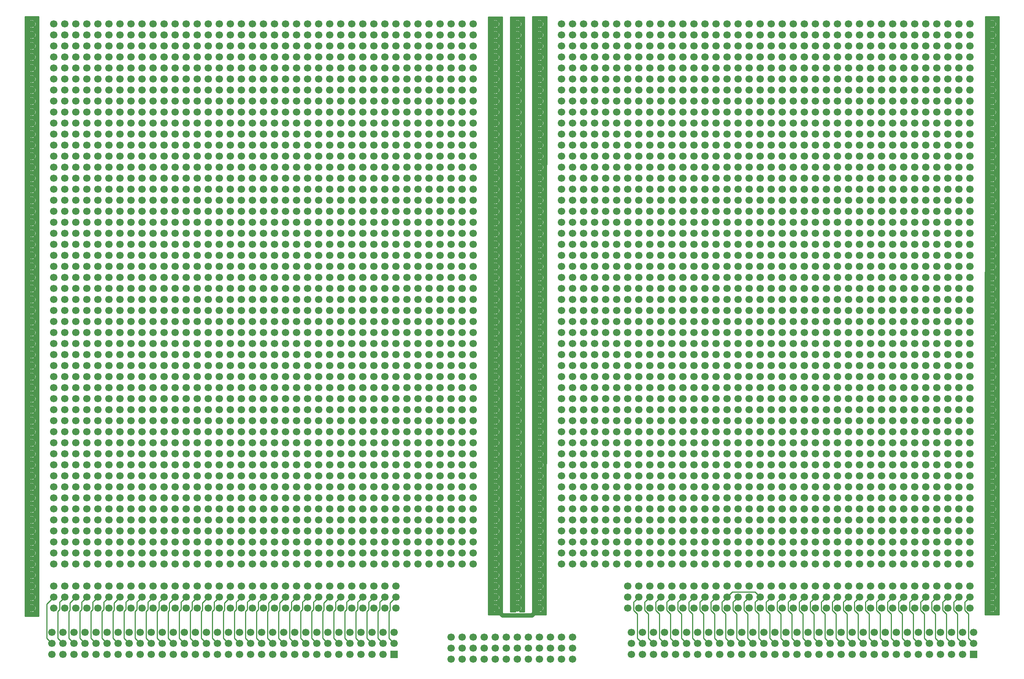
<source format=gbr>
G04 #@! TF.GenerationSoftware,KiCad,Pcbnew,(5.1.4-0-10_14)*
G04 #@! TF.CreationDate,2019-11-30T07:52:10+01:00*
G04 #@! TF.ProjectId,Eurocard_6U_233x160_VME,4575726f-6361-4726-945f-36555f323333,rev?*
G04 #@! TF.SameCoordinates,Original*
G04 #@! TF.FileFunction,Copper,L2,Bot*
G04 #@! TF.FilePolarity,Positive*
%FSLAX46Y46*%
G04 Gerber Fmt 4.6, Leading zero omitted, Abs format (unit mm)*
G04 Created by KiCad (PCBNEW (5.1.4-0-10_14)) date 2019-11-30 07:52:10*
%MOMM*%
%LPD*%
G04 APERTURE LIST*
%ADD10C,1.700000*%
%ADD11R,1.700000X1.700000*%
%ADD12C,0.250000*%
%ADD13C,1.000000*%
%ADD14C,0.254000*%
G04 APERTURE END LIST*
D10*
X122840000Y150620000D03*
X122840000Y148080000D03*
X122840000Y145540000D03*
X122840000Y143000000D03*
X122840000Y140460000D03*
X122840000Y137920000D03*
X122840000Y135380000D03*
X122840000Y132840000D03*
X122840000Y130300000D03*
X122840000Y127760000D03*
X122840000Y125220000D03*
X122840000Y122680000D03*
X122840000Y120140000D03*
X122840000Y117600000D03*
X122840000Y115060000D03*
X122840000Y112520000D03*
X122840000Y109980000D03*
X122840000Y107440000D03*
X122840000Y104900000D03*
X122840000Y102360000D03*
X122840000Y99820000D03*
X122840000Y97280000D03*
X122840000Y94740000D03*
X122840000Y92200000D03*
X122840000Y89660000D03*
X122840000Y87120000D03*
X122840000Y84580000D03*
X122840000Y82040000D03*
X122840000Y79500000D03*
X122840000Y76960000D03*
X122840000Y74420000D03*
X122840000Y71880000D03*
X122840000Y69340000D03*
X122840000Y66800000D03*
X122840000Y64260000D03*
X122840000Y61720000D03*
X122840000Y59180000D03*
X122840000Y56640000D03*
X122840000Y54100000D03*
X122840000Y51560000D03*
X122840000Y49020000D03*
X122840000Y46480000D03*
X122840000Y43940000D03*
X122840000Y41400000D03*
X122840000Y38860000D03*
X122840000Y36320000D03*
X122840000Y33780000D03*
X122840000Y31240000D03*
X122840000Y28700000D03*
X122840000Y26160000D03*
X122840000Y23620000D03*
X122840000Y21080000D03*
X122840000Y18540000D03*
X117760000Y150620000D03*
X117760000Y148080000D03*
X117760000Y145540000D03*
X117760000Y143000000D03*
X117760000Y140460000D03*
X117760000Y137920000D03*
X117760000Y135380000D03*
X117760000Y132840000D03*
X117760000Y130300000D03*
X117760000Y127760000D03*
X117760000Y125220000D03*
X117760000Y122680000D03*
X117760000Y120140000D03*
X117760000Y117600000D03*
X117760000Y115060000D03*
X117760000Y112520000D03*
X117760000Y109980000D03*
X117760000Y107440000D03*
X117760000Y104900000D03*
X117760000Y102360000D03*
X117760000Y99820000D03*
X117760000Y97280000D03*
X117760000Y94740000D03*
X117760000Y92200000D03*
X117760000Y89660000D03*
X117760000Y87120000D03*
X117760000Y84580000D03*
X117760000Y82040000D03*
X117760000Y79500000D03*
X117760000Y76960000D03*
X117760000Y74420000D03*
X117760000Y71880000D03*
X117760000Y69340000D03*
X117760000Y66800000D03*
X117760000Y64260000D03*
X117760000Y61720000D03*
X117760000Y59180000D03*
X117760000Y56640000D03*
X117760000Y54100000D03*
X117760000Y51560000D03*
X117760000Y49020000D03*
X117760000Y46480000D03*
X117760000Y43940000D03*
X117760000Y41400000D03*
X117760000Y38860000D03*
X117760000Y36320000D03*
X117760000Y33780000D03*
X117760000Y31240000D03*
X117760000Y28700000D03*
X117760000Y26160000D03*
X117760000Y23620000D03*
X117760000Y21080000D03*
X117760000Y18540000D03*
X112680000Y150620000D03*
X112680000Y148080000D03*
X112680000Y145540000D03*
X112680000Y143000000D03*
X112680000Y140460000D03*
X112680000Y137920000D03*
X112680000Y135380000D03*
X112680000Y132840000D03*
X112680000Y130300000D03*
X112680000Y127760000D03*
X112680000Y125220000D03*
X112680000Y122680000D03*
X112680000Y120140000D03*
X112680000Y117600000D03*
X112680000Y115060000D03*
X112680000Y112520000D03*
X112680000Y109980000D03*
X112680000Y107440000D03*
X112680000Y104900000D03*
X112680000Y102360000D03*
X112680000Y99820000D03*
X112680000Y97280000D03*
X112680000Y94740000D03*
X112680000Y92200000D03*
X112680000Y89660000D03*
X112680000Y87120000D03*
X112680000Y84580000D03*
X112680000Y82040000D03*
X112680000Y79500000D03*
X112680000Y76960000D03*
X112680000Y74420000D03*
X112680000Y71880000D03*
X112680000Y69340000D03*
X112680000Y66800000D03*
X112680000Y64260000D03*
X112680000Y61720000D03*
X112680000Y59180000D03*
X112680000Y56640000D03*
X112680000Y54100000D03*
X112680000Y51560000D03*
X112680000Y49020000D03*
X112680000Y46480000D03*
X112680000Y43940000D03*
X112680000Y41400000D03*
X112680000Y38860000D03*
X112680000Y36320000D03*
X112680000Y33780000D03*
X112680000Y31240000D03*
X112680000Y28700000D03*
X112680000Y26160000D03*
X112680000Y23620000D03*
X112680000Y21080000D03*
X112680000Y18540000D03*
X6000000Y150620000D03*
X6000000Y148080000D03*
X6000000Y145540000D03*
X6000000Y143000000D03*
X6000000Y140460000D03*
X6000000Y137920000D03*
X6000000Y135380000D03*
X6000000Y132840000D03*
X6000000Y130300000D03*
X6000000Y127760000D03*
X6000000Y125220000D03*
X6000000Y122680000D03*
X6000000Y120140000D03*
X6000000Y117600000D03*
X6000000Y115060000D03*
X6000000Y112520000D03*
X6000000Y109980000D03*
X6000000Y107440000D03*
X6000000Y104900000D03*
X6000000Y102360000D03*
X6000000Y99820000D03*
X6000000Y97280000D03*
X6000000Y94740000D03*
X6000000Y92200000D03*
X6000000Y89660000D03*
X6000000Y87120000D03*
X6000000Y84580000D03*
X6000000Y82040000D03*
X6000000Y79500000D03*
X6000000Y76960000D03*
X6000000Y74420000D03*
X6000000Y71880000D03*
X6000000Y69340000D03*
X6000000Y66800000D03*
X6000000Y64260000D03*
X6000000Y61720000D03*
X6000000Y59180000D03*
X6000000Y56640000D03*
X6000000Y54100000D03*
X6000000Y51560000D03*
X6000000Y49020000D03*
X6000000Y46480000D03*
X6000000Y43940000D03*
X6000000Y41400000D03*
X6000000Y38860000D03*
X6000000Y36320000D03*
X6000000Y33780000D03*
X6000000Y31240000D03*
X6000000Y28700000D03*
X6000000Y26160000D03*
X6000000Y23620000D03*
X6000000Y21080000D03*
X6000000Y18540000D03*
X226980000Y150620000D03*
X226980000Y148080000D03*
X226980000Y145540000D03*
X226980000Y143000000D03*
X226980000Y140460000D03*
X226980000Y137920000D03*
X226980000Y135380000D03*
X226980000Y132840000D03*
X226980000Y130300000D03*
X226980000Y127760000D03*
X226980000Y125220000D03*
X226980000Y122680000D03*
X226980000Y120140000D03*
X226980000Y117600000D03*
X226980000Y115060000D03*
X226980000Y112520000D03*
X226980000Y109980000D03*
X226980000Y107440000D03*
X226980000Y104900000D03*
X226980000Y102360000D03*
X226980000Y99820000D03*
X226980000Y97280000D03*
X226980000Y94740000D03*
X226980000Y92200000D03*
X226980000Y89660000D03*
X226980000Y87120000D03*
X226980000Y84580000D03*
X226980000Y82040000D03*
X226980000Y79500000D03*
X226980000Y76960000D03*
X226980000Y74420000D03*
X226980000Y71880000D03*
X226980000Y69340000D03*
X226980000Y66800000D03*
X226980000Y64260000D03*
X226980000Y61720000D03*
X226980000Y59180000D03*
X226980000Y56640000D03*
X226980000Y54100000D03*
X226980000Y51560000D03*
X226980000Y49020000D03*
X226980000Y46480000D03*
X226980000Y43940000D03*
X226980000Y41400000D03*
X226980000Y38860000D03*
X226980000Y36320000D03*
X226980000Y33780000D03*
X226980000Y31240000D03*
X226980000Y28700000D03*
X226980000Y26160000D03*
X226980000Y23620000D03*
X226980000Y21080000D03*
X226980000Y18540000D03*
X221900000Y150620000D03*
X219360000Y150620000D03*
X216820000Y150620000D03*
X214280000Y150620000D03*
X211740000Y150620000D03*
X209200000Y150620000D03*
X206660000Y150620000D03*
X204120000Y150620000D03*
X201580000Y150620000D03*
X199040000Y150620000D03*
X196500000Y150620000D03*
X193960000Y150620000D03*
X191420000Y150620000D03*
X188880000Y150620000D03*
X186340000Y150620000D03*
X183800000Y150620000D03*
X181260000Y150620000D03*
X178720000Y150620000D03*
X176180000Y150620000D03*
X173640000Y150620000D03*
X171100000Y150620000D03*
X168560000Y150620000D03*
X166020000Y150620000D03*
X163480000Y150620000D03*
X160940000Y150620000D03*
X158400000Y150620000D03*
X155860000Y150620000D03*
X153320000Y150620000D03*
X150780000Y150620000D03*
X148240000Y150620000D03*
X145700000Y150620000D03*
X143160000Y150620000D03*
X140620000Y150620000D03*
X138080000Y150620000D03*
X135540000Y150620000D03*
X133000000Y150620000D03*
X130460000Y150620000D03*
X127920000Y150620000D03*
X107600000Y150620000D03*
X105060000Y150620000D03*
X102520000Y150620000D03*
X99980000Y150620000D03*
X97440000Y150620000D03*
X94900000Y150620000D03*
X92360000Y150620000D03*
X89820000Y150620000D03*
X87280000Y150620000D03*
X84740000Y150620000D03*
X82200000Y150620000D03*
X79660000Y150620000D03*
X77120000Y150620000D03*
X74580000Y150620000D03*
X72040000Y150620000D03*
X69500000Y150620000D03*
X66960000Y150620000D03*
X64420000Y150620000D03*
X61880000Y150620000D03*
X59340000Y150620000D03*
X56800000Y150620000D03*
X54260000Y150620000D03*
X51720000Y150620000D03*
X49180000Y150620000D03*
X46640000Y150620000D03*
X44100000Y150620000D03*
X41560000Y150620000D03*
X39020000Y150620000D03*
X36480000Y150620000D03*
X33940000Y150620000D03*
X31400000Y150620000D03*
X28860000Y150620000D03*
X26320000Y150620000D03*
X23780000Y150620000D03*
X21240000Y150620000D03*
X18700000Y150620000D03*
X16160000Y150620000D03*
X13620000Y150620000D03*
X11080000Y150620000D03*
X221900000Y148080000D03*
X219360000Y148080000D03*
X216820000Y148080000D03*
X214280000Y148080000D03*
X211740000Y148080000D03*
X209200000Y148080000D03*
X206660000Y148080000D03*
X204120000Y148080000D03*
X201580000Y148080000D03*
X199040000Y148080000D03*
X196500000Y148080000D03*
X193960000Y148080000D03*
X191420000Y148080000D03*
X188880000Y148080000D03*
X186340000Y148080000D03*
X183800000Y148080000D03*
X181260000Y148080000D03*
X178720000Y148080000D03*
X176180000Y148080000D03*
X173640000Y148080000D03*
X171100000Y148080000D03*
X168560000Y148080000D03*
X166020000Y148080000D03*
X163480000Y148080000D03*
X160940000Y148080000D03*
X158400000Y148080000D03*
X155860000Y148080000D03*
X153320000Y148080000D03*
X150780000Y148080000D03*
X148240000Y148080000D03*
X145700000Y148080000D03*
X143160000Y148080000D03*
X140620000Y148080000D03*
X138080000Y148080000D03*
X135540000Y148080000D03*
X133000000Y148080000D03*
X130460000Y148080000D03*
X127920000Y148080000D03*
X107600000Y148080000D03*
X105060000Y148080000D03*
X102520000Y148080000D03*
X99980000Y148080000D03*
X97440000Y148080000D03*
X94900000Y148080000D03*
X92360000Y148080000D03*
X89820000Y148080000D03*
X87280000Y148080000D03*
X84740000Y148080000D03*
X82200000Y148080000D03*
X79660000Y148080000D03*
X77120000Y148080000D03*
X74580000Y148080000D03*
X72040000Y148080000D03*
X69500000Y148080000D03*
X66960000Y148080000D03*
X64420000Y148080000D03*
X61880000Y148080000D03*
X59340000Y148080000D03*
X56800000Y148080000D03*
X54260000Y148080000D03*
X51720000Y148080000D03*
X49180000Y148080000D03*
X46640000Y148080000D03*
X44100000Y148080000D03*
X41560000Y148080000D03*
X39020000Y148080000D03*
X36480000Y148080000D03*
X33940000Y148080000D03*
X31400000Y148080000D03*
X28860000Y148080000D03*
X26320000Y148080000D03*
X23780000Y148080000D03*
X21240000Y148080000D03*
X18700000Y148080000D03*
X16160000Y148080000D03*
X13620000Y148080000D03*
X11080000Y148080000D03*
X221900000Y145540000D03*
X219360000Y145540000D03*
X216820000Y145540000D03*
X214280000Y145540000D03*
X211740000Y145540000D03*
X209200000Y145540000D03*
X206660000Y145540000D03*
X204120000Y145540000D03*
X201580000Y145540000D03*
X199040000Y145540000D03*
X196500000Y145540000D03*
X193960000Y145540000D03*
X191420000Y145540000D03*
X188880000Y145540000D03*
X186340000Y145540000D03*
X183800000Y145540000D03*
X181260000Y145540000D03*
X178720000Y145540000D03*
X176180000Y145540000D03*
X173640000Y145540000D03*
X171100000Y145540000D03*
X168560000Y145540000D03*
X166020000Y145540000D03*
X163480000Y145540000D03*
X160940000Y145540000D03*
X158400000Y145540000D03*
X155860000Y145540000D03*
X153320000Y145540000D03*
X150780000Y145540000D03*
X148240000Y145540000D03*
X145700000Y145540000D03*
X143160000Y145540000D03*
X140620000Y145540000D03*
X138080000Y145540000D03*
X135540000Y145540000D03*
X133000000Y145540000D03*
X130460000Y145540000D03*
X127920000Y145540000D03*
X107600000Y145540000D03*
X105060000Y145540000D03*
X102520000Y145540000D03*
X99980000Y145540000D03*
X97440000Y145540000D03*
X94900000Y145540000D03*
X92360000Y145540000D03*
X89820000Y145540000D03*
X87280000Y145540000D03*
X84740000Y145540000D03*
X82200000Y145540000D03*
X79660000Y145540000D03*
X77120000Y145540000D03*
X74580000Y145540000D03*
X72040000Y145540000D03*
X69500000Y145540000D03*
X66960000Y145540000D03*
X64420000Y145540000D03*
X61880000Y145540000D03*
X59340000Y145540000D03*
X56800000Y145540000D03*
X54260000Y145540000D03*
X51720000Y145540000D03*
X49180000Y145540000D03*
X46640000Y145540000D03*
X44100000Y145540000D03*
X41560000Y145540000D03*
X39020000Y145540000D03*
X36480000Y145540000D03*
X33940000Y145540000D03*
X31400000Y145540000D03*
X28860000Y145540000D03*
X26320000Y145540000D03*
X23780000Y145540000D03*
X21240000Y145540000D03*
X18700000Y145540000D03*
X16160000Y145540000D03*
X13620000Y145540000D03*
X11080000Y145540000D03*
X221900000Y143000000D03*
X219360000Y143000000D03*
X216820000Y143000000D03*
X214280000Y143000000D03*
X211740000Y143000000D03*
X209200000Y143000000D03*
X206660000Y143000000D03*
X204120000Y143000000D03*
X201580000Y143000000D03*
X199040000Y143000000D03*
X196500000Y143000000D03*
X193960000Y143000000D03*
X191420000Y143000000D03*
X188880000Y143000000D03*
X186340000Y143000000D03*
X183800000Y143000000D03*
X181260000Y143000000D03*
X178720000Y143000000D03*
X176180000Y143000000D03*
X173640000Y143000000D03*
X171100000Y143000000D03*
X168560000Y143000000D03*
X166020000Y143000000D03*
X163480000Y143000000D03*
X160940000Y143000000D03*
X158400000Y143000000D03*
X155860000Y143000000D03*
X153320000Y143000000D03*
X150780000Y143000000D03*
X148240000Y143000000D03*
X145700000Y143000000D03*
X143160000Y143000000D03*
X140620000Y143000000D03*
X138080000Y143000000D03*
X135540000Y143000000D03*
X133000000Y143000000D03*
X130460000Y143000000D03*
X127920000Y143000000D03*
X107600000Y143000000D03*
X105060000Y143000000D03*
X102520000Y143000000D03*
X99980000Y143000000D03*
X97440000Y143000000D03*
X94900000Y143000000D03*
X92360000Y143000000D03*
X89820000Y143000000D03*
X87280000Y143000000D03*
X84740000Y143000000D03*
X82200000Y143000000D03*
X79660000Y143000000D03*
X77120000Y143000000D03*
X74580000Y143000000D03*
X72040000Y143000000D03*
X69500000Y143000000D03*
X66960000Y143000000D03*
X64420000Y143000000D03*
X61880000Y143000000D03*
X59340000Y143000000D03*
X56800000Y143000000D03*
X54260000Y143000000D03*
X51720000Y143000000D03*
X49180000Y143000000D03*
X46640000Y143000000D03*
X44100000Y143000000D03*
X41560000Y143000000D03*
X39020000Y143000000D03*
X36480000Y143000000D03*
X33940000Y143000000D03*
X31400000Y143000000D03*
X28860000Y143000000D03*
X26320000Y143000000D03*
X23780000Y143000000D03*
X21240000Y143000000D03*
X18700000Y143000000D03*
X16160000Y143000000D03*
X13620000Y143000000D03*
X11080000Y143000000D03*
X221900000Y140460000D03*
X219360000Y140460000D03*
X216820000Y140460000D03*
X214280000Y140460000D03*
X211740000Y140460000D03*
X209200000Y140460000D03*
X206660000Y140460000D03*
X204120000Y140460000D03*
X201580000Y140460000D03*
X199040000Y140460000D03*
X196500000Y140460000D03*
X193960000Y140460000D03*
X191420000Y140460000D03*
X188880000Y140460000D03*
X186340000Y140460000D03*
X183800000Y140460000D03*
X181260000Y140460000D03*
X178720000Y140460000D03*
X176180000Y140460000D03*
X173640000Y140460000D03*
X171100000Y140460000D03*
X168560000Y140460000D03*
X166020000Y140460000D03*
X163480000Y140460000D03*
X160940000Y140460000D03*
X158400000Y140460000D03*
X155860000Y140460000D03*
X153320000Y140460000D03*
X150780000Y140460000D03*
X148240000Y140460000D03*
X145700000Y140460000D03*
X143160000Y140460000D03*
X140620000Y140460000D03*
X138080000Y140460000D03*
X135540000Y140460000D03*
X133000000Y140460000D03*
X130460000Y140460000D03*
X127920000Y140460000D03*
X107600000Y140460000D03*
X105060000Y140460000D03*
X102520000Y140460000D03*
X99980000Y140460000D03*
X97440000Y140460000D03*
X94900000Y140460000D03*
X92360000Y140460000D03*
X89820000Y140460000D03*
X87280000Y140460000D03*
X84740000Y140460000D03*
X82200000Y140460000D03*
X79660000Y140460000D03*
X77120000Y140460000D03*
X74580000Y140460000D03*
X72040000Y140460000D03*
X69500000Y140460000D03*
X66960000Y140460000D03*
X64420000Y140460000D03*
X61880000Y140460000D03*
X59340000Y140460000D03*
X56800000Y140460000D03*
X54260000Y140460000D03*
X51720000Y140460000D03*
X49180000Y140460000D03*
X46640000Y140460000D03*
X44100000Y140460000D03*
X41560000Y140460000D03*
X39020000Y140460000D03*
X36480000Y140460000D03*
X33940000Y140460000D03*
X31400000Y140460000D03*
X28860000Y140460000D03*
X26320000Y140460000D03*
X23780000Y140460000D03*
X21240000Y140460000D03*
X18700000Y140460000D03*
X16160000Y140460000D03*
X13620000Y140460000D03*
X11080000Y140460000D03*
X221900000Y137920000D03*
X219360000Y137920000D03*
X216820000Y137920000D03*
X214280000Y137920000D03*
X211740000Y137920000D03*
X209200000Y137920000D03*
X206660000Y137920000D03*
X204120000Y137920000D03*
X201580000Y137920000D03*
X199040000Y137920000D03*
X196500000Y137920000D03*
X193960000Y137920000D03*
X191420000Y137920000D03*
X188880000Y137920000D03*
X186340000Y137920000D03*
X183800000Y137920000D03*
X181260000Y137920000D03*
X178720000Y137920000D03*
X176180000Y137920000D03*
X173640000Y137920000D03*
X171100000Y137920000D03*
X168560000Y137920000D03*
X166020000Y137920000D03*
X163480000Y137920000D03*
X160940000Y137920000D03*
X158400000Y137920000D03*
X155860000Y137920000D03*
X153320000Y137920000D03*
X150780000Y137920000D03*
X148240000Y137920000D03*
X145700000Y137920000D03*
X143160000Y137920000D03*
X140620000Y137920000D03*
X138080000Y137920000D03*
X135540000Y137920000D03*
X133000000Y137920000D03*
X130460000Y137920000D03*
X127920000Y137920000D03*
X107600000Y137920000D03*
X105060000Y137920000D03*
X102520000Y137920000D03*
X99980000Y137920000D03*
X97440000Y137920000D03*
X94900000Y137920000D03*
X92360000Y137920000D03*
X89820000Y137920000D03*
X87280000Y137920000D03*
X84740000Y137920000D03*
X82200000Y137920000D03*
X79660000Y137920000D03*
X77120000Y137920000D03*
X74580000Y137920000D03*
X72040000Y137920000D03*
X69500000Y137920000D03*
X66960000Y137920000D03*
X64420000Y137920000D03*
X61880000Y137920000D03*
X59340000Y137920000D03*
X56800000Y137920000D03*
X54260000Y137920000D03*
X51720000Y137920000D03*
X49180000Y137920000D03*
X46640000Y137920000D03*
X44100000Y137920000D03*
X41560000Y137920000D03*
X39020000Y137920000D03*
X36480000Y137920000D03*
X33940000Y137920000D03*
X31400000Y137920000D03*
X28860000Y137920000D03*
X26320000Y137920000D03*
X23780000Y137920000D03*
X21240000Y137920000D03*
X18700000Y137920000D03*
X16160000Y137920000D03*
X13620000Y137920000D03*
X11080000Y137920000D03*
X221900000Y135380000D03*
X219360000Y135380000D03*
X216820000Y135380000D03*
X214280000Y135380000D03*
X211740000Y135380000D03*
X209200000Y135380000D03*
X206660000Y135380000D03*
X204120000Y135380000D03*
X201580000Y135380000D03*
X199040000Y135380000D03*
X196500000Y135380000D03*
X193960000Y135380000D03*
X191420000Y135380000D03*
X188880000Y135380000D03*
X186340000Y135380000D03*
X183800000Y135380000D03*
X181260000Y135380000D03*
X178720000Y135380000D03*
X176180000Y135380000D03*
X173640000Y135380000D03*
X171100000Y135380000D03*
X168560000Y135380000D03*
X166020000Y135380000D03*
X163480000Y135380000D03*
X160940000Y135380000D03*
X158400000Y135380000D03*
X155860000Y135380000D03*
X153320000Y135380000D03*
X150780000Y135380000D03*
X148240000Y135380000D03*
X145700000Y135380000D03*
X143160000Y135380000D03*
X140620000Y135380000D03*
X138080000Y135380000D03*
X135540000Y135380000D03*
X133000000Y135380000D03*
X130460000Y135380000D03*
X127920000Y135380000D03*
X107600000Y135380000D03*
X105060000Y135380000D03*
X102520000Y135380000D03*
X99980000Y135380000D03*
X97440000Y135380000D03*
X94900000Y135380000D03*
X92360000Y135380000D03*
X89820000Y135380000D03*
X87280000Y135380000D03*
X84740000Y135380000D03*
X82200000Y135380000D03*
X79660000Y135380000D03*
X77120000Y135380000D03*
X74580000Y135380000D03*
X72040000Y135380000D03*
X69500000Y135380000D03*
X66960000Y135380000D03*
X64420000Y135380000D03*
X61880000Y135380000D03*
X59340000Y135380000D03*
X56800000Y135380000D03*
X54260000Y135380000D03*
X51720000Y135380000D03*
X49180000Y135380000D03*
X46640000Y135380000D03*
X44100000Y135380000D03*
X41560000Y135380000D03*
X39020000Y135380000D03*
X36480000Y135380000D03*
X33940000Y135380000D03*
X31400000Y135380000D03*
X28860000Y135380000D03*
X26320000Y135380000D03*
X23780000Y135380000D03*
X21240000Y135380000D03*
X18700000Y135380000D03*
X16160000Y135380000D03*
X13620000Y135380000D03*
X11080000Y135380000D03*
X221900000Y132840000D03*
X219360000Y132840000D03*
X216820000Y132840000D03*
X214280000Y132840000D03*
X211740000Y132840000D03*
X209200000Y132840000D03*
X206660000Y132840000D03*
X204120000Y132840000D03*
X201580000Y132840000D03*
X199040000Y132840000D03*
X196500000Y132840000D03*
X193960000Y132840000D03*
X191420000Y132840000D03*
X188880000Y132840000D03*
X186340000Y132840000D03*
X183800000Y132840000D03*
X181260000Y132840000D03*
X178720000Y132840000D03*
X176180000Y132840000D03*
X173640000Y132840000D03*
X171100000Y132840000D03*
X168560000Y132840000D03*
X166020000Y132840000D03*
X163480000Y132840000D03*
X160940000Y132840000D03*
X158400000Y132840000D03*
X155860000Y132840000D03*
X153320000Y132840000D03*
X150780000Y132840000D03*
X148240000Y132840000D03*
X145700000Y132840000D03*
X143160000Y132840000D03*
X140620000Y132840000D03*
X138080000Y132840000D03*
X135540000Y132840000D03*
X133000000Y132840000D03*
X130460000Y132840000D03*
X127920000Y132840000D03*
X107600000Y132840000D03*
X105060000Y132840000D03*
X102520000Y132840000D03*
X99980000Y132840000D03*
X97440000Y132840000D03*
X94900000Y132840000D03*
X92360000Y132840000D03*
X89820000Y132840000D03*
X87280000Y132840000D03*
X84740000Y132840000D03*
X82200000Y132840000D03*
X79660000Y132840000D03*
X77120000Y132840000D03*
X74580000Y132840000D03*
X72040000Y132840000D03*
X69500000Y132840000D03*
X66960000Y132840000D03*
X64420000Y132840000D03*
X61880000Y132840000D03*
X59340000Y132840000D03*
X56800000Y132840000D03*
X54260000Y132840000D03*
X51720000Y132840000D03*
X49180000Y132840000D03*
X46640000Y132840000D03*
X44100000Y132840000D03*
X41560000Y132840000D03*
X39020000Y132840000D03*
X36480000Y132840000D03*
X33940000Y132840000D03*
X31400000Y132840000D03*
X28860000Y132840000D03*
X26320000Y132840000D03*
X23780000Y132840000D03*
X21240000Y132840000D03*
X18700000Y132840000D03*
X16160000Y132840000D03*
X13620000Y132840000D03*
X11080000Y132840000D03*
X221900000Y130300000D03*
X219360000Y130300000D03*
X216820000Y130300000D03*
X214280000Y130300000D03*
X211740000Y130300000D03*
X209200000Y130300000D03*
X206660000Y130300000D03*
X204120000Y130300000D03*
X201580000Y130300000D03*
X199040000Y130300000D03*
X196500000Y130300000D03*
X193960000Y130300000D03*
X191420000Y130300000D03*
X188880000Y130300000D03*
X186340000Y130300000D03*
X183800000Y130300000D03*
X181260000Y130300000D03*
X178720000Y130300000D03*
X176180000Y130300000D03*
X173640000Y130300000D03*
X171100000Y130300000D03*
X168560000Y130300000D03*
X166020000Y130300000D03*
X163480000Y130300000D03*
X160940000Y130300000D03*
X158400000Y130300000D03*
X155860000Y130300000D03*
X153320000Y130300000D03*
X150780000Y130300000D03*
X148240000Y130300000D03*
X145700000Y130300000D03*
X143160000Y130300000D03*
X140620000Y130300000D03*
X138080000Y130300000D03*
X135540000Y130300000D03*
X133000000Y130300000D03*
X130460000Y130300000D03*
X127920000Y130300000D03*
X107600000Y130300000D03*
X105060000Y130300000D03*
X102520000Y130300000D03*
X99980000Y130300000D03*
X97440000Y130300000D03*
X94900000Y130300000D03*
X92360000Y130300000D03*
X89820000Y130300000D03*
X87280000Y130300000D03*
X84740000Y130300000D03*
X82200000Y130300000D03*
X79660000Y130300000D03*
X77120000Y130300000D03*
X74580000Y130300000D03*
X72040000Y130300000D03*
X69500000Y130300000D03*
X66960000Y130300000D03*
X64420000Y130300000D03*
X61880000Y130300000D03*
X59340000Y130300000D03*
X56800000Y130300000D03*
X54260000Y130300000D03*
X51720000Y130300000D03*
X49180000Y130300000D03*
X46640000Y130300000D03*
X44100000Y130300000D03*
X41560000Y130300000D03*
X39020000Y130300000D03*
X36480000Y130300000D03*
X33940000Y130300000D03*
X31400000Y130300000D03*
X28860000Y130300000D03*
X26320000Y130300000D03*
X23780000Y130300000D03*
X21240000Y130300000D03*
X18700000Y130300000D03*
X16160000Y130300000D03*
X13620000Y130300000D03*
X11080000Y130300000D03*
X221900000Y127760000D03*
X219360000Y127760000D03*
X216820000Y127760000D03*
X214280000Y127760000D03*
X211740000Y127760000D03*
X209200000Y127760000D03*
X206660000Y127760000D03*
X204120000Y127760000D03*
X201580000Y127760000D03*
X199040000Y127760000D03*
X196500000Y127760000D03*
X193960000Y127760000D03*
X191420000Y127760000D03*
X188880000Y127760000D03*
X186340000Y127760000D03*
X183800000Y127760000D03*
X181260000Y127760000D03*
X178720000Y127760000D03*
X176180000Y127760000D03*
X173640000Y127760000D03*
X171100000Y127760000D03*
X168560000Y127760000D03*
X166020000Y127760000D03*
X163480000Y127760000D03*
X160940000Y127760000D03*
X158400000Y127760000D03*
X155860000Y127760000D03*
X153320000Y127760000D03*
X150780000Y127760000D03*
X148240000Y127760000D03*
X145700000Y127760000D03*
X143160000Y127760000D03*
X140620000Y127760000D03*
X138080000Y127760000D03*
X135540000Y127760000D03*
X133000000Y127760000D03*
X130460000Y127760000D03*
X127920000Y127760000D03*
X107600000Y127760000D03*
X105060000Y127760000D03*
X102520000Y127760000D03*
X99980000Y127760000D03*
X97440000Y127760000D03*
X94900000Y127760000D03*
X92360000Y127760000D03*
X89820000Y127760000D03*
X87280000Y127760000D03*
X84740000Y127760000D03*
X82200000Y127760000D03*
X79660000Y127760000D03*
X77120000Y127760000D03*
X74580000Y127760000D03*
X72040000Y127760000D03*
X69500000Y127760000D03*
X66960000Y127760000D03*
X64420000Y127760000D03*
X61880000Y127760000D03*
X59340000Y127760000D03*
X56800000Y127760000D03*
X54260000Y127760000D03*
X51720000Y127760000D03*
X49180000Y127760000D03*
X46640000Y127760000D03*
X44100000Y127760000D03*
X41560000Y127760000D03*
X39020000Y127760000D03*
X36480000Y127760000D03*
X33940000Y127760000D03*
X31400000Y127760000D03*
X28860000Y127760000D03*
X26320000Y127760000D03*
X23780000Y127760000D03*
X21240000Y127760000D03*
X18700000Y127760000D03*
X16160000Y127760000D03*
X13620000Y127760000D03*
X11080000Y127760000D03*
X221900000Y125220000D03*
X219360000Y125220000D03*
X216820000Y125220000D03*
X214280000Y125220000D03*
X211740000Y125220000D03*
X209200000Y125220000D03*
X206660000Y125220000D03*
X204120000Y125220000D03*
X201580000Y125220000D03*
X199040000Y125220000D03*
X196500000Y125220000D03*
X193960000Y125220000D03*
X191420000Y125220000D03*
X188880000Y125220000D03*
X186340000Y125220000D03*
X183800000Y125220000D03*
X181260000Y125220000D03*
X178720000Y125220000D03*
X176180000Y125220000D03*
X173640000Y125220000D03*
X171100000Y125220000D03*
X168560000Y125220000D03*
X166020000Y125220000D03*
X163480000Y125220000D03*
X160940000Y125220000D03*
X158400000Y125220000D03*
X155860000Y125220000D03*
X153320000Y125220000D03*
X150780000Y125220000D03*
X148240000Y125220000D03*
X145700000Y125220000D03*
X143160000Y125220000D03*
X140620000Y125220000D03*
X138080000Y125220000D03*
X135540000Y125220000D03*
X133000000Y125220000D03*
X130460000Y125220000D03*
X127920000Y125220000D03*
X107600000Y125220000D03*
X105060000Y125220000D03*
X102520000Y125220000D03*
X99980000Y125220000D03*
X97440000Y125220000D03*
X94900000Y125220000D03*
X92360000Y125220000D03*
X89820000Y125220000D03*
X87280000Y125220000D03*
X84740000Y125220000D03*
X82200000Y125220000D03*
X79660000Y125220000D03*
X77120000Y125220000D03*
X74580000Y125220000D03*
X72040000Y125220000D03*
X69500000Y125220000D03*
X66960000Y125220000D03*
X64420000Y125220000D03*
X61880000Y125220000D03*
X59340000Y125220000D03*
X56800000Y125220000D03*
X54260000Y125220000D03*
X51720000Y125220000D03*
X49180000Y125220000D03*
X46640000Y125220000D03*
X44100000Y125220000D03*
X41560000Y125220000D03*
X39020000Y125220000D03*
X36480000Y125220000D03*
X33940000Y125220000D03*
X31400000Y125220000D03*
X28860000Y125220000D03*
X26320000Y125220000D03*
X23780000Y125220000D03*
X21240000Y125220000D03*
X18700000Y125220000D03*
X16160000Y125220000D03*
X13620000Y125220000D03*
X11080000Y125220000D03*
X221900000Y122680000D03*
X219360000Y122680000D03*
X216820000Y122680000D03*
X214280000Y122680000D03*
X211740000Y122680000D03*
X209200000Y122680000D03*
X206660000Y122680000D03*
X204120000Y122680000D03*
X201580000Y122680000D03*
X199040000Y122680000D03*
X196500000Y122680000D03*
X193960000Y122680000D03*
X191420000Y122680000D03*
X188880000Y122680000D03*
X186340000Y122680000D03*
X183800000Y122680000D03*
X181260000Y122680000D03*
X178720000Y122680000D03*
X176180000Y122680000D03*
X173640000Y122680000D03*
X171100000Y122680000D03*
X168560000Y122680000D03*
X166020000Y122680000D03*
X163480000Y122680000D03*
X160940000Y122680000D03*
X158400000Y122680000D03*
X155860000Y122680000D03*
X153320000Y122680000D03*
X150780000Y122680000D03*
X148240000Y122680000D03*
X145700000Y122680000D03*
X143160000Y122680000D03*
X140620000Y122680000D03*
X138080000Y122680000D03*
X135540000Y122680000D03*
X133000000Y122680000D03*
X130460000Y122680000D03*
X127920000Y122680000D03*
X107600000Y122680000D03*
X105060000Y122680000D03*
X102520000Y122680000D03*
X99980000Y122680000D03*
X97440000Y122680000D03*
X94900000Y122680000D03*
X92360000Y122680000D03*
X89820000Y122680000D03*
X87280000Y122680000D03*
X84740000Y122680000D03*
X82200000Y122680000D03*
X79660000Y122680000D03*
X77120000Y122680000D03*
X74580000Y122680000D03*
X72040000Y122680000D03*
X69500000Y122680000D03*
X66960000Y122680000D03*
X64420000Y122680000D03*
X61880000Y122680000D03*
X59340000Y122680000D03*
X56800000Y122680000D03*
X54260000Y122680000D03*
X51720000Y122680000D03*
X49180000Y122680000D03*
X46640000Y122680000D03*
X44100000Y122680000D03*
X41560000Y122680000D03*
X39020000Y122680000D03*
X36480000Y122680000D03*
X33940000Y122680000D03*
X31400000Y122680000D03*
X28860000Y122680000D03*
X26320000Y122680000D03*
X23780000Y122680000D03*
X21240000Y122680000D03*
X18700000Y122680000D03*
X16160000Y122680000D03*
X13620000Y122680000D03*
X11080000Y122680000D03*
X221900000Y120140000D03*
X219360000Y120140000D03*
X216820000Y120140000D03*
X214280000Y120140000D03*
X211740000Y120140000D03*
X209200000Y120140000D03*
X206660000Y120140000D03*
X204120000Y120140000D03*
X201580000Y120140000D03*
X199040000Y120140000D03*
X196500000Y120140000D03*
X193960000Y120140000D03*
X191420000Y120140000D03*
X188880000Y120140000D03*
X186340000Y120140000D03*
X183800000Y120140000D03*
X181260000Y120140000D03*
X178720000Y120140000D03*
X176180000Y120140000D03*
X173640000Y120140000D03*
X171100000Y120140000D03*
X168560000Y120140000D03*
X166020000Y120140000D03*
X163480000Y120140000D03*
X160940000Y120140000D03*
X158400000Y120140000D03*
X155860000Y120140000D03*
X153320000Y120140000D03*
X150780000Y120140000D03*
X148240000Y120140000D03*
X145700000Y120140000D03*
X143160000Y120140000D03*
X140620000Y120140000D03*
X138080000Y120140000D03*
X135540000Y120140000D03*
X133000000Y120140000D03*
X130460000Y120140000D03*
X127920000Y120140000D03*
X107600000Y120140000D03*
X105060000Y120140000D03*
X102520000Y120140000D03*
X99980000Y120140000D03*
X97440000Y120140000D03*
X94900000Y120140000D03*
X92360000Y120140000D03*
X89820000Y120140000D03*
X87280000Y120140000D03*
X84740000Y120140000D03*
X82200000Y120140000D03*
X79660000Y120140000D03*
X77120000Y120140000D03*
X74580000Y120140000D03*
X72040000Y120140000D03*
X69500000Y120140000D03*
X66960000Y120140000D03*
X64420000Y120140000D03*
X61880000Y120140000D03*
X59340000Y120140000D03*
X56800000Y120140000D03*
X54260000Y120140000D03*
X51720000Y120140000D03*
X49180000Y120140000D03*
X46640000Y120140000D03*
X44100000Y120140000D03*
X41560000Y120140000D03*
X39020000Y120140000D03*
X36480000Y120140000D03*
X33940000Y120140000D03*
X31400000Y120140000D03*
X28860000Y120140000D03*
X26320000Y120140000D03*
X23780000Y120140000D03*
X21240000Y120140000D03*
X18700000Y120140000D03*
X16160000Y120140000D03*
X13620000Y120140000D03*
X11080000Y120140000D03*
X221900000Y117600000D03*
X219360000Y117600000D03*
X216820000Y117600000D03*
X214280000Y117600000D03*
X211740000Y117600000D03*
X209200000Y117600000D03*
X206660000Y117600000D03*
X204120000Y117600000D03*
X201580000Y117600000D03*
X199040000Y117600000D03*
X196500000Y117600000D03*
X193960000Y117600000D03*
X191420000Y117600000D03*
X188880000Y117600000D03*
X186340000Y117600000D03*
X183800000Y117600000D03*
X181260000Y117600000D03*
X178720000Y117600000D03*
X176180000Y117600000D03*
X173640000Y117600000D03*
X171100000Y117600000D03*
X168560000Y117600000D03*
X166020000Y117600000D03*
X163480000Y117600000D03*
X160940000Y117600000D03*
X158400000Y117600000D03*
X155860000Y117600000D03*
X153320000Y117600000D03*
X150780000Y117600000D03*
X148240000Y117600000D03*
X145700000Y117600000D03*
X143160000Y117600000D03*
X140620000Y117600000D03*
X138080000Y117600000D03*
X135540000Y117600000D03*
X133000000Y117600000D03*
X130460000Y117600000D03*
X127920000Y117600000D03*
X107600000Y117600000D03*
X105060000Y117600000D03*
X102520000Y117600000D03*
X99980000Y117600000D03*
X97440000Y117600000D03*
X94900000Y117600000D03*
X92360000Y117600000D03*
X89820000Y117600000D03*
X87280000Y117600000D03*
X84740000Y117600000D03*
X82200000Y117600000D03*
X79660000Y117600000D03*
X77120000Y117600000D03*
X74580000Y117600000D03*
X72040000Y117600000D03*
X69500000Y117600000D03*
X66960000Y117600000D03*
X64420000Y117600000D03*
X61880000Y117600000D03*
X59340000Y117600000D03*
X56800000Y117600000D03*
X54260000Y117600000D03*
X51720000Y117600000D03*
X49180000Y117600000D03*
X46640000Y117600000D03*
X44100000Y117600000D03*
X41560000Y117600000D03*
X39020000Y117600000D03*
X36480000Y117600000D03*
X33940000Y117600000D03*
X31400000Y117600000D03*
X28860000Y117600000D03*
X26320000Y117600000D03*
X23780000Y117600000D03*
X21240000Y117600000D03*
X18700000Y117600000D03*
X16160000Y117600000D03*
X13620000Y117600000D03*
X11080000Y117600000D03*
X221900000Y115060000D03*
X219360000Y115060000D03*
X216820000Y115060000D03*
X214280000Y115060000D03*
X211740000Y115060000D03*
X209200000Y115060000D03*
X206660000Y115060000D03*
X204120000Y115060000D03*
X201580000Y115060000D03*
X199040000Y115060000D03*
X196500000Y115060000D03*
X193960000Y115060000D03*
X191420000Y115060000D03*
X188880000Y115060000D03*
X186340000Y115060000D03*
X183800000Y115060000D03*
X181260000Y115060000D03*
X178720000Y115060000D03*
X176180000Y115060000D03*
X173640000Y115060000D03*
X171100000Y115060000D03*
X168560000Y115060000D03*
X166020000Y115060000D03*
X163480000Y115060000D03*
X160940000Y115060000D03*
X158400000Y115060000D03*
X155860000Y115060000D03*
X153320000Y115060000D03*
X150780000Y115060000D03*
X148240000Y115060000D03*
X145700000Y115060000D03*
X143160000Y115060000D03*
X140620000Y115060000D03*
X138080000Y115060000D03*
X135540000Y115060000D03*
X133000000Y115060000D03*
X130460000Y115060000D03*
X127920000Y115060000D03*
X107600000Y115060000D03*
X105060000Y115060000D03*
X102520000Y115060000D03*
X99980000Y115060000D03*
X97440000Y115060000D03*
X94900000Y115060000D03*
X92360000Y115060000D03*
X89820000Y115060000D03*
X87280000Y115060000D03*
X84740000Y115060000D03*
X82200000Y115060000D03*
X79660000Y115060000D03*
X77120000Y115060000D03*
X74580000Y115060000D03*
X72040000Y115060000D03*
X69500000Y115060000D03*
X66960000Y115060000D03*
X64420000Y115060000D03*
X61880000Y115060000D03*
X59340000Y115060000D03*
X56800000Y115060000D03*
X54260000Y115060000D03*
X51720000Y115060000D03*
X49180000Y115060000D03*
X46640000Y115060000D03*
X44100000Y115060000D03*
X41560000Y115060000D03*
X39020000Y115060000D03*
X36480000Y115060000D03*
X33940000Y115060000D03*
X31400000Y115060000D03*
X28860000Y115060000D03*
X26320000Y115060000D03*
X23780000Y115060000D03*
X21240000Y115060000D03*
X18700000Y115060000D03*
X16160000Y115060000D03*
X13620000Y115060000D03*
X11080000Y115060000D03*
X221900000Y112520000D03*
X219360000Y112520000D03*
X216820000Y112520000D03*
X214280000Y112520000D03*
X211740000Y112520000D03*
X209200000Y112520000D03*
X206660000Y112520000D03*
X204120000Y112520000D03*
X201580000Y112520000D03*
X199040000Y112520000D03*
X196500000Y112520000D03*
X193960000Y112520000D03*
X191420000Y112520000D03*
X188880000Y112520000D03*
X186340000Y112520000D03*
X183800000Y112520000D03*
X181260000Y112520000D03*
X178720000Y112520000D03*
X176180000Y112520000D03*
X173640000Y112520000D03*
X171100000Y112520000D03*
X168560000Y112520000D03*
X166020000Y112520000D03*
X163480000Y112520000D03*
X160940000Y112520000D03*
X158400000Y112520000D03*
X155860000Y112520000D03*
X153320000Y112520000D03*
X150780000Y112520000D03*
X148240000Y112520000D03*
X145700000Y112520000D03*
X143160000Y112520000D03*
X140620000Y112520000D03*
X138080000Y112520000D03*
X135540000Y112520000D03*
X133000000Y112520000D03*
X130460000Y112520000D03*
X127920000Y112520000D03*
X107600000Y112520000D03*
X105060000Y112520000D03*
X102520000Y112520000D03*
X99980000Y112520000D03*
X97440000Y112520000D03*
X94900000Y112520000D03*
X92360000Y112520000D03*
X89820000Y112520000D03*
X87280000Y112520000D03*
X84740000Y112520000D03*
X82200000Y112520000D03*
X79660000Y112520000D03*
X77120000Y112520000D03*
X74580000Y112520000D03*
X72040000Y112520000D03*
X69500000Y112520000D03*
X66960000Y112520000D03*
X64420000Y112520000D03*
X61880000Y112520000D03*
X59340000Y112520000D03*
X56800000Y112520000D03*
X54260000Y112520000D03*
X51720000Y112520000D03*
X49180000Y112520000D03*
X46640000Y112520000D03*
X44100000Y112520000D03*
X41560000Y112520000D03*
X39020000Y112520000D03*
X36480000Y112520000D03*
X33940000Y112520000D03*
X31400000Y112520000D03*
X28860000Y112520000D03*
X26320000Y112520000D03*
X23780000Y112520000D03*
X21240000Y112520000D03*
X18700000Y112520000D03*
X16160000Y112520000D03*
X13620000Y112520000D03*
X11080000Y112520000D03*
X221900000Y109980000D03*
X219360000Y109980000D03*
X216820000Y109980000D03*
X214280000Y109980000D03*
X211740000Y109980000D03*
X209200000Y109980000D03*
X206660000Y109980000D03*
X204120000Y109980000D03*
X201580000Y109980000D03*
X199040000Y109980000D03*
X196500000Y109980000D03*
X193960000Y109980000D03*
X191420000Y109980000D03*
X188880000Y109980000D03*
X186340000Y109980000D03*
X183800000Y109980000D03*
X181260000Y109980000D03*
X178720000Y109980000D03*
X176180000Y109980000D03*
X173640000Y109980000D03*
X171100000Y109980000D03*
X168560000Y109980000D03*
X166020000Y109980000D03*
X163480000Y109980000D03*
X160940000Y109980000D03*
X158400000Y109980000D03*
X155860000Y109980000D03*
X153320000Y109980000D03*
X150780000Y109980000D03*
X148240000Y109980000D03*
X145700000Y109980000D03*
X143160000Y109980000D03*
X140620000Y109980000D03*
X138080000Y109980000D03*
X135540000Y109980000D03*
X133000000Y109980000D03*
X130460000Y109980000D03*
X127920000Y109980000D03*
X107600000Y109980000D03*
X105060000Y109980000D03*
X102520000Y109980000D03*
X99980000Y109980000D03*
X97440000Y109980000D03*
X94900000Y109980000D03*
X92360000Y109980000D03*
X89820000Y109980000D03*
X87280000Y109980000D03*
X84740000Y109980000D03*
X82200000Y109980000D03*
X79660000Y109980000D03*
X77120000Y109980000D03*
X74580000Y109980000D03*
X72040000Y109980000D03*
X69500000Y109980000D03*
X66960000Y109980000D03*
X64420000Y109980000D03*
X61880000Y109980000D03*
X59340000Y109980000D03*
X56800000Y109980000D03*
X54260000Y109980000D03*
X51720000Y109980000D03*
X49180000Y109980000D03*
X46640000Y109980000D03*
X44100000Y109980000D03*
X41560000Y109980000D03*
X39020000Y109980000D03*
X36480000Y109980000D03*
X33940000Y109980000D03*
X31400000Y109980000D03*
X28860000Y109980000D03*
X26320000Y109980000D03*
X23780000Y109980000D03*
X21240000Y109980000D03*
X18700000Y109980000D03*
X16160000Y109980000D03*
X13620000Y109980000D03*
X11080000Y109980000D03*
X221900000Y107440000D03*
X219360000Y107440000D03*
X216820000Y107440000D03*
X214280000Y107440000D03*
X211740000Y107440000D03*
X209200000Y107440000D03*
X206660000Y107440000D03*
X204120000Y107440000D03*
X201580000Y107440000D03*
X199040000Y107440000D03*
X196500000Y107440000D03*
X193960000Y107440000D03*
X191420000Y107440000D03*
X188880000Y107440000D03*
X186340000Y107440000D03*
X183800000Y107440000D03*
X181260000Y107440000D03*
X178720000Y107440000D03*
X176180000Y107440000D03*
X173640000Y107440000D03*
X171100000Y107440000D03*
X168560000Y107440000D03*
X166020000Y107440000D03*
X163480000Y107440000D03*
X160940000Y107440000D03*
X158400000Y107440000D03*
X155860000Y107440000D03*
X153320000Y107440000D03*
X150780000Y107440000D03*
X148240000Y107440000D03*
X145700000Y107440000D03*
X143160000Y107440000D03*
X140620000Y107440000D03*
X138080000Y107440000D03*
X135540000Y107440000D03*
X133000000Y107440000D03*
X130460000Y107440000D03*
X127920000Y107440000D03*
X107600000Y107440000D03*
X105060000Y107440000D03*
X102520000Y107440000D03*
X99980000Y107440000D03*
X97440000Y107440000D03*
X94900000Y107440000D03*
X92360000Y107440000D03*
X89820000Y107440000D03*
X87280000Y107440000D03*
X84740000Y107440000D03*
X82200000Y107440000D03*
X79660000Y107440000D03*
X77120000Y107440000D03*
X74580000Y107440000D03*
X72040000Y107440000D03*
X69500000Y107440000D03*
X66960000Y107440000D03*
X64420000Y107440000D03*
X61880000Y107440000D03*
X59340000Y107440000D03*
X56800000Y107440000D03*
X54260000Y107440000D03*
X51720000Y107440000D03*
X49180000Y107440000D03*
X46640000Y107440000D03*
X44100000Y107440000D03*
X41560000Y107440000D03*
X39020000Y107440000D03*
X36480000Y107440000D03*
X33940000Y107440000D03*
X31400000Y107440000D03*
X28860000Y107440000D03*
X26320000Y107440000D03*
X23780000Y107440000D03*
X21240000Y107440000D03*
X18700000Y107440000D03*
X16160000Y107440000D03*
X13620000Y107440000D03*
X11080000Y107440000D03*
X221900000Y104900000D03*
X219360000Y104900000D03*
X216820000Y104900000D03*
X214280000Y104900000D03*
X211740000Y104900000D03*
X209200000Y104900000D03*
X206660000Y104900000D03*
X204120000Y104900000D03*
X201580000Y104900000D03*
X199040000Y104900000D03*
X196500000Y104900000D03*
X193960000Y104900000D03*
X191420000Y104900000D03*
X188880000Y104900000D03*
X186340000Y104900000D03*
X183800000Y104900000D03*
X181260000Y104900000D03*
X178720000Y104900000D03*
X176180000Y104900000D03*
X173640000Y104900000D03*
X171100000Y104900000D03*
X168560000Y104900000D03*
X166020000Y104900000D03*
X163480000Y104900000D03*
X160940000Y104900000D03*
X158400000Y104900000D03*
X155860000Y104900000D03*
X153320000Y104900000D03*
X150780000Y104900000D03*
X148240000Y104900000D03*
X145700000Y104900000D03*
X143160000Y104900000D03*
X140620000Y104900000D03*
X138080000Y104900000D03*
X135540000Y104900000D03*
X133000000Y104900000D03*
X130460000Y104900000D03*
X127920000Y104900000D03*
X107600000Y104900000D03*
X105060000Y104900000D03*
X102520000Y104900000D03*
X99980000Y104900000D03*
X97440000Y104900000D03*
X94900000Y104900000D03*
X92360000Y104900000D03*
X89820000Y104900000D03*
X87280000Y104900000D03*
X84740000Y104900000D03*
X82200000Y104900000D03*
X79660000Y104900000D03*
X77120000Y104900000D03*
X74580000Y104900000D03*
X72040000Y104900000D03*
X69500000Y104900000D03*
X66960000Y104900000D03*
X64420000Y104900000D03*
X61880000Y104900000D03*
X59340000Y104900000D03*
X56800000Y104900000D03*
X54260000Y104900000D03*
X51720000Y104900000D03*
X49180000Y104900000D03*
X46640000Y104900000D03*
X44100000Y104900000D03*
X41560000Y104900000D03*
X39020000Y104900000D03*
X36480000Y104900000D03*
X33940000Y104900000D03*
X31400000Y104900000D03*
X28860000Y104900000D03*
X26320000Y104900000D03*
X23780000Y104900000D03*
X21240000Y104900000D03*
X18700000Y104900000D03*
X16160000Y104900000D03*
X13620000Y104900000D03*
X11080000Y104900000D03*
X221900000Y102360000D03*
X219360000Y102360000D03*
X216820000Y102360000D03*
X214280000Y102360000D03*
X211740000Y102360000D03*
X209200000Y102360000D03*
X206660000Y102360000D03*
X204120000Y102360000D03*
X201580000Y102360000D03*
X199040000Y102360000D03*
X196500000Y102360000D03*
X193960000Y102360000D03*
X191420000Y102360000D03*
X188880000Y102360000D03*
X186340000Y102360000D03*
X183800000Y102360000D03*
X181260000Y102360000D03*
X178720000Y102360000D03*
X176180000Y102360000D03*
X173640000Y102360000D03*
X171100000Y102360000D03*
X168560000Y102360000D03*
X166020000Y102360000D03*
X163480000Y102360000D03*
X160940000Y102360000D03*
X158400000Y102360000D03*
X155860000Y102360000D03*
X153320000Y102360000D03*
X150780000Y102360000D03*
X148240000Y102360000D03*
X145700000Y102360000D03*
X143160000Y102360000D03*
X140620000Y102360000D03*
X138080000Y102360000D03*
X135540000Y102360000D03*
X133000000Y102360000D03*
X130460000Y102360000D03*
X127920000Y102360000D03*
X107600000Y102360000D03*
X105060000Y102360000D03*
X102520000Y102360000D03*
X99980000Y102360000D03*
X97440000Y102360000D03*
X94900000Y102360000D03*
X92360000Y102360000D03*
X89820000Y102360000D03*
X87280000Y102360000D03*
X84740000Y102360000D03*
X82200000Y102360000D03*
X79660000Y102360000D03*
X77120000Y102360000D03*
X74580000Y102360000D03*
X72040000Y102360000D03*
X69500000Y102360000D03*
X66960000Y102360000D03*
X64420000Y102360000D03*
X61880000Y102360000D03*
X59340000Y102360000D03*
X56800000Y102360000D03*
X54260000Y102360000D03*
X51720000Y102360000D03*
X49180000Y102360000D03*
X46640000Y102360000D03*
X44100000Y102360000D03*
X41560000Y102360000D03*
X39020000Y102360000D03*
X36480000Y102360000D03*
X33940000Y102360000D03*
X31400000Y102360000D03*
X28860000Y102360000D03*
X26320000Y102360000D03*
X23780000Y102360000D03*
X21240000Y102360000D03*
X18700000Y102360000D03*
X16160000Y102360000D03*
X13620000Y102360000D03*
X11080000Y102360000D03*
X221900000Y99820000D03*
X219360000Y99820000D03*
X216820000Y99820000D03*
X214280000Y99820000D03*
X211740000Y99820000D03*
X209200000Y99820000D03*
X206660000Y99820000D03*
X204120000Y99820000D03*
X201580000Y99820000D03*
X199040000Y99820000D03*
X196500000Y99820000D03*
X193960000Y99820000D03*
X191420000Y99820000D03*
X188880000Y99820000D03*
X186340000Y99820000D03*
X183800000Y99820000D03*
X181260000Y99820000D03*
X178720000Y99820000D03*
X176180000Y99820000D03*
X173640000Y99820000D03*
X171100000Y99820000D03*
X168560000Y99820000D03*
X166020000Y99820000D03*
X163480000Y99820000D03*
X160940000Y99820000D03*
X158400000Y99820000D03*
X155860000Y99820000D03*
X153320000Y99820000D03*
X150780000Y99820000D03*
X148240000Y99820000D03*
X145700000Y99820000D03*
X143160000Y99820000D03*
X140620000Y99820000D03*
X138080000Y99820000D03*
X135540000Y99820000D03*
X133000000Y99820000D03*
X130460000Y99820000D03*
X127920000Y99820000D03*
X107600000Y99820000D03*
X105060000Y99820000D03*
X102520000Y99820000D03*
X99980000Y99820000D03*
X97440000Y99820000D03*
X94900000Y99820000D03*
X92360000Y99820000D03*
X89820000Y99820000D03*
X87280000Y99820000D03*
X84740000Y99820000D03*
X82200000Y99820000D03*
X79660000Y99820000D03*
X77120000Y99820000D03*
X74580000Y99820000D03*
X72040000Y99820000D03*
X69500000Y99820000D03*
X66960000Y99820000D03*
X64420000Y99820000D03*
X61880000Y99820000D03*
X59340000Y99820000D03*
X56800000Y99820000D03*
X54260000Y99820000D03*
X51720000Y99820000D03*
X49180000Y99820000D03*
X46640000Y99820000D03*
X44100000Y99820000D03*
X41560000Y99820000D03*
X39020000Y99820000D03*
X36480000Y99820000D03*
X33940000Y99820000D03*
X31400000Y99820000D03*
X28860000Y99820000D03*
X26320000Y99820000D03*
X23780000Y99820000D03*
X21240000Y99820000D03*
X18700000Y99820000D03*
X16160000Y99820000D03*
X13620000Y99820000D03*
X11080000Y99820000D03*
X221900000Y97280000D03*
X219360000Y97280000D03*
X216820000Y97280000D03*
X214280000Y97280000D03*
X211740000Y97280000D03*
X209200000Y97280000D03*
X206660000Y97280000D03*
X204120000Y97280000D03*
X201580000Y97280000D03*
X199040000Y97280000D03*
X196500000Y97280000D03*
X193960000Y97280000D03*
X191420000Y97280000D03*
X188880000Y97280000D03*
X186340000Y97280000D03*
X183800000Y97280000D03*
X181260000Y97280000D03*
X178720000Y97280000D03*
X176180000Y97280000D03*
X173640000Y97280000D03*
X171100000Y97280000D03*
X168560000Y97280000D03*
X166020000Y97280000D03*
X163480000Y97280000D03*
X160940000Y97280000D03*
X158400000Y97280000D03*
X155860000Y97280000D03*
X153320000Y97280000D03*
X150780000Y97280000D03*
X148240000Y97280000D03*
X145700000Y97280000D03*
X143160000Y97280000D03*
X140620000Y97280000D03*
X138080000Y97280000D03*
X135540000Y97280000D03*
X133000000Y97280000D03*
X130460000Y97280000D03*
X127920000Y97280000D03*
X107600000Y97280000D03*
X105060000Y97280000D03*
X102520000Y97280000D03*
X99980000Y97280000D03*
X97440000Y97280000D03*
X94900000Y97280000D03*
X92360000Y97280000D03*
X89820000Y97280000D03*
X87280000Y97280000D03*
X84740000Y97280000D03*
X82200000Y97280000D03*
X79660000Y97280000D03*
X77120000Y97280000D03*
X74580000Y97280000D03*
X72040000Y97280000D03*
X69500000Y97280000D03*
X66960000Y97280000D03*
X64420000Y97280000D03*
X61880000Y97280000D03*
X59340000Y97280000D03*
X56800000Y97280000D03*
X54260000Y97280000D03*
X51720000Y97280000D03*
X49180000Y97280000D03*
X46640000Y97280000D03*
X44100000Y97280000D03*
X41560000Y97280000D03*
X39020000Y97280000D03*
X36480000Y97280000D03*
X33940000Y97280000D03*
X31400000Y97280000D03*
X28860000Y97280000D03*
X26320000Y97280000D03*
X23780000Y97280000D03*
X21240000Y97280000D03*
X18700000Y97280000D03*
X16160000Y97280000D03*
X13620000Y97280000D03*
X11080000Y97280000D03*
X221900000Y94740000D03*
X219360000Y94740000D03*
X216820000Y94740000D03*
X214280000Y94740000D03*
X211740000Y94740000D03*
X209200000Y94740000D03*
X206660000Y94740000D03*
X204120000Y94740000D03*
X201580000Y94740000D03*
X199040000Y94740000D03*
X196500000Y94740000D03*
X193960000Y94740000D03*
X191420000Y94740000D03*
X188880000Y94740000D03*
X186340000Y94740000D03*
X183800000Y94740000D03*
X181260000Y94740000D03*
X178720000Y94740000D03*
X176180000Y94740000D03*
X173640000Y94740000D03*
X171100000Y94740000D03*
X168560000Y94740000D03*
X166020000Y94740000D03*
X163480000Y94740000D03*
X160940000Y94740000D03*
X158400000Y94740000D03*
X155860000Y94740000D03*
X153320000Y94740000D03*
X150780000Y94740000D03*
X148240000Y94740000D03*
X145700000Y94740000D03*
X143160000Y94740000D03*
X140620000Y94740000D03*
X138080000Y94740000D03*
X135540000Y94740000D03*
X133000000Y94740000D03*
X130460000Y94740000D03*
X127920000Y94740000D03*
X107600000Y94740000D03*
X105060000Y94740000D03*
X102520000Y94740000D03*
X99980000Y94740000D03*
X97440000Y94740000D03*
X94900000Y94740000D03*
X92360000Y94740000D03*
X89820000Y94740000D03*
X87280000Y94740000D03*
X84740000Y94740000D03*
X82200000Y94740000D03*
X79660000Y94740000D03*
X77120000Y94740000D03*
X74580000Y94740000D03*
X72040000Y94740000D03*
X69500000Y94740000D03*
X66960000Y94740000D03*
X64420000Y94740000D03*
X61880000Y94740000D03*
X59340000Y94740000D03*
X56800000Y94740000D03*
X54260000Y94740000D03*
X51720000Y94740000D03*
X49180000Y94740000D03*
X46640000Y94740000D03*
X44100000Y94740000D03*
X41560000Y94740000D03*
X39020000Y94740000D03*
X36480000Y94740000D03*
X33940000Y94740000D03*
X31400000Y94740000D03*
X28860000Y94740000D03*
X26320000Y94740000D03*
X23780000Y94740000D03*
X21240000Y94740000D03*
X18700000Y94740000D03*
X16160000Y94740000D03*
X13620000Y94740000D03*
X11080000Y94740000D03*
X221900000Y92200000D03*
X219360000Y92200000D03*
X216820000Y92200000D03*
X214280000Y92200000D03*
X211740000Y92200000D03*
X209200000Y92200000D03*
X206660000Y92200000D03*
X204120000Y92200000D03*
X201580000Y92200000D03*
X199040000Y92200000D03*
X196500000Y92200000D03*
X193960000Y92200000D03*
X191420000Y92200000D03*
X188880000Y92200000D03*
X186340000Y92200000D03*
X183800000Y92200000D03*
X181260000Y92200000D03*
X178720000Y92200000D03*
X176180000Y92200000D03*
X173640000Y92200000D03*
X171100000Y92200000D03*
X168560000Y92200000D03*
X166020000Y92200000D03*
X163480000Y92200000D03*
X160940000Y92200000D03*
X158400000Y92200000D03*
X155860000Y92200000D03*
X153320000Y92200000D03*
X150780000Y92200000D03*
X148240000Y92200000D03*
X145700000Y92200000D03*
X143160000Y92200000D03*
X140620000Y92200000D03*
X138080000Y92200000D03*
X135540000Y92200000D03*
X133000000Y92200000D03*
X130460000Y92200000D03*
X127920000Y92200000D03*
X107600000Y92200000D03*
X105060000Y92200000D03*
X102520000Y92200000D03*
X99980000Y92200000D03*
X97440000Y92200000D03*
X94900000Y92200000D03*
X92360000Y92200000D03*
X89820000Y92200000D03*
X87280000Y92200000D03*
X84740000Y92200000D03*
X82200000Y92200000D03*
X79660000Y92200000D03*
X77120000Y92200000D03*
X74580000Y92200000D03*
X72040000Y92200000D03*
X69500000Y92200000D03*
X66960000Y92200000D03*
X64420000Y92200000D03*
X61880000Y92200000D03*
X59340000Y92200000D03*
X56800000Y92200000D03*
X54260000Y92200000D03*
X51720000Y92200000D03*
X49180000Y92200000D03*
X46640000Y92200000D03*
X44100000Y92200000D03*
X41560000Y92200000D03*
X39020000Y92200000D03*
X36480000Y92200000D03*
X33940000Y92200000D03*
X31400000Y92200000D03*
X28860000Y92200000D03*
X26320000Y92200000D03*
X23780000Y92200000D03*
X21240000Y92200000D03*
X18700000Y92200000D03*
X16160000Y92200000D03*
X13620000Y92200000D03*
X11080000Y92200000D03*
X221900000Y89660000D03*
X219360000Y89660000D03*
X216820000Y89660000D03*
X214280000Y89660000D03*
X211740000Y89660000D03*
X209200000Y89660000D03*
X206660000Y89660000D03*
X204120000Y89660000D03*
X201580000Y89660000D03*
X199040000Y89660000D03*
X196500000Y89660000D03*
X193960000Y89660000D03*
X191420000Y89660000D03*
X188880000Y89660000D03*
X186340000Y89660000D03*
X183800000Y89660000D03*
X181260000Y89660000D03*
X178720000Y89660000D03*
X176180000Y89660000D03*
X173640000Y89660000D03*
X171100000Y89660000D03*
X168560000Y89660000D03*
X166020000Y89660000D03*
X163480000Y89660000D03*
X160940000Y89660000D03*
X158400000Y89660000D03*
X155860000Y89660000D03*
X153320000Y89660000D03*
X150780000Y89660000D03*
X148240000Y89660000D03*
X145700000Y89660000D03*
X143160000Y89660000D03*
X140620000Y89660000D03*
X138080000Y89660000D03*
X135540000Y89660000D03*
X133000000Y89660000D03*
X130460000Y89660000D03*
X127920000Y89660000D03*
X107600000Y89660000D03*
X105060000Y89660000D03*
X102520000Y89660000D03*
X99980000Y89660000D03*
X97440000Y89660000D03*
X94900000Y89660000D03*
X92360000Y89660000D03*
X89820000Y89660000D03*
X87280000Y89660000D03*
X84740000Y89660000D03*
X82200000Y89660000D03*
X79660000Y89660000D03*
X77120000Y89660000D03*
X74580000Y89660000D03*
X72040000Y89660000D03*
X69500000Y89660000D03*
X66960000Y89660000D03*
X64420000Y89660000D03*
X61880000Y89660000D03*
X59340000Y89660000D03*
X56800000Y89660000D03*
X54260000Y89660000D03*
X51720000Y89660000D03*
X49180000Y89660000D03*
X46640000Y89660000D03*
X44100000Y89660000D03*
X41560000Y89660000D03*
X39020000Y89660000D03*
X36480000Y89660000D03*
X33940000Y89660000D03*
X31400000Y89660000D03*
X28860000Y89660000D03*
X26320000Y89660000D03*
X23780000Y89660000D03*
X21240000Y89660000D03*
X18700000Y89660000D03*
X16160000Y89660000D03*
X13620000Y89660000D03*
X11080000Y89660000D03*
X221900000Y87120000D03*
X219360000Y87120000D03*
X216820000Y87120000D03*
X214280000Y87120000D03*
X211740000Y87120000D03*
X209200000Y87120000D03*
X206660000Y87120000D03*
X204120000Y87120000D03*
X201580000Y87120000D03*
X199040000Y87120000D03*
X196500000Y87120000D03*
X193960000Y87120000D03*
X191420000Y87120000D03*
X188880000Y87120000D03*
X186340000Y87120000D03*
X183800000Y87120000D03*
X181260000Y87120000D03*
X178720000Y87120000D03*
X176180000Y87120000D03*
X173640000Y87120000D03*
X171100000Y87120000D03*
X168560000Y87120000D03*
X166020000Y87120000D03*
X163480000Y87120000D03*
X160940000Y87120000D03*
X158400000Y87120000D03*
X155860000Y87120000D03*
X153320000Y87120000D03*
X150780000Y87120000D03*
X148240000Y87120000D03*
X145700000Y87120000D03*
X143160000Y87120000D03*
X140620000Y87120000D03*
X138080000Y87120000D03*
X135540000Y87120000D03*
X133000000Y87120000D03*
X130460000Y87120000D03*
X127920000Y87120000D03*
X107600000Y87120000D03*
X105060000Y87120000D03*
X102520000Y87120000D03*
X99980000Y87120000D03*
X97440000Y87120000D03*
X94900000Y87120000D03*
X92360000Y87120000D03*
X89820000Y87120000D03*
X87280000Y87120000D03*
X84740000Y87120000D03*
X82200000Y87120000D03*
X79660000Y87120000D03*
X77120000Y87120000D03*
X74580000Y87120000D03*
X72040000Y87120000D03*
X69500000Y87120000D03*
X66960000Y87120000D03*
X64420000Y87120000D03*
X61880000Y87120000D03*
X59340000Y87120000D03*
X56800000Y87120000D03*
X54260000Y87120000D03*
X51720000Y87120000D03*
X49180000Y87120000D03*
X46640000Y87120000D03*
X44100000Y87120000D03*
X41560000Y87120000D03*
X39020000Y87120000D03*
X36480000Y87120000D03*
X33940000Y87120000D03*
X31400000Y87120000D03*
X28860000Y87120000D03*
X26320000Y87120000D03*
X23780000Y87120000D03*
X21240000Y87120000D03*
X18700000Y87120000D03*
X16160000Y87120000D03*
X13620000Y87120000D03*
X11080000Y87120000D03*
X221900000Y84580000D03*
X219360000Y84580000D03*
X216820000Y84580000D03*
X214280000Y84580000D03*
X211740000Y84580000D03*
X209200000Y84580000D03*
X206660000Y84580000D03*
X204120000Y84580000D03*
X201580000Y84580000D03*
X199040000Y84580000D03*
X196500000Y84580000D03*
X193960000Y84580000D03*
X191420000Y84580000D03*
X188880000Y84580000D03*
X186340000Y84580000D03*
X183800000Y84580000D03*
X181260000Y84580000D03*
X178720000Y84580000D03*
X176180000Y84580000D03*
X173640000Y84580000D03*
X171100000Y84580000D03*
X168560000Y84580000D03*
X166020000Y84580000D03*
X163480000Y84580000D03*
X160940000Y84580000D03*
X158400000Y84580000D03*
X155860000Y84580000D03*
X153320000Y84580000D03*
X150780000Y84580000D03*
X148240000Y84580000D03*
X145700000Y84580000D03*
X143160000Y84580000D03*
X140620000Y84580000D03*
X138080000Y84580000D03*
X135540000Y84580000D03*
X133000000Y84580000D03*
X130460000Y84580000D03*
X127920000Y84580000D03*
X107600000Y84580000D03*
X105060000Y84580000D03*
X102520000Y84580000D03*
X99980000Y84580000D03*
X97440000Y84580000D03*
X94900000Y84580000D03*
X92360000Y84580000D03*
X89820000Y84580000D03*
X87280000Y84580000D03*
X84740000Y84580000D03*
X82200000Y84580000D03*
X79660000Y84580000D03*
X77120000Y84580000D03*
X74580000Y84580000D03*
X72040000Y84580000D03*
X69500000Y84580000D03*
X66960000Y84580000D03*
X64420000Y84580000D03*
X61880000Y84580000D03*
X59340000Y84580000D03*
X56800000Y84580000D03*
X54260000Y84580000D03*
X51720000Y84580000D03*
X49180000Y84580000D03*
X46640000Y84580000D03*
X44100000Y84580000D03*
X41560000Y84580000D03*
X39020000Y84580000D03*
X36480000Y84580000D03*
X33940000Y84580000D03*
X31400000Y84580000D03*
X28860000Y84580000D03*
X26320000Y84580000D03*
X23780000Y84580000D03*
X21240000Y84580000D03*
X18700000Y84580000D03*
X16160000Y84580000D03*
X13620000Y84580000D03*
X11080000Y84580000D03*
X221900000Y82040000D03*
X219360000Y82040000D03*
X216820000Y82040000D03*
X214280000Y82040000D03*
X211740000Y82040000D03*
X209200000Y82040000D03*
X206660000Y82040000D03*
X204120000Y82040000D03*
X201580000Y82040000D03*
X199040000Y82040000D03*
X196500000Y82040000D03*
X193960000Y82040000D03*
X191420000Y82040000D03*
X188880000Y82040000D03*
X186340000Y82040000D03*
X183800000Y82040000D03*
X181260000Y82040000D03*
X178720000Y82040000D03*
X176180000Y82040000D03*
X173640000Y82040000D03*
X171100000Y82040000D03*
X168560000Y82040000D03*
X166020000Y82040000D03*
X163480000Y82040000D03*
X160940000Y82040000D03*
X158400000Y82040000D03*
X155860000Y82040000D03*
X153320000Y82040000D03*
X150780000Y82040000D03*
X148240000Y82040000D03*
X145700000Y82040000D03*
X143160000Y82040000D03*
X140620000Y82040000D03*
X138080000Y82040000D03*
X135540000Y82040000D03*
X133000000Y82040000D03*
X130460000Y82040000D03*
X127920000Y82040000D03*
X107600000Y82040000D03*
X105060000Y82040000D03*
X102520000Y82040000D03*
X99980000Y82040000D03*
X97440000Y82040000D03*
X94900000Y82040000D03*
X92360000Y82040000D03*
X89820000Y82040000D03*
X87280000Y82040000D03*
X84740000Y82040000D03*
X82200000Y82040000D03*
X79660000Y82040000D03*
X77120000Y82040000D03*
X74580000Y82040000D03*
X72040000Y82040000D03*
X69500000Y82040000D03*
X66960000Y82040000D03*
X64420000Y82040000D03*
X61880000Y82040000D03*
X59340000Y82040000D03*
X56800000Y82040000D03*
X54260000Y82040000D03*
X51720000Y82040000D03*
X49180000Y82040000D03*
X46640000Y82040000D03*
X44100000Y82040000D03*
X41560000Y82040000D03*
X39020000Y82040000D03*
X36480000Y82040000D03*
X33940000Y82040000D03*
X31400000Y82040000D03*
X28860000Y82040000D03*
X26320000Y82040000D03*
X23780000Y82040000D03*
X21240000Y82040000D03*
X18700000Y82040000D03*
X16160000Y82040000D03*
X13620000Y82040000D03*
X11080000Y82040000D03*
X221900000Y79500000D03*
X219360000Y79500000D03*
X216820000Y79500000D03*
X214280000Y79500000D03*
X211740000Y79500000D03*
X209200000Y79500000D03*
X206660000Y79500000D03*
X204120000Y79500000D03*
X201580000Y79500000D03*
X199040000Y79500000D03*
X196500000Y79500000D03*
X193960000Y79500000D03*
X191420000Y79500000D03*
X188880000Y79500000D03*
X186340000Y79500000D03*
X183800000Y79500000D03*
X181260000Y79500000D03*
X178720000Y79500000D03*
X176180000Y79500000D03*
X173640000Y79500000D03*
X171100000Y79500000D03*
X168560000Y79500000D03*
X166020000Y79500000D03*
X163480000Y79500000D03*
X160940000Y79500000D03*
X158400000Y79500000D03*
X155860000Y79500000D03*
X153320000Y79500000D03*
X150780000Y79500000D03*
X148240000Y79500000D03*
X145700000Y79500000D03*
X143160000Y79500000D03*
X140620000Y79500000D03*
X138080000Y79500000D03*
X135540000Y79500000D03*
X133000000Y79500000D03*
X130460000Y79500000D03*
X127920000Y79500000D03*
X107600000Y79500000D03*
X105060000Y79500000D03*
X102520000Y79500000D03*
X99980000Y79500000D03*
X97440000Y79500000D03*
X94900000Y79500000D03*
X92360000Y79500000D03*
X89820000Y79500000D03*
X87280000Y79500000D03*
X84740000Y79500000D03*
X82200000Y79500000D03*
X79660000Y79500000D03*
X77120000Y79500000D03*
X74580000Y79500000D03*
X72040000Y79500000D03*
X69500000Y79500000D03*
X66960000Y79500000D03*
X64420000Y79500000D03*
X61880000Y79500000D03*
X59340000Y79500000D03*
X56800000Y79500000D03*
X54260000Y79500000D03*
X51720000Y79500000D03*
X49180000Y79500000D03*
X46640000Y79500000D03*
X44100000Y79500000D03*
X41560000Y79500000D03*
X39020000Y79500000D03*
X36480000Y79500000D03*
X33940000Y79500000D03*
X31400000Y79500000D03*
X28860000Y79500000D03*
X26320000Y79500000D03*
X23780000Y79500000D03*
X21240000Y79500000D03*
X18700000Y79500000D03*
X16160000Y79500000D03*
X13620000Y79500000D03*
X11080000Y79500000D03*
X221900000Y76960000D03*
X219360000Y76960000D03*
X216820000Y76960000D03*
X214280000Y76960000D03*
X211740000Y76960000D03*
X209200000Y76960000D03*
X206660000Y76960000D03*
X204120000Y76960000D03*
X201580000Y76960000D03*
X199040000Y76960000D03*
X196500000Y76960000D03*
X193960000Y76960000D03*
X191420000Y76960000D03*
X188880000Y76960000D03*
X186340000Y76960000D03*
X183800000Y76960000D03*
X181260000Y76960000D03*
X178720000Y76960000D03*
X176180000Y76960000D03*
X173640000Y76960000D03*
X171100000Y76960000D03*
X168560000Y76960000D03*
X166020000Y76960000D03*
X163480000Y76960000D03*
X160940000Y76960000D03*
X158400000Y76960000D03*
X155860000Y76960000D03*
X153320000Y76960000D03*
X150780000Y76960000D03*
X148240000Y76960000D03*
X145700000Y76960000D03*
X143160000Y76960000D03*
X140620000Y76960000D03*
X138080000Y76960000D03*
X135540000Y76960000D03*
X133000000Y76960000D03*
X130460000Y76960000D03*
X127920000Y76960000D03*
X107600000Y76960000D03*
X105060000Y76960000D03*
X102520000Y76960000D03*
X99980000Y76960000D03*
X97440000Y76960000D03*
X94900000Y76960000D03*
X92360000Y76960000D03*
X89820000Y76960000D03*
X87280000Y76960000D03*
X84740000Y76960000D03*
X82200000Y76960000D03*
X79660000Y76960000D03*
X77120000Y76960000D03*
X74580000Y76960000D03*
X72040000Y76960000D03*
X69500000Y76960000D03*
X66960000Y76960000D03*
X64420000Y76960000D03*
X61880000Y76960000D03*
X59340000Y76960000D03*
X56800000Y76960000D03*
X54260000Y76960000D03*
X51720000Y76960000D03*
X49180000Y76960000D03*
X46640000Y76960000D03*
X44100000Y76960000D03*
X41560000Y76960000D03*
X39020000Y76960000D03*
X36480000Y76960000D03*
X33940000Y76960000D03*
X31400000Y76960000D03*
X28860000Y76960000D03*
X26320000Y76960000D03*
X23780000Y76960000D03*
X21240000Y76960000D03*
X18700000Y76960000D03*
X16160000Y76960000D03*
X13620000Y76960000D03*
X11080000Y76960000D03*
X221900000Y74420000D03*
X219360000Y74420000D03*
X216820000Y74420000D03*
X214280000Y74420000D03*
X211740000Y74420000D03*
X209200000Y74420000D03*
X206660000Y74420000D03*
X204120000Y74420000D03*
X201580000Y74420000D03*
X199040000Y74420000D03*
X196500000Y74420000D03*
X193960000Y74420000D03*
X191420000Y74420000D03*
X188880000Y74420000D03*
X186340000Y74420000D03*
X183800000Y74420000D03*
X181260000Y74420000D03*
X178720000Y74420000D03*
X176180000Y74420000D03*
X173640000Y74420000D03*
X171100000Y74420000D03*
X168560000Y74420000D03*
X166020000Y74420000D03*
X163480000Y74420000D03*
X160940000Y74420000D03*
X158400000Y74420000D03*
X155860000Y74420000D03*
X153320000Y74420000D03*
X150780000Y74420000D03*
X148240000Y74420000D03*
X145700000Y74420000D03*
X143160000Y74420000D03*
X140620000Y74420000D03*
X138080000Y74420000D03*
X135540000Y74420000D03*
X133000000Y74420000D03*
X130460000Y74420000D03*
X127920000Y74420000D03*
X107600000Y74420000D03*
X105060000Y74420000D03*
X102520000Y74420000D03*
X99980000Y74420000D03*
X97440000Y74420000D03*
X94900000Y74420000D03*
X92360000Y74420000D03*
X89820000Y74420000D03*
X87280000Y74420000D03*
X84740000Y74420000D03*
X82200000Y74420000D03*
X79660000Y74420000D03*
X77120000Y74420000D03*
X74580000Y74420000D03*
X72040000Y74420000D03*
X69500000Y74420000D03*
X66960000Y74420000D03*
X64420000Y74420000D03*
X61880000Y74420000D03*
X59340000Y74420000D03*
X56800000Y74420000D03*
X54260000Y74420000D03*
X51720000Y74420000D03*
X49180000Y74420000D03*
X46640000Y74420000D03*
X44100000Y74420000D03*
X41560000Y74420000D03*
X39020000Y74420000D03*
X36480000Y74420000D03*
X33940000Y74420000D03*
X31400000Y74420000D03*
X28860000Y74420000D03*
X26320000Y74420000D03*
X23780000Y74420000D03*
X21240000Y74420000D03*
X18700000Y74420000D03*
X16160000Y74420000D03*
X13620000Y74420000D03*
X11080000Y74420000D03*
X221900000Y71880000D03*
X219360000Y71880000D03*
X216820000Y71880000D03*
X214280000Y71880000D03*
X211740000Y71880000D03*
X209200000Y71880000D03*
X206660000Y71880000D03*
X204120000Y71880000D03*
X201580000Y71880000D03*
X199040000Y71880000D03*
X196500000Y71880000D03*
X193960000Y71880000D03*
X191420000Y71880000D03*
X188880000Y71880000D03*
X186340000Y71880000D03*
X183800000Y71880000D03*
X181260000Y71880000D03*
X178720000Y71880000D03*
X176180000Y71880000D03*
X173640000Y71880000D03*
X171100000Y71880000D03*
X168560000Y71880000D03*
X166020000Y71880000D03*
X163480000Y71880000D03*
X160940000Y71880000D03*
X158400000Y71880000D03*
X155860000Y71880000D03*
X153320000Y71880000D03*
X150780000Y71880000D03*
X148240000Y71880000D03*
X145700000Y71880000D03*
X143160000Y71880000D03*
X140620000Y71880000D03*
X138080000Y71880000D03*
X135540000Y71880000D03*
X133000000Y71880000D03*
X130460000Y71880000D03*
X127920000Y71880000D03*
X107600000Y71880000D03*
X105060000Y71880000D03*
X102520000Y71880000D03*
X99980000Y71880000D03*
X97440000Y71880000D03*
X94900000Y71880000D03*
X92360000Y71880000D03*
X89820000Y71880000D03*
X87280000Y71880000D03*
X84740000Y71880000D03*
X82200000Y71880000D03*
X79660000Y71880000D03*
X77120000Y71880000D03*
X74580000Y71880000D03*
X72040000Y71880000D03*
X69500000Y71880000D03*
X66960000Y71880000D03*
X64420000Y71880000D03*
X61880000Y71880000D03*
X59340000Y71880000D03*
X56800000Y71880000D03*
X54260000Y71880000D03*
X51720000Y71880000D03*
X49180000Y71880000D03*
X46640000Y71880000D03*
X44100000Y71880000D03*
X41560000Y71880000D03*
X39020000Y71880000D03*
X36480000Y71880000D03*
X33940000Y71880000D03*
X31400000Y71880000D03*
X28860000Y71880000D03*
X26320000Y71880000D03*
X23780000Y71880000D03*
X21240000Y71880000D03*
X18700000Y71880000D03*
X16160000Y71880000D03*
X13620000Y71880000D03*
X11080000Y71880000D03*
X221900000Y69340000D03*
X219360000Y69340000D03*
X216820000Y69340000D03*
X214280000Y69340000D03*
X211740000Y69340000D03*
X209200000Y69340000D03*
X206660000Y69340000D03*
X204120000Y69340000D03*
X201580000Y69340000D03*
X199040000Y69340000D03*
X196500000Y69340000D03*
X193960000Y69340000D03*
X191420000Y69340000D03*
X188880000Y69340000D03*
X186340000Y69340000D03*
X183800000Y69340000D03*
X181260000Y69340000D03*
X178720000Y69340000D03*
X176180000Y69340000D03*
X173640000Y69340000D03*
X171100000Y69340000D03*
X168560000Y69340000D03*
X166020000Y69340000D03*
X163480000Y69340000D03*
X160940000Y69340000D03*
X158400000Y69340000D03*
X155860000Y69340000D03*
X153320000Y69340000D03*
X150780000Y69340000D03*
X148240000Y69340000D03*
X145700000Y69340000D03*
X143160000Y69340000D03*
X140620000Y69340000D03*
X138080000Y69340000D03*
X135540000Y69340000D03*
X133000000Y69340000D03*
X130460000Y69340000D03*
X127920000Y69340000D03*
X107600000Y69340000D03*
X105060000Y69340000D03*
X102520000Y69340000D03*
X99980000Y69340000D03*
X97440000Y69340000D03*
X94900000Y69340000D03*
X92360000Y69340000D03*
X89820000Y69340000D03*
X87280000Y69340000D03*
X84740000Y69340000D03*
X82200000Y69340000D03*
X79660000Y69340000D03*
X77120000Y69340000D03*
X74580000Y69340000D03*
X72040000Y69340000D03*
X69500000Y69340000D03*
X66960000Y69340000D03*
X64420000Y69340000D03*
X61880000Y69340000D03*
X59340000Y69340000D03*
X56800000Y69340000D03*
X54260000Y69340000D03*
X51720000Y69340000D03*
X49180000Y69340000D03*
X46640000Y69340000D03*
X44100000Y69340000D03*
X41560000Y69340000D03*
X39020000Y69340000D03*
X36480000Y69340000D03*
X33940000Y69340000D03*
X31400000Y69340000D03*
X28860000Y69340000D03*
X26320000Y69340000D03*
X23780000Y69340000D03*
X21240000Y69340000D03*
X18700000Y69340000D03*
X16160000Y69340000D03*
X13620000Y69340000D03*
X11080000Y69340000D03*
X221900000Y66800000D03*
X219360000Y66800000D03*
X216820000Y66800000D03*
X214280000Y66800000D03*
X211740000Y66800000D03*
X209200000Y66800000D03*
X206660000Y66800000D03*
X204120000Y66800000D03*
X201580000Y66800000D03*
X199040000Y66800000D03*
X196500000Y66800000D03*
X193960000Y66800000D03*
X191420000Y66800000D03*
X188880000Y66800000D03*
X186340000Y66800000D03*
X183800000Y66800000D03*
X181260000Y66800000D03*
X178720000Y66800000D03*
X176180000Y66800000D03*
X173640000Y66800000D03*
X171100000Y66800000D03*
X168560000Y66800000D03*
X166020000Y66800000D03*
X163480000Y66800000D03*
X160940000Y66800000D03*
X158400000Y66800000D03*
X155860000Y66800000D03*
X153320000Y66800000D03*
X150780000Y66800000D03*
X148240000Y66800000D03*
X145700000Y66800000D03*
X143160000Y66800000D03*
X140620000Y66800000D03*
X138080000Y66800000D03*
X135540000Y66800000D03*
X133000000Y66800000D03*
X130460000Y66800000D03*
X127920000Y66800000D03*
X107600000Y66800000D03*
X105060000Y66800000D03*
X102520000Y66800000D03*
X99980000Y66800000D03*
X97440000Y66800000D03*
X94900000Y66800000D03*
X92360000Y66800000D03*
X89820000Y66800000D03*
X87280000Y66800000D03*
X84740000Y66800000D03*
X82200000Y66800000D03*
X79660000Y66800000D03*
X77120000Y66800000D03*
X74580000Y66800000D03*
X72040000Y66800000D03*
X69500000Y66800000D03*
X66960000Y66800000D03*
X64420000Y66800000D03*
X61880000Y66800000D03*
X59340000Y66800000D03*
X56800000Y66800000D03*
X54260000Y66800000D03*
X51720000Y66800000D03*
X49180000Y66800000D03*
X46640000Y66800000D03*
X44100000Y66800000D03*
X41560000Y66800000D03*
X39020000Y66800000D03*
X36480000Y66800000D03*
X33940000Y66800000D03*
X31400000Y66800000D03*
X28860000Y66800000D03*
X26320000Y66800000D03*
X23780000Y66800000D03*
X21240000Y66800000D03*
X18700000Y66800000D03*
X16160000Y66800000D03*
X13620000Y66800000D03*
X11080000Y66800000D03*
X221900000Y64260000D03*
X219360000Y64260000D03*
X216820000Y64260000D03*
X214280000Y64260000D03*
X211740000Y64260000D03*
X209200000Y64260000D03*
X206660000Y64260000D03*
X204120000Y64260000D03*
X201580000Y64260000D03*
X199040000Y64260000D03*
X196500000Y64260000D03*
X193960000Y64260000D03*
X191420000Y64260000D03*
X188880000Y64260000D03*
X186340000Y64260000D03*
X183800000Y64260000D03*
X181260000Y64260000D03*
X178720000Y64260000D03*
X176180000Y64260000D03*
X173640000Y64260000D03*
X171100000Y64260000D03*
X168560000Y64260000D03*
X166020000Y64260000D03*
X163480000Y64260000D03*
X160940000Y64260000D03*
X158400000Y64260000D03*
X155860000Y64260000D03*
X153320000Y64260000D03*
X150780000Y64260000D03*
X148240000Y64260000D03*
X145700000Y64260000D03*
X143160000Y64260000D03*
X140620000Y64260000D03*
X138080000Y64260000D03*
X135540000Y64260000D03*
X133000000Y64260000D03*
X130460000Y64260000D03*
X127920000Y64260000D03*
X107600000Y64260000D03*
X105060000Y64260000D03*
X102520000Y64260000D03*
X99980000Y64260000D03*
X97440000Y64260000D03*
X94900000Y64260000D03*
X92360000Y64260000D03*
X89820000Y64260000D03*
X87280000Y64260000D03*
X84740000Y64260000D03*
X82200000Y64260000D03*
X79660000Y64260000D03*
X77120000Y64260000D03*
X74580000Y64260000D03*
X72040000Y64260000D03*
X69500000Y64260000D03*
X66960000Y64260000D03*
X64420000Y64260000D03*
X61880000Y64260000D03*
X59340000Y64260000D03*
X56800000Y64260000D03*
X54260000Y64260000D03*
X51720000Y64260000D03*
X49180000Y64260000D03*
X46640000Y64260000D03*
X44100000Y64260000D03*
X41560000Y64260000D03*
X39020000Y64260000D03*
X36480000Y64260000D03*
X33940000Y64260000D03*
X31400000Y64260000D03*
X28860000Y64260000D03*
X26320000Y64260000D03*
X23780000Y64260000D03*
X21240000Y64260000D03*
X18700000Y64260000D03*
X16160000Y64260000D03*
X13620000Y64260000D03*
X11080000Y64260000D03*
X221900000Y61720000D03*
X219360000Y61720000D03*
X216820000Y61720000D03*
X214280000Y61720000D03*
X211740000Y61720000D03*
X209200000Y61720000D03*
X206660000Y61720000D03*
X204120000Y61720000D03*
X201580000Y61720000D03*
X199040000Y61720000D03*
X196500000Y61720000D03*
X193960000Y61720000D03*
X191420000Y61720000D03*
X188880000Y61720000D03*
X186340000Y61720000D03*
X183800000Y61720000D03*
X181260000Y61720000D03*
X178720000Y61720000D03*
X176180000Y61720000D03*
X173640000Y61720000D03*
X171100000Y61720000D03*
X168560000Y61720000D03*
X166020000Y61720000D03*
X163480000Y61720000D03*
X160940000Y61720000D03*
X158400000Y61720000D03*
X155860000Y61720000D03*
X153320000Y61720000D03*
X150780000Y61720000D03*
X148240000Y61720000D03*
X145700000Y61720000D03*
X143160000Y61720000D03*
X140620000Y61720000D03*
X138080000Y61720000D03*
X135540000Y61720000D03*
X133000000Y61720000D03*
X130460000Y61720000D03*
X127920000Y61720000D03*
X107600000Y61720000D03*
X105060000Y61720000D03*
X102520000Y61720000D03*
X99980000Y61720000D03*
X97440000Y61720000D03*
X94900000Y61720000D03*
X92360000Y61720000D03*
X89820000Y61720000D03*
X87280000Y61720000D03*
X84740000Y61720000D03*
X82200000Y61720000D03*
X79660000Y61720000D03*
X77120000Y61720000D03*
X74580000Y61720000D03*
X72040000Y61720000D03*
X69500000Y61720000D03*
X66960000Y61720000D03*
X64420000Y61720000D03*
X61880000Y61720000D03*
X59340000Y61720000D03*
X56800000Y61720000D03*
X54260000Y61720000D03*
X51720000Y61720000D03*
X49180000Y61720000D03*
X46640000Y61720000D03*
X44100000Y61720000D03*
X41560000Y61720000D03*
X39020000Y61720000D03*
X36480000Y61720000D03*
X33940000Y61720000D03*
X31400000Y61720000D03*
X28860000Y61720000D03*
X26320000Y61720000D03*
X23780000Y61720000D03*
X21240000Y61720000D03*
X18700000Y61720000D03*
X16160000Y61720000D03*
X13620000Y61720000D03*
X11080000Y61720000D03*
X221900000Y59180000D03*
X219360000Y59180000D03*
X216820000Y59180000D03*
X214280000Y59180000D03*
X211740000Y59180000D03*
X209200000Y59180000D03*
X206660000Y59180000D03*
X204120000Y59180000D03*
X201580000Y59180000D03*
X199040000Y59180000D03*
X196500000Y59180000D03*
X193960000Y59180000D03*
X191420000Y59180000D03*
X188880000Y59180000D03*
X186340000Y59180000D03*
X183800000Y59180000D03*
X181260000Y59180000D03*
X178720000Y59180000D03*
X176180000Y59180000D03*
X173640000Y59180000D03*
X171100000Y59180000D03*
X168560000Y59180000D03*
X166020000Y59180000D03*
X163480000Y59180000D03*
X160940000Y59180000D03*
X158400000Y59180000D03*
X155860000Y59180000D03*
X153320000Y59180000D03*
X150780000Y59180000D03*
X148240000Y59180000D03*
X145700000Y59180000D03*
X143160000Y59180000D03*
X140620000Y59180000D03*
X138080000Y59180000D03*
X135540000Y59180000D03*
X133000000Y59180000D03*
X130460000Y59180000D03*
X127920000Y59180000D03*
X107600000Y59180000D03*
X105060000Y59180000D03*
X102520000Y59180000D03*
X99980000Y59180000D03*
X97440000Y59180000D03*
X94900000Y59180000D03*
X92360000Y59180000D03*
X89820000Y59180000D03*
X87280000Y59180000D03*
X84740000Y59180000D03*
X82200000Y59180000D03*
X79660000Y59180000D03*
X77120000Y59180000D03*
X74580000Y59180000D03*
X72040000Y59180000D03*
X69500000Y59180000D03*
X66960000Y59180000D03*
X64420000Y59180000D03*
X61880000Y59180000D03*
X59340000Y59180000D03*
X56800000Y59180000D03*
X54260000Y59180000D03*
X51720000Y59180000D03*
X49180000Y59180000D03*
X46640000Y59180000D03*
X44100000Y59180000D03*
X41560000Y59180000D03*
X39020000Y59180000D03*
X36480000Y59180000D03*
X33940000Y59180000D03*
X31400000Y59180000D03*
X28860000Y59180000D03*
X26320000Y59180000D03*
X23780000Y59180000D03*
X21240000Y59180000D03*
X18700000Y59180000D03*
X16160000Y59180000D03*
X13620000Y59180000D03*
X11080000Y59180000D03*
X221900000Y56640000D03*
X219360000Y56640000D03*
X216820000Y56640000D03*
X214280000Y56640000D03*
X211740000Y56640000D03*
X209200000Y56640000D03*
X206660000Y56640000D03*
X204120000Y56640000D03*
X201580000Y56640000D03*
X199040000Y56640000D03*
X196500000Y56640000D03*
X193960000Y56640000D03*
X191420000Y56640000D03*
X188880000Y56640000D03*
X186340000Y56640000D03*
X183800000Y56640000D03*
X181260000Y56640000D03*
X178720000Y56640000D03*
X176180000Y56640000D03*
X173640000Y56640000D03*
X171100000Y56640000D03*
X168560000Y56640000D03*
X166020000Y56640000D03*
X163480000Y56640000D03*
X160940000Y56640000D03*
X158400000Y56640000D03*
X155860000Y56640000D03*
X153320000Y56640000D03*
X150780000Y56640000D03*
X148240000Y56640000D03*
X145700000Y56640000D03*
X143160000Y56640000D03*
X140620000Y56640000D03*
X138080000Y56640000D03*
X135540000Y56640000D03*
X133000000Y56640000D03*
X130460000Y56640000D03*
X127920000Y56640000D03*
X107600000Y56640000D03*
X105060000Y56640000D03*
X102520000Y56640000D03*
X99980000Y56640000D03*
X97440000Y56640000D03*
X94900000Y56640000D03*
X92360000Y56640000D03*
X89820000Y56640000D03*
X87280000Y56640000D03*
X84740000Y56640000D03*
X82200000Y56640000D03*
X79660000Y56640000D03*
X77120000Y56640000D03*
X74580000Y56640000D03*
X72040000Y56640000D03*
X69500000Y56640000D03*
X66960000Y56640000D03*
X64420000Y56640000D03*
X61880000Y56640000D03*
X59340000Y56640000D03*
X56800000Y56640000D03*
X54260000Y56640000D03*
X51720000Y56640000D03*
X49180000Y56640000D03*
X46640000Y56640000D03*
X44100000Y56640000D03*
X41560000Y56640000D03*
X39020000Y56640000D03*
X36480000Y56640000D03*
X33940000Y56640000D03*
X31400000Y56640000D03*
X28860000Y56640000D03*
X26320000Y56640000D03*
X23780000Y56640000D03*
X21240000Y56640000D03*
X18700000Y56640000D03*
X16160000Y56640000D03*
X13620000Y56640000D03*
X11080000Y56640000D03*
X221900000Y54100000D03*
X219360000Y54100000D03*
X216820000Y54100000D03*
X214280000Y54100000D03*
X211740000Y54100000D03*
X209200000Y54100000D03*
X206660000Y54100000D03*
X204120000Y54100000D03*
X201580000Y54100000D03*
X199040000Y54100000D03*
X196500000Y54100000D03*
X193960000Y54100000D03*
X191420000Y54100000D03*
X188880000Y54100000D03*
X186340000Y54100000D03*
X183800000Y54100000D03*
X181260000Y54100000D03*
X178720000Y54100000D03*
X176180000Y54100000D03*
X173640000Y54100000D03*
X171100000Y54100000D03*
X168560000Y54100000D03*
X166020000Y54100000D03*
X163480000Y54100000D03*
X160940000Y54100000D03*
X158400000Y54100000D03*
X155860000Y54100000D03*
X153320000Y54100000D03*
X150780000Y54100000D03*
X148240000Y54100000D03*
X145700000Y54100000D03*
X143160000Y54100000D03*
X140620000Y54100000D03*
X138080000Y54100000D03*
X135540000Y54100000D03*
X133000000Y54100000D03*
X130460000Y54100000D03*
X127920000Y54100000D03*
X107600000Y54100000D03*
X105060000Y54100000D03*
X102520000Y54100000D03*
X99980000Y54100000D03*
X97440000Y54100000D03*
X94900000Y54100000D03*
X92360000Y54100000D03*
X89820000Y54100000D03*
X87280000Y54100000D03*
X84740000Y54100000D03*
X82200000Y54100000D03*
X79660000Y54100000D03*
X77120000Y54100000D03*
X74580000Y54100000D03*
X72040000Y54100000D03*
X69500000Y54100000D03*
X66960000Y54100000D03*
X64420000Y54100000D03*
X61880000Y54100000D03*
X59340000Y54100000D03*
X56800000Y54100000D03*
X54260000Y54100000D03*
X51720000Y54100000D03*
X49180000Y54100000D03*
X46640000Y54100000D03*
X44100000Y54100000D03*
X41560000Y54100000D03*
X39020000Y54100000D03*
X36480000Y54100000D03*
X33940000Y54100000D03*
X31400000Y54100000D03*
X28860000Y54100000D03*
X26320000Y54100000D03*
X23780000Y54100000D03*
X21240000Y54100000D03*
X18700000Y54100000D03*
X16160000Y54100000D03*
X13620000Y54100000D03*
X11080000Y54100000D03*
X221900000Y51560000D03*
X219360000Y51560000D03*
X216820000Y51560000D03*
X214280000Y51560000D03*
X211740000Y51560000D03*
X209200000Y51560000D03*
X206660000Y51560000D03*
X204120000Y51560000D03*
X201580000Y51560000D03*
X199040000Y51560000D03*
X196500000Y51560000D03*
X193960000Y51560000D03*
X191420000Y51560000D03*
X188880000Y51560000D03*
X186340000Y51560000D03*
X183800000Y51560000D03*
X181260000Y51560000D03*
X178720000Y51560000D03*
X176180000Y51560000D03*
X173640000Y51560000D03*
X171100000Y51560000D03*
X168560000Y51560000D03*
X166020000Y51560000D03*
X163480000Y51560000D03*
X160940000Y51560000D03*
X158400000Y51560000D03*
X155860000Y51560000D03*
X153320000Y51560000D03*
X150780000Y51560000D03*
X148240000Y51560000D03*
X145700000Y51560000D03*
X143160000Y51560000D03*
X140620000Y51560000D03*
X138080000Y51560000D03*
X135540000Y51560000D03*
X133000000Y51560000D03*
X130460000Y51560000D03*
X127920000Y51560000D03*
X107600000Y51560000D03*
X105060000Y51560000D03*
X102520000Y51560000D03*
X99980000Y51560000D03*
X97440000Y51560000D03*
X94900000Y51560000D03*
X92360000Y51560000D03*
X89820000Y51560000D03*
X87280000Y51560000D03*
X84740000Y51560000D03*
X82200000Y51560000D03*
X79660000Y51560000D03*
X77120000Y51560000D03*
X74580000Y51560000D03*
X72040000Y51560000D03*
X69500000Y51560000D03*
X66960000Y51560000D03*
X64420000Y51560000D03*
X61880000Y51560000D03*
X59340000Y51560000D03*
X56800000Y51560000D03*
X54260000Y51560000D03*
X51720000Y51560000D03*
X49180000Y51560000D03*
X46640000Y51560000D03*
X44100000Y51560000D03*
X41560000Y51560000D03*
X39020000Y51560000D03*
X36480000Y51560000D03*
X33940000Y51560000D03*
X31400000Y51560000D03*
X28860000Y51560000D03*
X26320000Y51560000D03*
X23780000Y51560000D03*
X21240000Y51560000D03*
X18700000Y51560000D03*
X16160000Y51560000D03*
X13620000Y51560000D03*
X11080000Y51560000D03*
X221900000Y49020000D03*
X219360000Y49020000D03*
X216820000Y49020000D03*
X214280000Y49020000D03*
X211740000Y49020000D03*
X209200000Y49020000D03*
X206660000Y49020000D03*
X204120000Y49020000D03*
X201580000Y49020000D03*
X199040000Y49020000D03*
X196500000Y49020000D03*
X193960000Y49020000D03*
X191420000Y49020000D03*
X188880000Y49020000D03*
X186340000Y49020000D03*
X183800000Y49020000D03*
X181260000Y49020000D03*
X178720000Y49020000D03*
X176180000Y49020000D03*
X173640000Y49020000D03*
X171100000Y49020000D03*
X168560000Y49020000D03*
X166020000Y49020000D03*
X163480000Y49020000D03*
X160940000Y49020000D03*
X158400000Y49020000D03*
X155860000Y49020000D03*
X153320000Y49020000D03*
X150780000Y49020000D03*
X148240000Y49020000D03*
X145700000Y49020000D03*
X143160000Y49020000D03*
X140620000Y49020000D03*
X138080000Y49020000D03*
X135540000Y49020000D03*
X133000000Y49020000D03*
X130460000Y49020000D03*
X127920000Y49020000D03*
X107600000Y49020000D03*
X105060000Y49020000D03*
X102520000Y49020000D03*
X99980000Y49020000D03*
X97440000Y49020000D03*
X94900000Y49020000D03*
X92360000Y49020000D03*
X89820000Y49020000D03*
X87280000Y49020000D03*
X84740000Y49020000D03*
X82200000Y49020000D03*
X79660000Y49020000D03*
X77120000Y49020000D03*
X74580000Y49020000D03*
X72040000Y49020000D03*
X69500000Y49020000D03*
X66960000Y49020000D03*
X64420000Y49020000D03*
X61880000Y49020000D03*
X59340000Y49020000D03*
X56800000Y49020000D03*
X54260000Y49020000D03*
X51720000Y49020000D03*
X49180000Y49020000D03*
X46640000Y49020000D03*
X44100000Y49020000D03*
X41560000Y49020000D03*
X39020000Y49020000D03*
X36480000Y49020000D03*
X33940000Y49020000D03*
X31400000Y49020000D03*
X28860000Y49020000D03*
X26320000Y49020000D03*
X23780000Y49020000D03*
X21240000Y49020000D03*
X18700000Y49020000D03*
X16160000Y49020000D03*
X13620000Y49020000D03*
X11080000Y49020000D03*
X221900000Y46480000D03*
X219360000Y46480000D03*
X216820000Y46480000D03*
X214280000Y46480000D03*
X211740000Y46480000D03*
X209200000Y46480000D03*
X206660000Y46480000D03*
X204120000Y46480000D03*
X201580000Y46480000D03*
X199040000Y46480000D03*
X196500000Y46480000D03*
X193960000Y46480000D03*
X191420000Y46480000D03*
X188880000Y46480000D03*
X186340000Y46480000D03*
X183800000Y46480000D03*
X181260000Y46480000D03*
X178720000Y46480000D03*
X176180000Y46480000D03*
X173640000Y46480000D03*
X171100000Y46480000D03*
X168560000Y46480000D03*
X166020000Y46480000D03*
X163480000Y46480000D03*
X160940000Y46480000D03*
X158400000Y46480000D03*
X155860000Y46480000D03*
X153320000Y46480000D03*
X150780000Y46480000D03*
X148240000Y46480000D03*
X145700000Y46480000D03*
X143160000Y46480000D03*
X140620000Y46480000D03*
X138080000Y46480000D03*
X135540000Y46480000D03*
X133000000Y46480000D03*
X130460000Y46480000D03*
X127920000Y46480000D03*
X107600000Y46480000D03*
X105060000Y46480000D03*
X102520000Y46480000D03*
X99980000Y46480000D03*
X97440000Y46480000D03*
X94900000Y46480000D03*
X92360000Y46480000D03*
X89820000Y46480000D03*
X87280000Y46480000D03*
X84740000Y46480000D03*
X82200000Y46480000D03*
X79660000Y46480000D03*
X77120000Y46480000D03*
X74580000Y46480000D03*
X72040000Y46480000D03*
X69500000Y46480000D03*
X66960000Y46480000D03*
X64420000Y46480000D03*
X61880000Y46480000D03*
X59340000Y46480000D03*
X56800000Y46480000D03*
X54260000Y46480000D03*
X51720000Y46480000D03*
X49180000Y46480000D03*
X46640000Y46480000D03*
X44100000Y46480000D03*
X41560000Y46480000D03*
X39020000Y46480000D03*
X36480000Y46480000D03*
X33940000Y46480000D03*
X31400000Y46480000D03*
X28860000Y46480000D03*
X26320000Y46480000D03*
X23780000Y46480000D03*
X21240000Y46480000D03*
X18700000Y46480000D03*
X16160000Y46480000D03*
X13620000Y46480000D03*
X11080000Y46480000D03*
X221900000Y43940000D03*
X219360000Y43940000D03*
X216820000Y43940000D03*
X214280000Y43940000D03*
X211740000Y43940000D03*
X209200000Y43940000D03*
X206660000Y43940000D03*
X204120000Y43940000D03*
X201580000Y43940000D03*
X199040000Y43940000D03*
X196500000Y43940000D03*
X193960000Y43940000D03*
X191420000Y43940000D03*
X188880000Y43940000D03*
X186340000Y43940000D03*
X183800000Y43940000D03*
X181260000Y43940000D03*
X178720000Y43940000D03*
X176180000Y43940000D03*
X173640000Y43940000D03*
X171100000Y43940000D03*
X168560000Y43940000D03*
X166020000Y43940000D03*
X163480000Y43940000D03*
X160940000Y43940000D03*
X158400000Y43940000D03*
X155860000Y43940000D03*
X153320000Y43940000D03*
X150780000Y43940000D03*
X148240000Y43940000D03*
X145700000Y43940000D03*
X143160000Y43940000D03*
X140620000Y43940000D03*
X138080000Y43940000D03*
X135540000Y43940000D03*
X133000000Y43940000D03*
X130460000Y43940000D03*
X127920000Y43940000D03*
X107600000Y43940000D03*
X105060000Y43940000D03*
X102520000Y43940000D03*
X99980000Y43940000D03*
X97440000Y43940000D03*
X94900000Y43940000D03*
X92360000Y43940000D03*
X89820000Y43940000D03*
X87280000Y43940000D03*
X84740000Y43940000D03*
X82200000Y43940000D03*
X79660000Y43940000D03*
X77120000Y43940000D03*
X74580000Y43940000D03*
X72040000Y43940000D03*
X69500000Y43940000D03*
X66960000Y43940000D03*
X64420000Y43940000D03*
X61880000Y43940000D03*
X59340000Y43940000D03*
X56800000Y43940000D03*
X54260000Y43940000D03*
X51720000Y43940000D03*
X49180000Y43940000D03*
X46640000Y43940000D03*
X44100000Y43940000D03*
X41560000Y43940000D03*
X39020000Y43940000D03*
X36480000Y43940000D03*
X33940000Y43940000D03*
X31400000Y43940000D03*
X28860000Y43940000D03*
X26320000Y43940000D03*
X23780000Y43940000D03*
X21240000Y43940000D03*
X18700000Y43940000D03*
X16160000Y43940000D03*
X13620000Y43940000D03*
X11080000Y43940000D03*
X221900000Y41400000D03*
X219360000Y41400000D03*
X216820000Y41400000D03*
X214280000Y41400000D03*
X211740000Y41400000D03*
X209200000Y41400000D03*
X206660000Y41400000D03*
X204120000Y41400000D03*
X201580000Y41400000D03*
X199040000Y41400000D03*
X196500000Y41400000D03*
X193960000Y41400000D03*
X191420000Y41400000D03*
X188880000Y41400000D03*
X186340000Y41400000D03*
X183800000Y41400000D03*
X181260000Y41400000D03*
X178720000Y41400000D03*
X176180000Y41400000D03*
X173640000Y41400000D03*
X171100000Y41400000D03*
X168560000Y41400000D03*
X166020000Y41400000D03*
X163480000Y41400000D03*
X160940000Y41400000D03*
X158400000Y41400000D03*
X155860000Y41400000D03*
X153320000Y41400000D03*
X150780000Y41400000D03*
X148240000Y41400000D03*
X145700000Y41400000D03*
X143160000Y41400000D03*
X140620000Y41400000D03*
X138080000Y41400000D03*
X135540000Y41400000D03*
X133000000Y41400000D03*
X130460000Y41400000D03*
X127920000Y41400000D03*
X107600000Y41400000D03*
X105060000Y41400000D03*
X102520000Y41400000D03*
X99980000Y41400000D03*
X97440000Y41400000D03*
X94900000Y41400000D03*
X92360000Y41400000D03*
X89820000Y41400000D03*
X87280000Y41400000D03*
X84740000Y41400000D03*
X82200000Y41400000D03*
X79660000Y41400000D03*
X77120000Y41400000D03*
X74580000Y41400000D03*
X72040000Y41400000D03*
X69500000Y41400000D03*
X66960000Y41400000D03*
X64420000Y41400000D03*
X61880000Y41400000D03*
X59340000Y41400000D03*
X56800000Y41400000D03*
X54260000Y41400000D03*
X51720000Y41400000D03*
X49180000Y41400000D03*
X46640000Y41400000D03*
X44100000Y41400000D03*
X41560000Y41400000D03*
X39020000Y41400000D03*
X36480000Y41400000D03*
X33940000Y41400000D03*
X31400000Y41400000D03*
X28860000Y41400000D03*
X26320000Y41400000D03*
X23780000Y41400000D03*
X21240000Y41400000D03*
X18700000Y41400000D03*
X16160000Y41400000D03*
X13620000Y41400000D03*
X11080000Y41400000D03*
X221900000Y38860000D03*
X219360000Y38860000D03*
X216820000Y38860000D03*
X214280000Y38860000D03*
X211740000Y38860000D03*
X209200000Y38860000D03*
X206660000Y38860000D03*
X204120000Y38860000D03*
X201580000Y38860000D03*
X199040000Y38860000D03*
X196500000Y38860000D03*
X193960000Y38860000D03*
X191420000Y38860000D03*
X188880000Y38860000D03*
X186340000Y38860000D03*
X183800000Y38860000D03*
X181260000Y38860000D03*
X178720000Y38860000D03*
X176180000Y38860000D03*
X173640000Y38860000D03*
X171100000Y38860000D03*
X168560000Y38860000D03*
X166020000Y38860000D03*
X163480000Y38860000D03*
X160940000Y38860000D03*
X158400000Y38860000D03*
X155860000Y38860000D03*
X153320000Y38860000D03*
X150780000Y38860000D03*
X148240000Y38860000D03*
X145700000Y38860000D03*
X143160000Y38860000D03*
X140620000Y38860000D03*
X138080000Y38860000D03*
X135540000Y38860000D03*
X133000000Y38860000D03*
X130460000Y38860000D03*
X127920000Y38860000D03*
X107600000Y38860000D03*
X105060000Y38860000D03*
X102520000Y38860000D03*
X99980000Y38860000D03*
X97440000Y38860000D03*
X94900000Y38860000D03*
X92360000Y38860000D03*
X89820000Y38860000D03*
X87280000Y38860000D03*
X84740000Y38860000D03*
X82200000Y38860000D03*
X79660000Y38860000D03*
X77120000Y38860000D03*
X74580000Y38860000D03*
X72040000Y38860000D03*
X69500000Y38860000D03*
X66960000Y38860000D03*
X64420000Y38860000D03*
X61880000Y38860000D03*
X59340000Y38860000D03*
X56800000Y38860000D03*
X54260000Y38860000D03*
X51720000Y38860000D03*
X49180000Y38860000D03*
X46640000Y38860000D03*
X44100000Y38860000D03*
X41560000Y38860000D03*
X39020000Y38860000D03*
X36480000Y38860000D03*
X33940000Y38860000D03*
X31400000Y38860000D03*
X28860000Y38860000D03*
X26320000Y38860000D03*
X23780000Y38860000D03*
X21240000Y38860000D03*
X18700000Y38860000D03*
X16160000Y38860000D03*
X13620000Y38860000D03*
X11080000Y38860000D03*
X221900000Y36320000D03*
X219360000Y36320000D03*
X216820000Y36320000D03*
X214280000Y36320000D03*
X211740000Y36320000D03*
X209200000Y36320000D03*
X206660000Y36320000D03*
X204120000Y36320000D03*
X201580000Y36320000D03*
X199040000Y36320000D03*
X196500000Y36320000D03*
X193960000Y36320000D03*
X191420000Y36320000D03*
X188880000Y36320000D03*
X186340000Y36320000D03*
X183800000Y36320000D03*
X181260000Y36320000D03*
X178720000Y36320000D03*
X176180000Y36320000D03*
X173640000Y36320000D03*
X171100000Y36320000D03*
X168560000Y36320000D03*
X166020000Y36320000D03*
X163480000Y36320000D03*
X160940000Y36320000D03*
X158400000Y36320000D03*
X155860000Y36320000D03*
X153320000Y36320000D03*
X150780000Y36320000D03*
X148240000Y36320000D03*
X145700000Y36320000D03*
X143160000Y36320000D03*
X140620000Y36320000D03*
X138080000Y36320000D03*
X135540000Y36320000D03*
X133000000Y36320000D03*
X130460000Y36320000D03*
X127920000Y36320000D03*
X107600000Y36320000D03*
X105060000Y36320000D03*
X102520000Y36320000D03*
X99980000Y36320000D03*
X97440000Y36320000D03*
X94900000Y36320000D03*
X92360000Y36320000D03*
X89820000Y36320000D03*
X87280000Y36320000D03*
X84740000Y36320000D03*
X82200000Y36320000D03*
X79660000Y36320000D03*
X77120000Y36320000D03*
X74580000Y36320000D03*
X72040000Y36320000D03*
X69500000Y36320000D03*
X66960000Y36320000D03*
X64420000Y36320000D03*
X61880000Y36320000D03*
X59340000Y36320000D03*
X56800000Y36320000D03*
X54260000Y36320000D03*
X51720000Y36320000D03*
X49180000Y36320000D03*
X46640000Y36320000D03*
X44100000Y36320000D03*
X41560000Y36320000D03*
X39020000Y36320000D03*
X36480000Y36320000D03*
X33940000Y36320000D03*
X31400000Y36320000D03*
X28860000Y36320000D03*
X26320000Y36320000D03*
X23780000Y36320000D03*
X21240000Y36320000D03*
X18700000Y36320000D03*
X16160000Y36320000D03*
X13620000Y36320000D03*
X11080000Y36320000D03*
X221900000Y33780000D03*
X219360000Y33780000D03*
X216820000Y33780000D03*
X214280000Y33780000D03*
X211740000Y33780000D03*
X209200000Y33780000D03*
X206660000Y33780000D03*
X204120000Y33780000D03*
X201580000Y33780000D03*
X199040000Y33780000D03*
X196500000Y33780000D03*
X193960000Y33780000D03*
X191420000Y33780000D03*
X188880000Y33780000D03*
X186340000Y33780000D03*
X183800000Y33780000D03*
X181260000Y33780000D03*
X178720000Y33780000D03*
X176180000Y33780000D03*
X173640000Y33780000D03*
X171100000Y33780000D03*
X168560000Y33780000D03*
X166020000Y33780000D03*
X163480000Y33780000D03*
X160940000Y33780000D03*
X158400000Y33780000D03*
X155860000Y33780000D03*
X153320000Y33780000D03*
X150780000Y33780000D03*
X148240000Y33780000D03*
X145700000Y33780000D03*
X143160000Y33780000D03*
X140620000Y33780000D03*
X138080000Y33780000D03*
X135540000Y33780000D03*
X133000000Y33780000D03*
X130460000Y33780000D03*
X127920000Y33780000D03*
X107600000Y33780000D03*
X105060000Y33780000D03*
X102520000Y33780000D03*
X99980000Y33780000D03*
X97440000Y33780000D03*
X94900000Y33780000D03*
X92360000Y33780000D03*
X89820000Y33780000D03*
X87280000Y33780000D03*
X84740000Y33780000D03*
X82200000Y33780000D03*
X79660000Y33780000D03*
X77120000Y33780000D03*
X74580000Y33780000D03*
X72040000Y33780000D03*
X69500000Y33780000D03*
X66960000Y33780000D03*
X64420000Y33780000D03*
X61880000Y33780000D03*
X59340000Y33780000D03*
X56800000Y33780000D03*
X54260000Y33780000D03*
X51720000Y33780000D03*
X49180000Y33780000D03*
X46640000Y33780000D03*
X44100000Y33780000D03*
X41560000Y33780000D03*
X39020000Y33780000D03*
X36480000Y33780000D03*
X33940000Y33780000D03*
X31400000Y33780000D03*
X28860000Y33780000D03*
X26320000Y33780000D03*
X23780000Y33780000D03*
X21240000Y33780000D03*
X18700000Y33780000D03*
X16160000Y33780000D03*
X13620000Y33780000D03*
X11080000Y33780000D03*
X221900000Y31240000D03*
X219360000Y31240000D03*
X216820000Y31240000D03*
X214280000Y31240000D03*
X211740000Y31240000D03*
X209200000Y31240000D03*
X206660000Y31240000D03*
X204120000Y31240000D03*
X201580000Y31240000D03*
X199040000Y31240000D03*
X196500000Y31240000D03*
X193960000Y31240000D03*
X191420000Y31240000D03*
X188880000Y31240000D03*
X186340000Y31240000D03*
X183800000Y31240000D03*
X181260000Y31240000D03*
X178720000Y31240000D03*
X176180000Y31240000D03*
X173640000Y31240000D03*
X171100000Y31240000D03*
X168560000Y31240000D03*
X166020000Y31240000D03*
X163480000Y31240000D03*
X160940000Y31240000D03*
X158400000Y31240000D03*
X155860000Y31240000D03*
X153320000Y31240000D03*
X150780000Y31240000D03*
X148240000Y31240000D03*
X145700000Y31240000D03*
X143160000Y31240000D03*
X140620000Y31240000D03*
X138080000Y31240000D03*
X135540000Y31240000D03*
X133000000Y31240000D03*
X130460000Y31240000D03*
X127920000Y31240000D03*
X107600000Y31240000D03*
X105060000Y31240000D03*
X102520000Y31240000D03*
X99980000Y31240000D03*
X97440000Y31240000D03*
X94900000Y31240000D03*
X92360000Y31240000D03*
X89820000Y31240000D03*
X87280000Y31240000D03*
X84740000Y31240000D03*
X82200000Y31240000D03*
X79660000Y31240000D03*
X77120000Y31240000D03*
X74580000Y31240000D03*
X72040000Y31240000D03*
X69500000Y31240000D03*
X66960000Y31240000D03*
X64420000Y31240000D03*
X61880000Y31240000D03*
X59340000Y31240000D03*
X56800000Y31240000D03*
X54260000Y31240000D03*
X51720000Y31240000D03*
X49180000Y31240000D03*
X46640000Y31240000D03*
X44100000Y31240000D03*
X41560000Y31240000D03*
X39020000Y31240000D03*
X36480000Y31240000D03*
X33940000Y31240000D03*
X31400000Y31240000D03*
X28860000Y31240000D03*
X26320000Y31240000D03*
X23780000Y31240000D03*
X21240000Y31240000D03*
X18700000Y31240000D03*
X16160000Y31240000D03*
X13620000Y31240000D03*
X11080000Y31240000D03*
X221900000Y28700000D03*
X219360000Y28700000D03*
X216820000Y28700000D03*
X214280000Y28700000D03*
X211740000Y28700000D03*
X209200000Y28700000D03*
X206660000Y28700000D03*
X204120000Y28700000D03*
X201580000Y28700000D03*
X199040000Y28700000D03*
X196500000Y28700000D03*
X193960000Y28700000D03*
X191420000Y28700000D03*
X188880000Y28700000D03*
X186340000Y28700000D03*
X183800000Y28700000D03*
X181260000Y28700000D03*
X178720000Y28700000D03*
X176180000Y28700000D03*
X173640000Y28700000D03*
X171100000Y28700000D03*
X168560000Y28700000D03*
X166020000Y28700000D03*
X163480000Y28700000D03*
X160940000Y28700000D03*
X158400000Y28700000D03*
X155860000Y28700000D03*
X153320000Y28700000D03*
X150780000Y28700000D03*
X148240000Y28700000D03*
X145700000Y28700000D03*
X143160000Y28700000D03*
X140620000Y28700000D03*
X138080000Y28700000D03*
X135540000Y28700000D03*
X133000000Y28700000D03*
X130460000Y28700000D03*
X127920000Y28700000D03*
X107600000Y28700000D03*
X105060000Y28700000D03*
X102520000Y28700000D03*
X99980000Y28700000D03*
X97440000Y28700000D03*
X94900000Y28700000D03*
X92360000Y28700000D03*
X89820000Y28700000D03*
X87280000Y28700000D03*
X84740000Y28700000D03*
X82200000Y28700000D03*
X79660000Y28700000D03*
X77120000Y28700000D03*
X74580000Y28700000D03*
X72040000Y28700000D03*
X69500000Y28700000D03*
X66960000Y28700000D03*
X64420000Y28700000D03*
X61880000Y28700000D03*
X59340000Y28700000D03*
X56800000Y28700000D03*
X54260000Y28700000D03*
X51720000Y28700000D03*
X49180000Y28700000D03*
X46640000Y28700000D03*
X44100000Y28700000D03*
X41560000Y28700000D03*
X39020000Y28700000D03*
X36480000Y28700000D03*
X33940000Y28700000D03*
X31400000Y28700000D03*
X28860000Y28700000D03*
X26320000Y28700000D03*
X23780000Y28700000D03*
X21240000Y28700000D03*
X18700000Y28700000D03*
X16160000Y28700000D03*
X13620000Y28700000D03*
X11080000Y28700000D03*
X221900000Y26160000D03*
X219360000Y26160000D03*
X216820000Y26160000D03*
X214280000Y26160000D03*
X211740000Y26160000D03*
X209200000Y26160000D03*
X206660000Y26160000D03*
X204120000Y26160000D03*
X201580000Y26160000D03*
X199040000Y26160000D03*
X196500000Y26160000D03*
X193960000Y26160000D03*
X191420000Y26160000D03*
X188880000Y26160000D03*
X186340000Y26160000D03*
X183800000Y26160000D03*
X181260000Y26160000D03*
X178720000Y26160000D03*
X176180000Y26160000D03*
X173640000Y26160000D03*
X171100000Y26160000D03*
X168560000Y26160000D03*
X166020000Y26160000D03*
X163480000Y26160000D03*
X160940000Y26160000D03*
X158400000Y26160000D03*
X155860000Y26160000D03*
X153320000Y26160000D03*
X150780000Y26160000D03*
X148240000Y26160000D03*
X145700000Y26160000D03*
X143160000Y26160000D03*
X140620000Y26160000D03*
X138080000Y26160000D03*
X135540000Y26160000D03*
X133000000Y26160000D03*
X130460000Y26160000D03*
X127920000Y26160000D03*
X107600000Y26160000D03*
X105060000Y26160000D03*
X102520000Y26160000D03*
X99980000Y26160000D03*
X97440000Y26160000D03*
X94900000Y26160000D03*
X92360000Y26160000D03*
X89820000Y26160000D03*
X87280000Y26160000D03*
X84740000Y26160000D03*
X82200000Y26160000D03*
X79660000Y26160000D03*
X77120000Y26160000D03*
X74580000Y26160000D03*
X72040000Y26160000D03*
X69500000Y26160000D03*
X66960000Y26160000D03*
X64420000Y26160000D03*
X61880000Y26160000D03*
X59340000Y26160000D03*
X56800000Y26160000D03*
X54260000Y26160000D03*
X51720000Y26160000D03*
X49180000Y26160000D03*
X46640000Y26160000D03*
X44100000Y26160000D03*
X41560000Y26160000D03*
X39020000Y26160000D03*
X36480000Y26160000D03*
X33940000Y26160000D03*
X31400000Y26160000D03*
X28860000Y26160000D03*
X26320000Y26160000D03*
X23780000Y26160000D03*
X21240000Y26160000D03*
X18700000Y26160000D03*
X16160000Y26160000D03*
X13620000Y26160000D03*
X11080000Y26160000D03*
X221900000Y21080000D03*
X219360000Y21080000D03*
X216820000Y21080000D03*
X214280000Y21080000D03*
X211740000Y21080000D03*
X209200000Y21080000D03*
X206660000Y21080000D03*
X204120000Y21080000D03*
X201580000Y21080000D03*
X199040000Y21080000D03*
X196500000Y21080000D03*
X193960000Y21080000D03*
X191420000Y21080000D03*
X188880000Y21080000D03*
X186340000Y21080000D03*
X183800000Y21080000D03*
X181260000Y21080000D03*
X178720000Y21080000D03*
X176180000Y21080000D03*
X173640000Y21080000D03*
X171100000Y21080000D03*
X168560000Y21080000D03*
X166020000Y21080000D03*
X163480000Y21080000D03*
X160940000Y21080000D03*
X158400000Y21080000D03*
X155860000Y21080000D03*
X153320000Y21080000D03*
X150780000Y21080000D03*
X148240000Y21080000D03*
X145700000Y21080000D03*
X143160000Y21080000D03*
X89820000Y21080000D03*
X87280000Y21080000D03*
X84740000Y21080000D03*
X82200000Y21080000D03*
X79660000Y21080000D03*
X77120000Y21080000D03*
X74580000Y21080000D03*
X72040000Y21080000D03*
X69500000Y21080000D03*
X66960000Y21080000D03*
X64420000Y21080000D03*
X61880000Y21080000D03*
X59340000Y21080000D03*
X56800000Y21080000D03*
X54260000Y21080000D03*
X51720000Y21080000D03*
X49180000Y21080000D03*
X46640000Y21080000D03*
X44100000Y21080000D03*
X41560000Y21080000D03*
X39020000Y21080000D03*
X36480000Y21080000D03*
X33940000Y21080000D03*
X31400000Y21080000D03*
X28860000Y21080000D03*
X26320000Y21080000D03*
X23780000Y21080000D03*
X21240000Y21080000D03*
X18700000Y21080000D03*
X16160000Y21080000D03*
X13620000Y21080000D03*
X11080000Y21080000D03*
X221900000Y18540000D03*
X219360000Y18540000D03*
X216820000Y18540000D03*
X214280000Y18540000D03*
X211740000Y18540000D03*
X209200000Y18540000D03*
X206660000Y18540000D03*
X204120000Y18540000D03*
X201580000Y18540000D03*
X199040000Y18540000D03*
X196500000Y18540000D03*
X193960000Y18540000D03*
X191420000Y18540000D03*
X188880000Y18540000D03*
X186340000Y18540000D03*
X183800000Y18540000D03*
X181260000Y18540000D03*
X178720000Y18540000D03*
X176180000Y18540000D03*
X173640000Y18540000D03*
X171100000Y18540000D03*
X168560000Y18540000D03*
X166020000Y18540000D03*
X163480000Y18540000D03*
X160940000Y18540000D03*
X158400000Y18540000D03*
X155860000Y18540000D03*
X153320000Y18540000D03*
X150780000Y18540000D03*
X148240000Y18540000D03*
X145700000Y18540000D03*
X143160000Y18540000D03*
X89820000Y18540000D03*
X87280000Y18540000D03*
X84740000Y18540000D03*
X82200000Y18540000D03*
X79660000Y18540000D03*
X77120000Y18540000D03*
X74580000Y18540000D03*
X72040000Y18540000D03*
X69500000Y18540000D03*
X66960000Y18540000D03*
X64420000Y18540000D03*
X61880000Y18540000D03*
X59340000Y18540000D03*
X56800000Y18540000D03*
X54260000Y18540000D03*
X51720000Y18540000D03*
X49180000Y18540000D03*
X46640000Y18540000D03*
X44100000Y18540000D03*
X41560000Y18540000D03*
X39020000Y18540000D03*
X36480000Y18540000D03*
X33940000Y18540000D03*
X31400000Y18540000D03*
X28860000Y18540000D03*
X26320000Y18540000D03*
X23780000Y18540000D03*
X21240000Y18540000D03*
X18700000Y18540000D03*
X16160000Y18540000D03*
X13620000Y18540000D03*
X11080000Y18540000D03*
X226980000Y16000000D03*
X221900000Y16000000D03*
X219360000Y16000000D03*
X216820000Y16000000D03*
X214280000Y16000000D03*
X211740000Y16000000D03*
X209200000Y16000000D03*
X206660000Y16000000D03*
X204120000Y16000000D03*
X201580000Y16000000D03*
X199040000Y16000000D03*
X196500000Y16000000D03*
X193960000Y16000000D03*
X191420000Y16000000D03*
X188880000Y16000000D03*
X186340000Y16000000D03*
X183800000Y16000000D03*
X181260000Y16000000D03*
X178720000Y16000000D03*
X176180000Y16000000D03*
X173640000Y16000000D03*
X171100000Y16000000D03*
X168560000Y16000000D03*
X166020000Y16000000D03*
X163480000Y16000000D03*
X160940000Y16000000D03*
X158400000Y16000000D03*
X155860000Y16000000D03*
X153320000Y16000000D03*
X150780000Y16000000D03*
X148240000Y16000000D03*
X145700000Y16000000D03*
X143160000Y16000000D03*
X122840000Y16000000D03*
X117760000Y16000000D03*
X112680000Y16000000D03*
X89820000Y16000000D03*
X87280000Y16000000D03*
X84740000Y16000000D03*
X82200000Y16000000D03*
X79660000Y16000000D03*
X77120000Y16000000D03*
X74580000Y16000000D03*
X72040000Y16000000D03*
X69500000Y16000000D03*
X66960000Y16000000D03*
X64420000Y16000000D03*
X61880000Y16000000D03*
X59340000Y16000000D03*
X56800000Y16000000D03*
X54260000Y16000000D03*
X51720000Y16000000D03*
X49180000Y16000000D03*
X46640000Y16000000D03*
X44100000Y16000000D03*
X41560000Y16000000D03*
X39020000Y16000000D03*
X36480000Y16000000D03*
X33940000Y16000000D03*
X31400000Y16000000D03*
X28860000Y16000000D03*
X26320000Y16000000D03*
X23780000Y16000000D03*
X21240000Y16000000D03*
X18700000Y16000000D03*
X16160000Y16000000D03*
X13620000Y16000000D03*
X11080000Y16000000D03*
X6000000Y16000000D03*
X130460000Y4200000D03*
X102520000Y4200000D03*
X127920000Y4200000D03*
X125380000Y4200000D03*
X122840000Y4200000D03*
X120300000Y4200000D03*
X117760000Y4200000D03*
X115220000Y4200000D03*
X112680000Y4200000D03*
X110140000Y4200000D03*
X107600000Y4200000D03*
X105060000Y4200000D03*
X130460000Y9280000D03*
X127920000Y9280000D03*
X125380000Y9280000D03*
X122840000Y9280000D03*
X120300000Y9280000D03*
X117760000Y9280000D03*
X115220000Y9280000D03*
X112680000Y9280000D03*
X110140000Y9280000D03*
X107600000Y9280000D03*
X105060000Y9280000D03*
X102520000Y9280000D03*
X130460000Y6740000D03*
X127920000Y6740000D03*
X125380000Y6740000D03*
X122840000Y6740000D03*
X120300000Y6740000D03*
X117760000Y6740000D03*
X115220000Y6740000D03*
X112680000Y6740000D03*
X110140000Y6740000D03*
X107600000Y6740000D03*
X105060000Y6740000D03*
X102520000Y6740000D03*
X10630000Y10380000D03*
X13170000Y10380000D03*
X15710000Y10380000D03*
X18250000Y10380000D03*
X20790000Y10380000D03*
X23330000Y10380000D03*
X25870000Y10380000D03*
X28410000Y10380000D03*
X30950000Y10380000D03*
X33490000Y10380000D03*
X36030000Y10380000D03*
X38570000Y10380000D03*
X41110000Y10380000D03*
X43650000Y10380000D03*
X46190000Y10380000D03*
X48730000Y10380000D03*
X51270000Y10380000D03*
X53810000Y10380000D03*
X56350000Y10380000D03*
X58890000Y10380000D03*
X61430000Y10380000D03*
X63970000Y10380000D03*
X66510000Y10380000D03*
X69050000Y10380000D03*
X71590000Y10380000D03*
X74130000Y10380000D03*
X76670000Y10380000D03*
X79210000Y10380000D03*
X81750000Y10380000D03*
X84290000Y10380000D03*
X86830000Y10380000D03*
X89370000Y10380000D03*
D11*
X89370000Y5300000D03*
D10*
X89370000Y7840000D03*
X86830000Y5300000D03*
X86830000Y7840000D03*
X84290000Y5300000D03*
X84290000Y7840000D03*
X81750000Y5300000D03*
X81750000Y7840000D03*
X79210000Y5300000D03*
X79210000Y7840000D03*
X76670000Y5300000D03*
X76670000Y7840000D03*
X74130000Y5300000D03*
X74130000Y7840000D03*
X71590000Y5300000D03*
X71590000Y7840000D03*
X69050000Y5300000D03*
X69050000Y7840000D03*
X66510000Y5300000D03*
X66510000Y7840000D03*
X63970000Y5300000D03*
X63970000Y7840000D03*
X61430000Y5300000D03*
X61430000Y7840000D03*
X58890000Y5300000D03*
X58890000Y7840000D03*
X56350000Y5300000D03*
X56350000Y7840000D03*
X53810000Y5300000D03*
X53810000Y7840000D03*
X51270000Y5300000D03*
X51270000Y7840000D03*
X48730000Y5300000D03*
X48730000Y7840000D03*
X46190000Y5300000D03*
X46190000Y7840000D03*
X43650000Y5300000D03*
X43650000Y7840000D03*
X41110000Y5300000D03*
X41110000Y7840000D03*
X38570000Y5300000D03*
X38570000Y7840000D03*
X36030000Y5300000D03*
X36030000Y7840000D03*
X33490000Y5300000D03*
X33490000Y7840000D03*
X30950000Y5300000D03*
X30950000Y7840000D03*
X28410000Y5300000D03*
X28410000Y7840000D03*
X25870000Y5300000D03*
X25870000Y7840000D03*
X23330000Y5300000D03*
X23330000Y7840000D03*
X20790000Y5300000D03*
X20790000Y7840000D03*
X18250000Y5300000D03*
X18250000Y7840000D03*
X15710000Y5300000D03*
X15710000Y7840000D03*
X13170000Y5300000D03*
X13170000Y7840000D03*
X10630000Y5300000D03*
X10630000Y7840000D03*
X143980000Y10380000D03*
X146520000Y10380000D03*
X149060000Y10380000D03*
X151600000Y10380000D03*
X154140000Y10380000D03*
X156680000Y10380000D03*
X159220000Y10380000D03*
X161760000Y10380000D03*
X164300000Y10380000D03*
X166840000Y10380000D03*
X169380000Y10380000D03*
X171920000Y10380000D03*
X174460000Y10380000D03*
X177000000Y10380000D03*
X179540000Y10380000D03*
X182080000Y10380000D03*
X184620000Y10380000D03*
X187160000Y10380000D03*
X189700000Y10380000D03*
X192240000Y10380000D03*
X194780000Y10380000D03*
X197320000Y10380000D03*
X199860000Y10380000D03*
X202400000Y10380000D03*
X204940000Y10380000D03*
X207480000Y10380000D03*
X210020000Y10380000D03*
X212560000Y10380000D03*
X215100000Y10380000D03*
X217640000Y10380000D03*
X220180000Y10380000D03*
X222720000Y10380000D03*
D11*
X222720000Y5300000D03*
D10*
X222720000Y7840000D03*
X220180000Y5300000D03*
X220180000Y7840000D03*
X217640000Y5300000D03*
X217640000Y7840000D03*
X215100000Y5300000D03*
X215100000Y7840000D03*
X212560000Y5300000D03*
X212560000Y7840000D03*
X210020000Y5300000D03*
X210020000Y7840000D03*
X207480000Y5300000D03*
X207480000Y7840000D03*
X204940000Y5300000D03*
X204940000Y7840000D03*
X202400000Y5300000D03*
X202400000Y7840000D03*
X199860000Y5300000D03*
X199860000Y7840000D03*
X197320000Y5300000D03*
X197320000Y7840000D03*
X194780000Y5300000D03*
X194780000Y7840000D03*
X192240000Y5300000D03*
X192240000Y7840000D03*
X189700000Y5300000D03*
X189700000Y7840000D03*
X187160000Y5300000D03*
X187160000Y7840000D03*
X184620000Y5300000D03*
X184620000Y7840000D03*
X182080000Y5300000D03*
X182080000Y7840000D03*
X179540000Y5300000D03*
X179540000Y7840000D03*
X177000000Y5300000D03*
X177000000Y7840000D03*
X174460000Y5300000D03*
X174460000Y7840000D03*
X171920000Y5300000D03*
X171920000Y7840000D03*
X169380000Y5300000D03*
X169380000Y7840000D03*
X166840000Y5300000D03*
X166840000Y7840000D03*
X164300000Y5300000D03*
X164300000Y7840000D03*
X161760000Y5300000D03*
X161760000Y7840000D03*
X159220000Y5300000D03*
X159220000Y7840000D03*
X156680000Y5300000D03*
X156680000Y7840000D03*
X154140000Y5300000D03*
X154140000Y7840000D03*
X151600000Y5300000D03*
X151600000Y7840000D03*
X149060000Y5300000D03*
X149060000Y7840000D03*
X146520000Y5300000D03*
X146520000Y7840000D03*
X143980000Y5300000D03*
X143980000Y7840000D03*
D12*
X221050001Y17690001D02*
X221900000Y18540000D01*
X220724999Y15435999D02*
X220724999Y17364999D01*
X220724999Y17364999D02*
X221050001Y17690001D01*
X221544999Y14615999D02*
X220724999Y15435999D01*
X221544999Y9015001D02*
X221544999Y14615999D01*
X222720000Y7840000D02*
X221544999Y9015001D01*
X218184999Y15435999D02*
X218184999Y17364999D01*
X218510001Y17690001D02*
X219360000Y18540000D01*
X218184999Y17364999D02*
X218510001Y17690001D01*
X219004999Y9015001D02*
X219004999Y14615999D01*
X219004999Y14615999D02*
X218184999Y15435999D01*
X220180000Y7840000D02*
X219004999Y9015001D01*
X215970001Y17690001D02*
X216820000Y18540000D01*
X215644999Y17364999D02*
X215970001Y17690001D01*
X215644999Y15435999D02*
X215644999Y17364999D01*
X216464999Y14615999D02*
X215644999Y15435999D01*
X216464999Y9015001D02*
X216464999Y14615999D01*
X217640000Y7840000D02*
X216464999Y9015001D01*
X213430001Y17690001D02*
X214280000Y18540000D01*
X213104999Y17364999D02*
X213430001Y17690001D01*
X213924999Y14615999D02*
X213104999Y15435999D01*
X213104999Y15435999D02*
X213104999Y17364999D01*
X213924999Y9015001D02*
X213924999Y14615999D01*
X215100000Y7840000D02*
X213924999Y9015001D01*
X210890001Y17690001D02*
X211740000Y18540000D01*
X210564999Y17364999D02*
X210890001Y17690001D01*
X210564999Y15435999D02*
X210564999Y17364999D01*
X211384999Y14615999D02*
X210564999Y15435999D01*
X211384999Y9015001D02*
X211384999Y14615999D01*
X212560000Y7840000D02*
X211384999Y9015001D01*
X208350001Y17690001D02*
X209200000Y18540000D01*
X208024999Y17364999D02*
X208350001Y17690001D01*
X208024999Y15435999D02*
X208024999Y17364999D01*
X208844999Y14615999D02*
X208024999Y15435999D01*
X208844999Y9015001D02*
X208844999Y14615999D01*
X210020000Y7840000D02*
X208844999Y9015001D01*
X205810001Y17690001D02*
X206660000Y18540000D01*
X205484999Y15435999D02*
X205484999Y17364999D01*
X206304999Y14615999D02*
X205484999Y15435999D01*
X206304999Y9015001D02*
X206304999Y14615999D01*
X205484999Y17364999D02*
X205810001Y17690001D01*
X207480000Y7840000D02*
X206304999Y9015001D01*
X203270001Y17690001D02*
X204120000Y18540000D01*
X202944999Y15435999D02*
X202944999Y17364999D01*
X202944999Y17364999D02*
X203270001Y17690001D01*
X203764999Y14615999D02*
X202944999Y15435999D01*
X203764999Y9015001D02*
X203764999Y14615999D01*
X204940000Y7840000D02*
X203764999Y9015001D01*
X200730001Y17690001D02*
X201580000Y18540000D01*
X200404999Y17364999D02*
X200730001Y17690001D01*
X200404999Y15435999D02*
X200404999Y17364999D01*
X201224999Y14615999D02*
X200404999Y15435999D01*
X201224999Y9015001D02*
X201224999Y14615999D01*
X202400000Y7840000D02*
X201224999Y9015001D01*
X198190001Y17690001D02*
X199040000Y18540000D01*
X197864999Y17364999D02*
X198190001Y17690001D01*
X198684999Y14615999D02*
X197864999Y15435999D01*
X198684999Y9015001D02*
X198684999Y14615999D01*
X197864999Y15435999D02*
X197864999Y17364999D01*
X199860000Y7840000D02*
X198684999Y9015001D01*
X195324999Y17364999D02*
X195650001Y17690001D01*
X195650001Y17690001D02*
X196500000Y18540000D01*
X195324999Y15435999D02*
X195324999Y17364999D01*
X196144999Y14615999D02*
X195324999Y15435999D01*
X196144999Y9015001D02*
X196144999Y14615999D01*
X197320000Y7840000D02*
X196144999Y9015001D01*
X193110001Y17690001D02*
X193960000Y18540000D01*
X192784999Y17364999D02*
X193110001Y17690001D01*
X192784999Y15435999D02*
X192784999Y17364999D01*
X193604999Y14615999D02*
X192784999Y15435999D01*
X193604999Y9015001D02*
X193604999Y14615999D01*
X194780000Y7840000D02*
X193604999Y9015001D01*
X190570001Y17690001D02*
X191420000Y18540000D01*
X190244999Y17364999D02*
X190570001Y17690001D01*
X190244999Y15435999D02*
X190244999Y17364999D01*
X191064999Y14615999D02*
X190244999Y15435999D01*
X191064999Y9015001D02*
X191064999Y14615999D01*
X192240000Y7840000D02*
X191064999Y9015001D01*
X188030001Y17690001D02*
X188880000Y18540000D01*
X187704999Y17364999D02*
X188030001Y17690001D01*
X187704999Y15435999D02*
X187704999Y17364999D01*
X188524999Y14615999D02*
X187704999Y15435999D01*
X188524999Y9015001D02*
X188524999Y14615999D01*
X189700000Y7840000D02*
X188524999Y9015001D01*
X185490001Y17690001D02*
X186340000Y18540000D01*
X185164999Y17364999D02*
X185490001Y17690001D01*
X185164999Y15435999D02*
X185164999Y17364999D01*
X185984999Y14615999D02*
X185164999Y15435999D01*
X185984999Y9015001D02*
X185984999Y14615999D01*
X187160000Y7840000D02*
X185984999Y9015001D01*
X182950001Y17690001D02*
X183800000Y18540000D01*
X182624999Y17364999D02*
X182950001Y17690001D01*
X182624999Y15435999D02*
X182624999Y17364999D01*
X183444999Y14615999D02*
X182624999Y15435999D01*
X183444999Y9015001D02*
X183444999Y14615999D01*
X184620000Y7840000D02*
X183444999Y9015001D01*
X180410001Y17690001D02*
X181260000Y18540000D01*
X180084999Y17364999D02*
X180410001Y17690001D01*
X180084999Y15435999D02*
X180084999Y17364999D01*
X180904999Y14615999D02*
X180084999Y15435999D01*
X180904999Y9015001D02*
X180904999Y14615999D01*
X182080000Y7840000D02*
X180904999Y9015001D01*
X177544999Y15435999D02*
X177544999Y17364999D01*
X178364999Y14615999D02*
X177544999Y15435999D01*
X177544999Y17364999D02*
X177870001Y17690001D01*
X178364999Y9015001D02*
X178364999Y14615999D01*
X177870001Y17690001D02*
X178720000Y18540000D01*
X179540000Y7840000D02*
X178364999Y9015001D01*
X175330001Y17690001D02*
X176180000Y18540000D01*
X175004999Y15435999D02*
X175004999Y17364999D01*
X175004999Y17364999D02*
X175330001Y17690001D01*
X175824999Y14615999D02*
X175004999Y15435999D01*
X175824999Y9015001D02*
X175824999Y14615999D01*
X177000000Y7840000D02*
X175824999Y9015001D01*
X170250001Y17690001D02*
X171100000Y18540000D01*
X169924999Y17364999D02*
X170250001Y17690001D01*
X169924999Y15435999D02*
X169924999Y17364999D01*
X170744999Y14615999D02*
X169924999Y15435999D01*
X170744999Y9015001D02*
X170744999Y14615999D01*
X171920000Y7840000D02*
X170744999Y9015001D01*
X167384999Y17364999D02*
X167710001Y17690001D01*
X167384999Y15435999D02*
X167384999Y17364999D01*
X168204999Y14615999D02*
X167384999Y15435999D01*
X167710001Y17690001D02*
X168560000Y18540000D01*
X168204999Y9015001D02*
X168204999Y14615999D01*
X169380000Y7840000D02*
X168204999Y9015001D01*
X162630001Y17690001D02*
X163480000Y18540000D01*
X162304999Y17364999D02*
X162630001Y17690001D01*
X162304999Y15435999D02*
X162304999Y17364999D01*
X163124999Y14615999D02*
X162304999Y15435999D01*
X163124999Y9015001D02*
X163124999Y14615999D01*
X164300000Y7840000D02*
X163124999Y9015001D01*
X160090001Y17690001D02*
X160940000Y18540000D01*
X159764999Y17364999D02*
X160090001Y17690001D01*
X159764999Y15435999D02*
X159764999Y17364999D01*
X160584999Y14615999D02*
X159764999Y15435999D01*
X160584999Y9015001D02*
X160584999Y14615999D01*
X161760000Y7840000D02*
X160584999Y9015001D01*
X157224999Y15435999D02*
X157224999Y17364999D01*
X157550001Y17690001D02*
X158400000Y18540000D01*
X157224999Y17364999D02*
X157550001Y17690001D01*
X158044999Y9015001D02*
X158044999Y14615999D01*
X158044999Y14615999D02*
X157224999Y15435999D01*
X159220000Y7840000D02*
X158044999Y9015001D01*
X154684999Y17364999D02*
X155010001Y17690001D01*
X155010001Y17690001D02*
X155860000Y18540000D01*
X154684999Y15435999D02*
X154684999Y17364999D01*
X155504999Y14615999D02*
X154684999Y15435999D01*
X155504999Y9015001D02*
X155504999Y14615999D01*
X156680000Y7840000D02*
X155504999Y9015001D01*
X152144999Y17364999D02*
X152470001Y17690001D01*
X152144999Y15435999D02*
X152144999Y17364999D01*
X152470001Y17690001D02*
X153320000Y18540000D01*
X152964999Y14615999D02*
X152144999Y15435999D01*
X152964999Y9015001D02*
X152964999Y14615999D01*
X154140000Y7840000D02*
X152964999Y9015001D01*
X149930001Y17690001D02*
X150780000Y18540000D01*
X149604999Y17364999D02*
X149930001Y17690001D01*
X149604999Y15435999D02*
X149604999Y17364999D01*
X150424999Y14615999D02*
X149604999Y15435999D01*
X150424999Y9015001D02*
X150424999Y14615999D01*
X151600000Y7840000D02*
X150424999Y9015001D01*
X147064999Y15435999D02*
X147064999Y17364999D01*
X147884999Y14615999D02*
X147064999Y15435999D01*
X147884999Y9015001D02*
X147884999Y14615999D01*
X147390001Y17690001D02*
X148240000Y18540000D01*
X147064999Y17364999D02*
X147390001Y17690001D01*
X149060000Y7840000D02*
X147884999Y9015001D01*
X144850001Y17690001D02*
X145700000Y18540000D01*
X144524999Y15435999D02*
X144524999Y17364999D01*
X145344999Y14615999D02*
X144524999Y15435999D01*
X145344999Y9015001D02*
X145344999Y14615999D01*
X144524999Y17364999D02*
X144850001Y17690001D01*
X146520000Y7840000D02*
X145344999Y9015001D01*
X88455001Y17175001D02*
X88970001Y17690001D01*
X88455001Y15435999D02*
X88455001Y17175001D01*
X88194999Y15175997D02*
X88455001Y15435999D01*
X88970001Y17690001D02*
X89820000Y18540000D01*
X88194999Y9015001D02*
X88194999Y15175997D01*
X89370000Y7840000D02*
X88194999Y9015001D01*
X86104999Y17364999D02*
X86430001Y17690001D01*
X86430001Y17690001D02*
X87280000Y18540000D01*
X86104999Y15625997D02*
X86104999Y17364999D01*
X85654999Y15175997D02*
X86104999Y15625997D01*
X85654999Y9015001D02*
X85654999Y15175997D01*
X86830000Y7840000D02*
X85654999Y9015001D01*
X83564999Y17364999D02*
X83890001Y17690001D01*
X83890001Y17690001D02*
X84740000Y18540000D01*
X83564999Y15625997D02*
X83564999Y17364999D01*
X83114999Y15175997D02*
X83564999Y15625997D01*
X83114999Y9015001D02*
X83114999Y15175997D01*
X84290000Y7840000D02*
X83114999Y9015001D01*
X81350001Y17690001D02*
X82200000Y18540000D01*
X81024999Y17364999D02*
X81350001Y17690001D01*
X81024999Y15625997D02*
X81024999Y17364999D01*
X80574999Y15175997D02*
X81024999Y15625997D01*
X80574999Y9015001D02*
X80574999Y15175997D01*
X81750000Y7840000D02*
X80574999Y9015001D01*
X78810001Y17690001D02*
X79660000Y18540000D01*
X78484999Y17364999D02*
X78810001Y17690001D01*
X78484999Y15625997D02*
X78484999Y17364999D01*
X78034999Y15175997D02*
X78484999Y15625997D01*
X78034999Y9015001D02*
X78034999Y15175997D01*
X79210000Y7840000D02*
X78034999Y9015001D01*
X76270001Y17690001D02*
X77120000Y18540000D01*
X75944999Y17364999D02*
X76270001Y17690001D01*
X75944999Y15625997D02*
X75944999Y17364999D01*
X75494999Y9015001D02*
X75494999Y15175997D01*
X75494999Y15175997D02*
X75944999Y15625997D01*
X76670000Y7840000D02*
X75494999Y9015001D01*
X73215001Y17175001D02*
X73730001Y17690001D01*
X73215001Y15435999D02*
X73215001Y17175001D01*
X73730001Y17690001D02*
X74580000Y18540000D01*
X72954999Y15175997D02*
X73215001Y15435999D01*
X72954999Y9015001D02*
X72954999Y15175997D01*
X74130000Y7840000D02*
X72954999Y9015001D01*
X70864999Y17364999D02*
X71190001Y17690001D01*
X70864999Y15625997D02*
X70864999Y17364999D01*
X70414999Y15175997D02*
X70864999Y15625997D01*
X70414999Y9015001D02*
X70414999Y15175997D01*
X71190001Y17690001D02*
X72040000Y18540000D01*
X71590000Y7840000D02*
X70414999Y9015001D01*
X68650001Y17690001D02*
X69500000Y18540000D01*
X68324999Y17364999D02*
X68650001Y17690001D01*
X68324999Y15625997D02*
X68324999Y17364999D01*
X67874999Y15175997D02*
X68324999Y15625997D01*
X67874999Y9015001D02*
X67874999Y15175997D01*
X69050000Y7840000D02*
X67874999Y9015001D01*
X66110001Y17690001D02*
X66960000Y18540000D01*
X65784999Y17364999D02*
X66110001Y17690001D01*
X65784999Y15625997D02*
X65784999Y17364999D01*
X65334999Y15175997D02*
X65784999Y15625997D01*
X65334999Y9015001D02*
X65334999Y15175997D01*
X66510000Y7840000D02*
X65334999Y9015001D01*
X63570001Y17690001D02*
X64420000Y18540000D01*
X63055001Y17175001D02*
X63570001Y17690001D01*
X63055001Y15435999D02*
X63055001Y17175001D01*
X62794999Y15175997D02*
X63055001Y15435999D01*
X62794999Y9015001D02*
X62794999Y15175997D01*
X63970000Y7840000D02*
X62794999Y9015001D01*
X61030001Y17690001D02*
X61880000Y18540000D01*
X60515001Y17175001D02*
X61030001Y17690001D01*
X60515001Y15435999D02*
X60515001Y17175001D01*
X60254999Y15175997D02*
X60515001Y15435999D01*
X60254999Y9015001D02*
X60254999Y15175997D01*
X61430000Y7840000D02*
X60254999Y9015001D01*
X58164999Y17364999D02*
X58490001Y17690001D01*
X58164999Y15625997D02*
X58164999Y17364999D01*
X58490001Y17690001D02*
X59340000Y18540000D01*
X57714999Y15175997D02*
X58164999Y15625997D01*
X57714999Y9015001D02*
X57714999Y15175997D01*
X58890000Y7840000D02*
X57714999Y9015001D01*
X55950001Y17690001D02*
X56800000Y18540000D01*
X55624999Y17364999D02*
X55950001Y17690001D01*
X55624999Y15625997D02*
X55624999Y17364999D01*
X55174999Y15175997D02*
X55624999Y15625997D01*
X55174999Y9015001D02*
X55174999Y15175997D01*
X56350000Y7840000D02*
X55174999Y9015001D01*
X53410001Y17690001D02*
X54260000Y18540000D01*
X53084999Y17364999D02*
X53410001Y17690001D01*
X53084999Y15625997D02*
X53084999Y17364999D01*
X52634999Y15175997D02*
X53084999Y15625997D01*
X52634999Y9015001D02*
X52634999Y15175997D01*
X53810000Y7840000D02*
X52634999Y9015001D01*
X50870001Y17690001D02*
X51720000Y18540000D01*
X50355001Y17175001D02*
X50870001Y17690001D01*
X50355001Y15435999D02*
X50355001Y17175001D01*
X50094999Y15175997D02*
X50355001Y15435999D01*
X50094999Y9015001D02*
X50094999Y15175997D01*
X51270000Y7840000D02*
X50094999Y9015001D01*
X48004999Y17364999D02*
X48330001Y17690001D01*
X48330001Y17690001D02*
X49180000Y18540000D01*
X48004999Y15625997D02*
X48004999Y17364999D01*
X47554999Y15175997D02*
X48004999Y15625997D01*
X47554999Y9015001D02*
X47554999Y15175997D01*
X48730000Y7840000D02*
X47554999Y9015001D01*
X45790001Y17690001D02*
X46640000Y18540000D01*
X45275001Y17175001D02*
X45790001Y17690001D01*
X45275001Y15435999D02*
X45275001Y17175001D01*
X45014999Y15175997D02*
X45275001Y15435999D01*
X45014999Y9015001D02*
X45014999Y15175997D01*
X46190000Y7840000D02*
X45014999Y9015001D01*
X42924999Y17364999D02*
X43250001Y17690001D01*
X42474999Y15175997D02*
X42924999Y15625997D01*
X42474999Y9015001D02*
X42474999Y15175997D01*
X43250001Y17690001D02*
X44100000Y18540000D01*
X42924999Y15625997D02*
X42924999Y17364999D01*
X43650000Y7840000D02*
X42474999Y9015001D01*
X40710001Y17690001D02*
X41560000Y18540000D01*
X40384999Y15625997D02*
X40384999Y17364999D01*
X40384999Y17364999D02*
X40710001Y17690001D01*
X39934999Y9015001D02*
X39934999Y15175997D01*
X39934999Y15175997D02*
X40384999Y15625997D01*
X41110000Y7840000D02*
X39934999Y9015001D01*
X38170001Y17690001D02*
X39020000Y18540000D01*
X37655001Y17175001D02*
X38170001Y17690001D01*
X37655001Y15435999D02*
X37655001Y17175001D01*
X37394999Y15175997D02*
X37655001Y15435999D01*
X37394999Y9015001D02*
X37394999Y15175997D01*
X38570000Y7840000D02*
X37394999Y9015001D01*
X35304999Y17364999D02*
X35630001Y17690001D01*
X35630001Y17690001D02*
X36480000Y18540000D01*
X34854999Y15175997D02*
X35304999Y15625997D01*
X35304999Y15625997D02*
X35304999Y17364999D01*
X34854999Y9015001D02*
X34854999Y15175997D01*
X36030000Y7840000D02*
X34854999Y9015001D01*
X33090001Y17690001D02*
X33940000Y18540000D01*
X32764999Y15625997D02*
X32764999Y17364999D01*
X32314999Y9015001D02*
X32314999Y15175997D01*
X32764999Y17364999D02*
X33090001Y17690001D01*
X32314999Y15175997D02*
X32764999Y15625997D01*
X33490000Y7840000D02*
X32314999Y9015001D01*
X30550001Y17690001D02*
X31400000Y18540000D01*
X30224999Y17364999D02*
X30550001Y17690001D01*
X30224999Y15625997D02*
X30224999Y17364999D01*
X29774999Y15175997D02*
X30224999Y15625997D01*
X29774999Y9015001D02*
X29774999Y15175997D01*
X30950000Y7840000D02*
X29774999Y9015001D01*
X27684999Y17364999D02*
X28010001Y17690001D01*
X27684999Y15625997D02*
X27684999Y17364999D01*
X28010001Y17690001D02*
X28860000Y18540000D01*
X27234999Y15175997D02*
X27684999Y15625997D01*
X27234999Y9015001D02*
X27234999Y15175997D01*
X28410000Y7840000D02*
X27234999Y9015001D01*
X24955001Y17175001D02*
X25470001Y17690001D01*
X24955001Y15435999D02*
X24955001Y17175001D01*
X24694999Y15175997D02*
X24955001Y15435999D01*
X24694999Y9015001D02*
X24694999Y15175997D01*
X25470001Y17690001D02*
X26320000Y18540000D01*
X25870000Y7840000D02*
X24694999Y9015001D01*
X22930001Y17690001D02*
X23780000Y18540000D01*
X22604999Y17364999D02*
X22930001Y17690001D01*
X22154999Y15175997D02*
X22604999Y15625997D01*
X22154999Y9015001D02*
X22154999Y15175997D01*
X22604999Y15625997D02*
X22604999Y17364999D01*
X23330000Y7840000D02*
X22154999Y9015001D01*
X20390001Y17690001D02*
X21240000Y18540000D01*
X19614999Y15175997D02*
X20064999Y15625997D01*
X20064999Y17364999D02*
X20390001Y17690001D01*
X19614999Y9015001D02*
X19614999Y15175997D01*
X20064999Y15625997D02*
X20064999Y17364999D01*
X20790000Y7840000D02*
X19614999Y9015001D01*
X17850001Y17690001D02*
X18700000Y18540000D01*
X17524999Y17364999D02*
X17850001Y17690001D01*
X17524999Y15625997D02*
X17524999Y17364999D01*
X17074999Y15175997D02*
X17524999Y15625997D01*
X17074999Y9015001D02*
X17074999Y15175997D01*
X18250000Y7840000D02*
X17074999Y9015001D01*
X15310001Y17690001D02*
X16160000Y18540000D01*
X14795001Y17175001D02*
X15310001Y17690001D01*
X14795001Y15435999D02*
X14795001Y17175001D01*
X14534999Y15175997D02*
X14795001Y15435999D01*
X14534999Y9015001D02*
X14534999Y15175997D01*
X15710000Y7840000D02*
X14534999Y9015001D01*
X12770001Y17690001D02*
X13620000Y18540000D01*
X12444999Y17364999D02*
X12770001Y17690001D01*
X12444999Y15625997D02*
X12444999Y17364999D01*
X11994999Y15175997D02*
X12444999Y15625997D01*
X11994999Y9015001D02*
X11994999Y15175997D01*
X13170000Y7840000D02*
X11994999Y9015001D01*
X10230001Y17690001D02*
X11080000Y18540000D01*
X9454999Y16914999D02*
X10230001Y17690001D01*
X9454999Y9015001D02*
X9454999Y16914999D01*
X10630000Y7840000D02*
X9454999Y9015001D01*
D13*
X113529999Y15150001D02*
X112680000Y16000000D01*
X114380000Y14300000D02*
X113529999Y15150001D01*
X121140000Y14300000D02*
X114380000Y14300000D01*
X122840000Y16000000D02*
X121140000Y14300000D01*
D12*
X165170001Y17690001D02*
X166020000Y18540000D01*
X164844999Y17364999D02*
X165170001Y17690001D01*
X165664999Y14615999D02*
X164844999Y15435999D01*
X164844999Y15435999D02*
X164844999Y17364999D01*
X165664999Y9015001D02*
X165664999Y14615999D01*
X166840000Y7840000D02*
X165664999Y9015001D01*
X172790001Y19389999D02*
X173640000Y18540000D01*
X167195001Y19715001D02*
X172464999Y19715001D01*
X172464999Y19715001D02*
X172790001Y19389999D01*
X166020000Y18540000D02*
X167195001Y19715001D01*
X172790001Y17690001D02*
X173640000Y18540000D01*
X172464999Y17364999D02*
X172790001Y17690001D01*
X172464999Y15435999D02*
X172464999Y17364999D01*
X173284999Y14615999D02*
X172464999Y15435999D01*
X173284999Y9015001D02*
X173284999Y14615999D01*
X174460000Y7840000D02*
X173284999Y9015001D01*
D14*
G36*
X228573000Y14427000D02*
G01*
X225327092Y14427000D01*
X225327683Y15244492D01*
X226404097Y15244492D01*
X226510549Y15137791D01*
X226687778Y15062772D01*
X226876238Y15023771D01*
X227068684Y15022286D01*
X227257722Y15058374D01*
X227436087Y15130648D01*
X227449451Y15137791D01*
X227555903Y15244492D01*
X226980000Y15820395D01*
X226404097Y15244492D01*
X225327683Y15244492D01*
X225328166Y15911316D01*
X226002286Y15911316D01*
X226038374Y15722278D01*
X226110648Y15543913D01*
X226117791Y15530549D01*
X226224492Y15424097D01*
X226800395Y16000000D01*
X227159605Y16000000D01*
X227735508Y15424097D01*
X227842209Y15530549D01*
X227917228Y15707778D01*
X227956229Y15896238D01*
X227957714Y16088684D01*
X227921626Y16277722D01*
X227849352Y16456087D01*
X227842209Y16469451D01*
X227735508Y16575903D01*
X227159605Y16000000D01*
X226800395Y16000000D01*
X226224492Y16575903D01*
X226117791Y16469451D01*
X226042772Y16292222D01*
X226003771Y16103762D01*
X226002286Y15911316D01*
X225328166Y15911316D01*
X225328777Y16755508D01*
X226404097Y16755508D01*
X226980000Y16179605D01*
X227555903Y16755508D01*
X227449451Y16862209D01*
X227272222Y16937228D01*
X227083762Y16976229D01*
X226891316Y16977714D01*
X226702278Y16941626D01*
X226523913Y16869352D01*
X226510549Y16862209D01*
X226404097Y16755508D01*
X225328777Y16755508D01*
X225329522Y17784492D01*
X226404097Y17784492D01*
X226510549Y17677791D01*
X226687778Y17602772D01*
X226876238Y17563771D01*
X227068684Y17562286D01*
X227257722Y17598374D01*
X227436087Y17670648D01*
X227449451Y17677791D01*
X227555903Y17784492D01*
X226980000Y18360395D01*
X226404097Y17784492D01*
X225329522Y17784492D01*
X225330005Y18451316D01*
X226002286Y18451316D01*
X226038374Y18262278D01*
X226110648Y18083913D01*
X226117791Y18070549D01*
X226224492Y17964097D01*
X226800395Y18540000D01*
X227159605Y18540000D01*
X227735508Y17964097D01*
X227842209Y18070549D01*
X227917228Y18247778D01*
X227956229Y18436238D01*
X227957714Y18628684D01*
X227921626Y18817722D01*
X227849352Y18996087D01*
X227842209Y19009451D01*
X227735508Y19115903D01*
X227159605Y18540000D01*
X226800395Y18540000D01*
X226224492Y19115903D01*
X226117791Y19009451D01*
X226042772Y18832222D01*
X226003771Y18643762D01*
X226002286Y18451316D01*
X225330005Y18451316D01*
X225330616Y19295508D01*
X226404097Y19295508D01*
X226980000Y18719605D01*
X227555903Y19295508D01*
X227449451Y19402209D01*
X227272222Y19477228D01*
X227083762Y19516229D01*
X226891316Y19517714D01*
X226702278Y19481626D01*
X226523913Y19409352D01*
X226510549Y19402209D01*
X226404097Y19295508D01*
X225330616Y19295508D01*
X225331361Y20324492D01*
X226404097Y20324492D01*
X226510549Y20217791D01*
X226687778Y20142772D01*
X226876238Y20103771D01*
X227068684Y20102286D01*
X227257722Y20138374D01*
X227436087Y20210648D01*
X227449451Y20217791D01*
X227555903Y20324492D01*
X226980000Y20900395D01*
X226404097Y20324492D01*
X225331361Y20324492D01*
X225331844Y20991316D01*
X226002286Y20991316D01*
X226038374Y20802278D01*
X226110648Y20623913D01*
X226117791Y20610549D01*
X226224492Y20504097D01*
X226800395Y21080000D01*
X227159605Y21080000D01*
X227735508Y20504097D01*
X227842209Y20610549D01*
X227917228Y20787778D01*
X227956229Y20976238D01*
X227957714Y21168684D01*
X227921626Y21357722D01*
X227849352Y21536087D01*
X227842209Y21549451D01*
X227735508Y21655903D01*
X227159605Y21080000D01*
X226800395Y21080000D01*
X226224492Y21655903D01*
X226117791Y21549451D01*
X226042772Y21372222D01*
X226003771Y21183762D01*
X226002286Y20991316D01*
X225331844Y20991316D01*
X225332455Y21835508D01*
X226404097Y21835508D01*
X226980000Y21259605D01*
X227555903Y21835508D01*
X227449451Y21942209D01*
X227272222Y22017228D01*
X227083762Y22056229D01*
X226891316Y22057714D01*
X226702278Y22021626D01*
X226523913Y21949352D01*
X226510549Y21942209D01*
X226404097Y21835508D01*
X225332455Y21835508D01*
X225333200Y22864492D01*
X226404097Y22864492D01*
X226510549Y22757791D01*
X226687778Y22682772D01*
X226876238Y22643771D01*
X227068684Y22642286D01*
X227257722Y22678374D01*
X227436087Y22750648D01*
X227449451Y22757791D01*
X227555903Y22864492D01*
X226980000Y23440395D01*
X226404097Y22864492D01*
X225333200Y22864492D01*
X225333683Y23531316D01*
X226002286Y23531316D01*
X226038374Y23342278D01*
X226110648Y23163913D01*
X226117791Y23150549D01*
X226224492Y23044097D01*
X226800395Y23620000D01*
X227159605Y23620000D01*
X227735508Y23044097D01*
X227842209Y23150549D01*
X227917228Y23327778D01*
X227956229Y23516238D01*
X227957714Y23708684D01*
X227921626Y23897722D01*
X227849352Y24076087D01*
X227842209Y24089451D01*
X227735508Y24195903D01*
X227159605Y23620000D01*
X226800395Y23620000D01*
X226224492Y24195903D01*
X226117791Y24089451D01*
X226042772Y23912222D01*
X226003771Y23723762D01*
X226002286Y23531316D01*
X225333683Y23531316D01*
X225334294Y24375508D01*
X226404097Y24375508D01*
X226980000Y23799605D01*
X227555903Y24375508D01*
X227449451Y24482209D01*
X227272222Y24557228D01*
X227083762Y24596229D01*
X226891316Y24597714D01*
X226702278Y24561626D01*
X226523913Y24489352D01*
X226510549Y24482209D01*
X226404097Y24375508D01*
X225334294Y24375508D01*
X225335039Y25404492D01*
X226404097Y25404492D01*
X226510549Y25297791D01*
X226687778Y25222772D01*
X226876238Y25183771D01*
X227068684Y25182286D01*
X227257722Y25218374D01*
X227436087Y25290648D01*
X227449451Y25297791D01*
X227555903Y25404492D01*
X226980000Y25980395D01*
X226404097Y25404492D01*
X225335039Y25404492D01*
X225335522Y26071316D01*
X226002286Y26071316D01*
X226038374Y25882278D01*
X226110648Y25703913D01*
X226117791Y25690549D01*
X226224492Y25584097D01*
X226800395Y26160000D01*
X227159605Y26160000D01*
X227735508Y25584097D01*
X227842209Y25690549D01*
X227917228Y25867778D01*
X227956229Y26056238D01*
X227957714Y26248684D01*
X227921626Y26437722D01*
X227849352Y26616087D01*
X227842209Y26629451D01*
X227735508Y26735903D01*
X227159605Y26160000D01*
X226800395Y26160000D01*
X226224492Y26735903D01*
X226117791Y26629451D01*
X226042772Y26452222D01*
X226003771Y26263762D01*
X226002286Y26071316D01*
X225335522Y26071316D01*
X225336133Y26915508D01*
X226404097Y26915508D01*
X226980000Y26339605D01*
X227555903Y26915508D01*
X227449451Y27022209D01*
X227272222Y27097228D01*
X227083762Y27136229D01*
X226891316Y27137714D01*
X226702278Y27101626D01*
X226523913Y27029352D01*
X226510549Y27022209D01*
X226404097Y26915508D01*
X225336133Y26915508D01*
X225336878Y27944492D01*
X226404097Y27944492D01*
X226510549Y27837791D01*
X226687778Y27762772D01*
X226876238Y27723771D01*
X227068684Y27722286D01*
X227257722Y27758374D01*
X227436087Y27830648D01*
X227449451Y27837791D01*
X227555903Y27944492D01*
X226980000Y28520395D01*
X226404097Y27944492D01*
X225336878Y27944492D01*
X225337361Y28611316D01*
X226002286Y28611316D01*
X226038374Y28422278D01*
X226110648Y28243913D01*
X226117791Y28230549D01*
X226224492Y28124097D01*
X226800395Y28700000D01*
X227159605Y28700000D01*
X227735508Y28124097D01*
X227842209Y28230549D01*
X227917228Y28407778D01*
X227956229Y28596238D01*
X227957714Y28788684D01*
X227921626Y28977722D01*
X227849352Y29156087D01*
X227842209Y29169451D01*
X227735508Y29275903D01*
X227159605Y28700000D01*
X226800395Y28700000D01*
X226224492Y29275903D01*
X226117791Y29169451D01*
X226042772Y28992222D01*
X226003771Y28803762D01*
X226002286Y28611316D01*
X225337361Y28611316D01*
X225337972Y29455508D01*
X226404097Y29455508D01*
X226980000Y28879605D01*
X227555903Y29455508D01*
X227449451Y29562209D01*
X227272222Y29637228D01*
X227083762Y29676229D01*
X226891316Y29677714D01*
X226702278Y29641626D01*
X226523913Y29569352D01*
X226510549Y29562209D01*
X226404097Y29455508D01*
X225337972Y29455508D01*
X225338717Y30484492D01*
X226404097Y30484492D01*
X226510549Y30377791D01*
X226687778Y30302772D01*
X226876238Y30263771D01*
X227068684Y30262286D01*
X227257722Y30298374D01*
X227436087Y30370648D01*
X227449451Y30377791D01*
X227555903Y30484492D01*
X226980000Y31060395D01*
X226404097Y30484492D01*
X225338717Y30484492D01*
X225339200Y31151316D01*
X226002286Y31151316D01*
X226038374Y30962278D01*
X226110648Y30783913D01*
X226117791Y30770549D01*
X226224492Y30664097D01*
X226800395Y31240000D01*
X227159605Y31240000D01*
X227735508Y30664097D01*
X227842209Y30770549D01*
X227917228Y30947778D01*
X227956229Y31136238D01*
X227957714Y31328684D01*
X227921626Y31517722D01*
X227849352Y31696087D01*
X227842209Y31709451D01*
X227735508Y31815903D01*
X227159605Y31240000D01*
X226800395Y31240000D01*
X226224492Y31815903D01*
X226117791Y31709451D01*
X226042772Y31532222D01*
X226003771Y31343762D01*
X226002286Y31151316D01*
X225339200Y31151316D01*
X225339811Y31995508D01*
X226404097Y31995508D01*
X226980000Y31419605D01*
X227555903Y31995508D01*
X227449451Y32102209D01*
X227272222Y32177228D01*
X227083762Y32216229D01*
X226891316Y32217714D01*
X226702278Y32181626D01*
X226523913Y32109352D01*
X226510549Y32102209D01*
X226404097Y31995508D01*
X225339811Y31995508D01*
X225340556Y33024492D01*
X226404097Y33024492D01*
X226510549Y32917791D01*
X226687778Y32842772D01*
X226876238Y32803771D01*
X227068684Y32802286D01*
X227257722Y32838374D01*
X227436087Y32910648D01*
X227449451Y32917791D01*
X227555903Y33024492D01*
X226980000Y33600395D01*
X226404097Y33024492D01*
X225340556Y33024492D01*
X225341039Y33691316D01*
X226002286Y33691316D01*
X226038374Y33502278D01*
X226110648Y33323913D01*
X226117791Y33310549D01*
X226224492Y33204097D01*
X226800395Y33780000D01*
X227159605Y33780000D01*
X227735508Y33204097D01*
X227842209Y33310549D01*
X227917228Y33487778D01*
X227956229Y33676238D01*
X227957714Y33868684D01*
X227921626Y34057722D01*
X227849352Y34236087D01*
X227842209Y34249451D01*
X227735508Y34355903D01*
X227159605Y33780000D01*
X226800395Y33780000D01*
X226224492Y34355903D01*
X226117791Y34249451D01*
X226042772Y34072222D01*
X226003771Y33883762D01*
X226002286Y33691316D01*
X225341039Y33691316D01*
X225341650Y34535508D01*
X226404097Y34535508D01*
X226980000Y33959605D01*
X227555903Y34535508D01*
X227449451Y34642209D01*
X227272222Y34717228D01*
X227083762Y34756229D01*
X226891316Y34757714D01*
X226702278Y34721626D01*
X226523913Y34649352D01*
X226510549Y34642209D01*
X226404097Y34535508D01*
X225341650Y34535508D01*
X225342395Y35564492D01*
X226404097Y35564492D01*
X226510549Y35457791D01*
X226687778Y35382772D01*
X226876238Y35343771D01*
X227068684Y35342286D01*
X227257722Y35378374D01*
X227436087Y35450648D01*
X227449451Y35457791D01*
X227555903Y35564492D01*
X226980000Y36140395D01*
X226404097Y35564492D01*
X225342395Y35564492D01*
X225342878Y36231316D01*
X226002286Y36231316D01*
X226038374Y36042278D01*
X226110648Y35863913D01*
X226117791Y35850549D01*
X226224492Y35744097D01*
X226800395Y36320000D01*
X227159605Y36320000D01*
X227735508Y35744097D01*
X227842209Y35850549D01*
X227917228Y36027778D01*
X227956229Y36216238D01*
X227957714Y36408684D01*
X227921626Y36597722D01*
X227849352Y36776087D01*
X227842209Y36789451D01*
X227735508Y36895903D01*
X227159605Y36320000D01*
X226800395Y36320000D01*
X226224492Y36895903D01*
X226117791Y36789451D01*
X226042772Y36612222D01*
X226003771Y36423762D01*
X226002286Y36231316D01*
X225342878Y36231316D01*
X225343489Y37075508D01*
X226404097Y37075508D01*
X226980000Y36499605D01*
X227555903Y37075508D01*
X227449451Y37182209D01*
X227272222Y37257228D01*
X227083762Y37296229D01*
X226891316Y37297714D01*
X226702278Y37261626D01*
X226523913Y37189352D01*
X226510549Y37182209D01*
X226404097Y37075508D01*
X225343489Y37075508D01*
X225344234Y38104492D01*
X226404097Y38104492D01*
X226510549Y37997791D01*
X226687778Y37922772D01*
X226876238Y37883771D01*
X227068684Y37882286D01*
X227257722Y37918374D01*
X227436087Y37990648D01*
X227449451Y37997791D01*
X227555903Y38104492D01*
X226980000Y38680395D01*
X226404097Y38104492D01*
X225344234Y38104492D01*
X225344717Y38771316D01*
X226002286Y38771316D01*
X226038374Y38582278D01*
X226110648Y38403913D01*
X226117791Y38390549D01*
X226224492Y38284097D01*
X226800395Y38860000D01*
X227159605Y38860000D01*
X227735508Y38284097D01*
X227842209Y38390549D01*
X227917228Y38567778D01*
X227956229Y38756238D01*
X227957714Y38948684D01*
X227921626Y39137722D01*
X227849352Y39316087D01*
X227842209Y39329451D01*
X227735508Y39435903D01*
X227159605Y38860000D01*
X226800395Y38860000D01*
X226224492Y39435903D01*
X226117791Y39329451D01*
X226042772Y39152222D01*
X226003771Y38963762D01*
X226002286Y38771316D01*
X225344717Y38771316D01*
X225345328Y39615508D01*
X226404097Y39615508D01*
X226980000Y39039605D01*
X227555903Y39615508D01*
X227449451Y39722209D01*
X227272222Y39797228D01*
X227083762Y39836229D01*
X226891316Y39837714D01*
X226702278Y39801626D01*
X226523913Y39729352D01*
X226510549Y39722209D01*
X226404097Y39615508D01*
X225345328Y39615508D01*
X225346073Y40644492D01*
X226404097Y40644492D01*
X226510549Y40537791D01*
X226687778Y40462772D01*
X226876238Y40423771D01*
X227068684Y40422286D01*
X227257722Y40458374D01*
X227436087Y40530648D01*
X227449451Y40537791D01*
X227555903Y40644492D01*
X226980000Y41220395D01*
X226404097Y40644492D01*
X225346073Y40644492D01*
X225346556Y41311316D01*
X226002286Y41311316D01*
X226038374Y41122278D01*
X226110648Y40943913D01*
X226117791Y40930549D01*
X226224492Y40824097D01*
X226800395Y41400000D01*
X227159605Y41400000D01*
X227735508Y40824097D01*
X227842209Y40930549D01*
X227917228Y41107778D01*
X227956229Y41296238D01*
X227957714Y41488684D01*
X227921626Y41677722D01*
X227849352Y41856087D01*
X227842209Y41869451D01*
X227735508Y41975903D01*
X227159605Y41400000D01*
X226800395Y41400000D01*
X226224492Y41975903D01*
X226117791Y41869451D01*
X226042772Y41692222D01*
X226003771Y41503762D01*
X226002286Y41311316D01*
X225346556Y41311316D01*
X225347167Y42155508D01*
X226404097Y42155508D01*
X226980000Y41579605D01*
X227555903Y42155508D01*
X227449451Y42262209D01*
X227272222Y42337228D01*
X227083762Y42376229D01*
X226891316Y42377714D01*
X226702278Y42341626D01*
X226523913Y42269352D01*
X226510549Y42262209D01*
X226404097Y42155508D01*
X225347167Y42155508D01*
X225347912Y43184492D01*
X226404097Y43184492D01*
X226510549Y43077791D01*
X226687778Y43002772D01*
X226876238Y42963771D01*
X227068684Y42962286D01*
X227257722Y42998374D01*
X227436087Y43070648D01*
X227449451Y43077791D01*
X227555903Y43184492D01*
X226980000Y43760395D01*
X226404097Y43184492D01*
X225347912Y43184492D01*
X225348395Y43851316D01*
X226002286Y43851316D01*
X226038374Y43662278D01*
X226110648Y43483913D01*
X226117791Y43470549D01*
X226224492Y43364097D01*
X226800395Y43940000D01*
X227159605Y43940000D01*
X227735508Y43364097D01*
X227842209Y43470549D01*
X227917228Y43647778D01*
X227956229Y43836238D01*
X227957714Y44028684D01*
X227921626Y44217722D01*
X227849352Y44396087D01*
X227842209Y44409451D01*
X227735508Y44515903D01*
X227159605Y43940000D01*
X226800395Y43940000D01*
X226224492Y44515903D01*
X226117791Y44409451D01*
X226042772Y44232222D01*
X226003771Y44043762D01*
X226002286Y43851316D01*
X225348395Y43851316D01*
X225349006Y44695508D01*
X226404097Y44695508D01*
X226980000Y44119605D01*
X227555903Y44695508D01*
X227449451Y44802209D01*
X227272222Y44877228D01*
X227083762Y44916229D01*
X226891316Y44917714D01*
X226702278Y44881626D01*
X226523913Y44809352D01*
X226510549Y44802209D01*
X226404097Y44695508D01*
X225349006Y44695508D01*
X225349751Y45724492D01*
X226404097Y45724492D01*
X226510549Y45617791D01*
X226687778Y45542772D01*
X226876238Y45503771D01*
X227068684Y45502286D01*
X227257722Y45538374D01*
X227436087Y45610648D01*
X227449451Y45617791D01*
X227555903Y45724492D01*
X226980000Y46300395D01*
X226404097Y45724492D01*
X225349751Y45724492D01*
X225350234Y46391316D01*
X226002286Y46391316D01*
X226038374Y46202278D01*
X226110648Y46023913D01*
X226117791Y46010549D01*
X226224492Y45904097D01*
X226800395Y46480000D01*
X227159605Y46480000D01*
X227735508Y45904097D01*
X227842209Y46010549D01*
X227917228Y46187778D01*
X227956229Y46376238D01*
X227957714Y46568684D01*
X227921626Y46757722D01*
X227849352Y46936087D01*
X227842209Y46949451D01*
X227735508Y47055903D01*
X227159605Y46480000D01*
X226800395Y46480000D01*
X226224492Y47055903D01*
X226117791Y46949451D01*
X226042772Y46772222D01*
X226003771Y46583762D01*
X226002286Y46391316D01*
X225350234Y46391316D01*
X225350845Y47235508D01*
X226404097Y47235508D01*
X226980000Y46659605D01*
X227555903Y47235508D01*
X227449451Y47342209D01*
X227272222Y47417228D01*
X227083762Y47456229D01*
X226891316Y47457714D01*
X226702278Y47421626D01*
X226523913Y47349352D01*
X226510549Y47342209D01*
X226404097Y47235508D01*
X225350845Y47235508D01*
X225351590Y48264492D01*
X226404097Y48264492D01*
X226510549Y48157791D01*
X226687778Y48082772D01*
X226876238Y48043771D01*
X227068684Y48042286D01*
X227257722Y48078374D01*
X227436087Y48150648D01*
X227449451Y48157791D01*
X227555903Y48264492D01*
X226980000Y48840395D01*
X226404097Y48264492D01*
X225351590Y48264492D01*
X225352073Y48931316D01*
X226002286Y48931316D01*
X226038374Y48742278D01*
X226110648Y48563913D01*
X226117791Y48550549D01*
X226224492Y48444097D01*
X226800395Y49020000D01*
X227159605Y49020000D01*
X227735508Y48444097D01*
X227842209Y48550549D01*
X227917228Y48727778D01*
X227956229Y48916238D01*
X227957714Y49108684D01*
X227921626Y49297722D01*
X227849352Y49476087D01*
X227842209Y49489451D01*
X227735508Y49595903D01*
X227159605Y49020000D01*
X226800395Y49020000D01*
X226224492Y49595903D01*
X226117791Y49489451D01*
X226042772Y49312222D01*
X226003771Y49123762D01*
X226002286Y48931316D01*
X225352073Y48931316D01*
X225352684Y49775508D01*
X226404097Y49775508D01*
X226980000Y49199605D01*
X227555903Y49775508D01*
X227449451Y49882209D01*
X227272222Y49957228D01*
X227083762Y49996229D01*
X226891316Y49997714D01*
X226702278Y49961626D01*
X226523913Y49889352D01*
X226510549Y49882209D01*
X226404097Y49775508D01*
X225352684Y49775508D01*
X225353429Y50804492D01*
X226404097Y50804492D01*
X226510549Y50697791D01*
X226687778Y50622772D01*
X226876238Y50583771D01*
X227068684Y50582286D01*
X227257722Y50618374D01*
X227436087Y50690648D01*
X227449451Y50697791D01*
X227555903Y50804492D01*
X226980000Y51380395D01*
X226404097Y50804492D01*
X225353429Y50804492D01*
X225353912Y51471316D01*
X226002286Y51471316D01*
X226038374Y51282278D01*
X226110648Y51103913D01*
X226117791Y51090549D01*
X226224492Y50984097D01*
X226800395Y51560000D01*
X227159605Y51560000D01*
X227735508Y50984097D01*
X227842209Y51090549D01*
X227917228Y51267778D01*
X227956229Y51456238D01*
X227957714Y51648684D01*
X227921626Y51837722D01*
X227849352Y52016087D01*
X227842209Y52029451D01*
X227735508Y52135903D01*
X227159605Y51560000D01*
X226800395Y51560000D01*
X226224492Y52135903D01*
X226117791Y52029451D01*
X226042772Y51852222D01*
X226003771Y51663762D01*
X226002286Y51471316D01*
X225353912Y51471316D01*
X225354523Y52315508D01*
X226404097Y52315508D01*
X226980000Y51739605D01*
X227555903Y52315508D01*
X227449451Y52422209D01*
X227272222Y52497228D01*
X227083762Y52536229D01*
X226891316Y52537714D01*
X226702278Y52501626D01*
X226523913Y52429352D01*
X226510549Y52422209D01*
X226404097Y52315508D01*
X225354523Y52315508D01*
X225355268Y53344492D01*
X226404097Y53344492D01*
X226510549Y53237791D01*
X226687778Y53162772D01*
X226876238Y53123771D01*
X227068684Y53122286D01*
X227257722Y53158374D01*
X227436087Y53230648D01*
X227449451Y53237791D01*
X227555903Y53344492D01*
X226980000Y53920395D01*
X226404097Y53344492D01*
X225355268Y53344492D01*
X225355751Y54011316D01*
X226002286Y54011316D01*
X226038374Y53822278D01*
X226110648Y53643913D01*
X226117791Y53630549D01*
X226224492Y53524097D01*
X226800395Y54100000D01*
X227159605Y54100000D01*
X227735508Y53524097D01*
X227842209Y53630549D01*
X227917228Y53807778D01*
X227956229Y53996238D01*
X227957714Y54188684D01*
X227921626Y54377722D01*
X227849352Y54556087D01*
X227842209Y54569451D01*
X227735508Y54675903D01*
X227159605Y54100000D01*
X226800395Y54100000D01*
X226224492Y54675903D01*
X226117791Y54569451D01*
X226042772Y54392222D01*
X226003771Y54203762D01*
X226002286Y54011316D01*
X225355751Y54011316D01*
X225356362Y54855508D01*
X226404097Y54855508D01*
X226980000Y54279605D01*
X227555903Y54855508D01*
X227449451Y54962209D01*
X227272222Y55037228D01*
X227083762Y55076229D01*
X226891316Y55077714D01*
X226702278Y55041626D01*
X226523913Y54969352D01*
X226510549Y54962209D01*
X226404097Y54855508D01*
X225356362Y54855508D01*
X225357107Y55884492D01*
X226404097Y55884492D01*
X226510549Y55777791D01*
X226687778Y55702772D01*
X226876238Y55663771D01*
X227068684Y55662286D01*
X227257722Y55698374D01*
X227436087Y55770648D01*
X227449451Y55777791D01*
X227555903Y55884492D01*
X226980000Y56460395D01*
X226404097Y55884492D01*
X225357107Y55884492D01*
X225357590Y56551316D01*
X226002286Y56551316D01*
X226038374Y56362278D01*
X226110648Y56183913D01*
X226117791Y56170549D01*
X226224492Y56064097D01*
X226800395Y56640000D01*
X227159605Y56640000D01*
X227735508Y56064097D01*
X227842209Y56170549D01*
X227917228Y56347778D01*
X227956229Y56536238D01*
X227957714Y56728684D01*
X227921626Y56917722D01*
X227849352Y57096087D01*
X227842209Y57109451D01*
X227735508Y57215903D01*
X227159605Y56640000D01*
X226800395Y56640000D01*
X226224492Y57215903D01*
X226117791Y57109451D01*
X226042772Y56932222D01*
X226003771Y56743762D01*
X226002286Y56551316D01*
X225357590Y56551316D01*
X225358201Y57395508D01*
X226404097Y57395508D01*
X226980000Y56819605D01*
X227555903Y57395508D01*
X227449451Y57502209D01*
X227272222Y57577228D01*
X227083762Y57616229D01*
X226891316Y57617714D01*
X226702278Y57581626D01*
X226523913Y57509352D01*
X226510549Y57502209D01*
X226404097Y57395508D01*
X225358201Y57395508D01*
X225358946Y58424492D01*
X226404097Y58424492D01*
X226510549Y58317791D01*
X226687778Y58242772D01*
X226876238Y58203771D01*
X227068684Y58202286D01*
X227257722Y58238374D01*
X227436087Y58310648D01*
X227449451Y58317791D01*
X227555903Y58424492D01*
X226980000Y59000395D01*
X226404097Y58424492D01*
X225358946Y58424492D01*
X225359429Y59091316D01*
X226002286Y59091316D01*
X226038374Y58902278D01*
X226110648Y58723913D01*
X226117791Y58710549D01*
X226224492Y58604097D01*
X226800395Y59180000D01*
X227159605Y59180000D01*
X227735508Y58604097D01*
X227842209Y58710549D01*
X227917228Y58887778D01*
X227956229Y59076238D01*
X227957714Y59268684D01*
X227921626Y59457722D01*
X227849352Y59636087D01*
X227842209Y59649451D01*
X227735508Y59755903D01*
X227159605Y59180000D01*
X226800395Y59180000D01*
X226224492Y59755903D01*
X226117791Y59649451D01*
X226042772Y59472222D01*
X226003771Y59283762D01*
X226002286Y59091316D01*
X225359429Y59091316D01*
X225360040Y59935508D01*
X226404097Y59935508D01*
X226980000Y59359605D01*
X227555903Y59935508D01*
X227449451Y60042209D01*
X227272222Y60117228D01*
X227083762Y60156229D01*
X226891316Y60157714D01*
X226702278Y60121626D01*
X226523913Y60049352D01*
X226510549Y60042209D01*
X226404097Y59935508D01*
X225360040Y59935508D01*
X225360785Y60964492D01*
X226404097Y60964492D01*
X226510549Y60857791D01*
X226687778Y60782772D01*
X226876238Y60743771D01*
X227068684Y60742286D01*
X227257722Y60778374D01*
X227436087Y60850648D01*
X227449451Y60857791D01*
X227555903Y60964492D01*
X226980000Y61540395D01*
X226404097Y60964492D01*
X225360785Y60964492D01*
X225361268Y61631316D01*
X226002286Y61631316D01*
X226038374Y61442278D01*
X226110648Y61263913D01*
X226117791Y61250549D01*
X226224492Y61144097D01*
X226800395Y61720000D01*
X227159605Y61720000D01*
X227735508Y61144097D01*
X227842209Y61250549D01*
X227917228Y61427778D01*
X227956229Y61616238D01*
X227957714Y61808684D01*
X227921626Y61997722D01*
X227849352Y62176087D01*
X227842209Y62189451D01*
X227735508Y62295903D01*
X227159605Y61720000D01*
X226800395Y61720000D01*
X226224492Y62295903D01*
X226117791Y62189451D01*
X226042772Y62012222D01*
X226003771Y61823762D01*
X226002286Y61631316D01*
X225361268Y61631316D01*
X225361879Y62475508D01*
X226404097Y62475508D01*
X226980000Y61899605D01*
X227555903Y62475508D01*
X227449451Y62582209D01*
X227272222Y62657228D01*
X227083762Y62696229D01*
X226891316Y62697714D01*
X226702278Y62661626D01*
X226523913Y62589352D01*
X226510549Y62582209D01*
X226404097Y62475508D01*
X225361879Y62475508D01*
X225362624Y63504492D01*
X226404097Y63504492D01*
X226510549Y63397791D01*
X226687778Y63322772D01*
X226876238Y63283771D01*
X227068684Y63282286D01*
X227257722Y63318374D01*
X227436087Y63390648D01*
X227449451Y63397791D01*
X227555903Y63504492D01*
X226980000Y64080395D01*
X226404097Y63504492D01*
X225362624Y63504492D01*
X225363107Y64171316D01*
X226002286Y64171316D01*
X226038374Y63982278D01*
X226110648Y63803913D01*
X226117791Y63790549D01*
X226224492Y63684097D01*
X226800395Y64260000D01*
X227159605Y64260000D01*
X227735508Y63684097D01*
X227842209Y63790549D01*
X227917228Y63967778D01*
X227956229Y64156238D01*
X227957714Y64348684D01*
X227921626Y64537722D01*
X227849352Y64716087D01*
X227842209Y64729451D01*
X227735508Y64835903D01*
X227159605Y64260000D01*
X226800395Y64260000D01*
X226224492Y64835903D01*
X226117791Y64729451D01*
X226042772Y64552222D01*
X226003771Y64363762D01*
X226002286Y64171316D01*
X225363107Y64171316D01*
X225363718Y65015508D01*
X226404097Y65015508D01*
X226980000Y64439605D01*
X227555903Y65015508D01*
X227449451Y65122209D01*
X227272222Y65197228D01*
X227083762Y65236229D01*
X226891316Y65237714D01*
X226702278Y65201626D01*
X226523913Y65129352D01*
X226510549Y65122209D01*
X226404097Y65015508D01*
X225363718Y65015508D01*
X225364463Y66044492D01*
X226404097Y66044492D01*
X226510549Y65937791D01*
X226687778Y65862772D01*
X226876238Y65823771D01*
X227068684Y65822286D01*
X227257722Y65858374D01*
X227436087Y65930648D01*
X227449451Y65937791D01*
X227555903Y66044492D01*
X226980000Y66620395D01*
X226404097Y66044492D01*
X225364463Y66044492D01*
X225364946Y66711316D01*
X226002286Y66711316D01*
X226038374Y66522278D01*
X226110648Y66343913D01*
X226117791Y66330549D01*
X226224492Y66224097D01*
X226800395Y66800000D01*
X227159605Y66800000D01*
X227735508Y66224097D01*
X227842209Y66330549D01*
X227917228Y66507778D01*
X227956229Y66696238D01*
X227957714Y66888684D01*
X227921626Y67077722D01*
X227849352Y67256087D01*
X227842209Y67269451D01*
X227735508Y67375903D01*
X227159605Y66800000D01*
X226800395Y66800000D01*
X226224492Y67375903D01*
X226117791Y67269451D01*
X226042772Y67092222D01*
X226003771Y66903762D01*
X226002286Y66711316D01*
X225364946Y66711316D01*
X225365557Y67555508D01*
X226404097Y67555508D01*
X226980000Y66979605D01*
X227555903Y67555508D01*
X227449451Y67662209D01*
X227272222Y67737228D01*
X227083762Y67776229D01*
X226891316Y67777714D01*
X226702278Y67741626D01*
X226523913Y67669352D01*
X226510549Y67662209D01*
X226404097Y67555508D01*
X225365557Y67555508D01*
X225366302Y68584492D01*
X226404097Y68584492D01*
X226510549Y68477791D01*
X226687778Y68402772D01*
X226876238Y68363771D01*
X227068684Y68362286D01*
X227257722Y68398374D01*
X227436087Y68470648D01*
X227449451Y68477791D01*
X227555903Y68584492D01*
X226980000Y69160395D01*
X226404097Y68584492D01*
X225366302Y68584492D01*
X225366785Y69251316D01*
X226002286Y69251316D01*
X226038374Y69062278D01*
X226110648Y68883913D01*
X226117791Y68870549D01*
X226224492Y68764097D01*
X226800395Y69340000D01*
X227159605Y69340000D01*
X227735508Y68764097D01*
X227842209Y68870549D01*
X227917228Y69047778D01*
X227956229Y69236238D01*
X227957714Y69428684D01*
X227921626Y69617722D01*
X227849352Y69796087D01*
X227842209Y69809451D01*
X227735508Y69915903D01*
X227159605Y69340000D01*
X226800395Y69340000D01*
X226224492Y69915903D01*
X226117791Y69809451D01*
X226042772Y69632222D01*
X226003771Y69443762D01*
X226002286Y69251316D01*
X225366785Y69251316D01*
X225367396Y70095508D01*
X226404097Y70095508D01*
X226980000Y69519605D01*
X227555903Y70095508D01*
X227449451Y70202209D01*
X227272222Y70277228D01*
X227083762Y70316229D01*
X226891316Y70317714D01*
X226702278Y70281626D01*
X226523913Y70209352D01*
X226510549Y70202209D01*
X226404097Y70095508D01*
X225367396Y70095508D01*
X225368141Y71124492D01*
X226404097Y71124492D01*
X226510549Y71017791D01*
X226687778Y70942772D01*
X226876238Y70903771D01*
X227068684Y70902286D01*
X227257722Y70938374D01*
X227436087Y71010648D01*
X227449451Y71017791D01*
X227555903Y71124492D01*
X226980000Y71700395D01*
X226404097Y71124492D01*
X225368141Y71124492D01*
X225368624Y71791316D01*
X226002286Y71791316D01*
X226038374Y71602278D01*
X226110648Y71423913D01*
X226117791Y71410549D01*
X226224492Y71304097D01*
X226800395Y71880000D01*
X227159605Y71880000D01*
X227735508Y71304097D01*
X227842209Y71410549D01*
X227917228Y71587778D01*
X227956229Y71776238D01*
X227957714Y71968684D01*
X227921626Y72157722D01*
X227849352Y72336087D01*
X227842209Y72349451D01*
X227735508Y72455903D01*
X227159605Y71880000D01*
X226800395Y71880000D01*
X226224492Y72455903D01*
X226117791Y72349451D01*
X226042772Y72172222D01*
X226003771Y71983762D01*
X226002286Y71791316D01*
X225368624Y71791316D01*
X225369235Y72635508D01*
X226404097Y72635508D01*
X226980000Y72059605D01*
X227555903Y72635508D01*
X227449451Y72742209D01*
X227272222Y72817228D01*
X227083762Y72856229D01*
X226891316Y72857714D01*
X226702278Y72821626D01*
X226523913Y72749352D01*
X226510549Y72742209D01*
X226404097Y72635508D01*
X225369235Y72635508D01*
X225369980Y73664492D01*
X226404097Y73664492D01*
X226510549Y73557791D01*
X226687778Y73482772D01*
X226876238Y73443771D01*
X227068684Y73442286D01*
X227257722Y73478374D01*
X227436087Y73550648D01*
X227449451Y73557791D01*
X227555903Y73664492D01*
X226980000Y74240395D01*
X226404097Y73664492D01*
X225369980Y73664492D01*
X225370463Y74331316D01*
X226002286Y74331316D01*
X226038374Y74142278D01*
X226110648Y73963913D01*
X226117791Y73950549D01*
X226224492Y73844097D01*
X226800395Y74420000D01*
X227159605Y74420000D01*
X227735508Y73844097D01*
X227842209Y73950549D01*
X227917228Y74127778D01*
X227956229Y74316238D01*
X227957714Y74508684D01*
X227921626Y74697722D01*
X227849352Y74876087D01*
X227842209Y74889451D01*
X227735508Y74995903D01*
X227159605Y74420000D01*
X226800395Y74420000D01*
X226224492Y74995903D01*
X226117791Y74889451D01*
X226042772Y74712222D01*
X226003771Y74523762D01*
X226002286Y74331316D01*
X225370463Y74331316D01*
X225371074Y75175508D01*
X226404097Y75175508D01*
X226980000Y74599605D01*
X227555903Y75175508D01*
X227449451Y75282209D01*
X227272222Y75357228D01*
X227083762Y75396229D01*
X226891316Y75397714D01*
X226702278Y75361626D01*
X226523913Y75289352D01*
X226510549Y75282209D01*
X226404097Y75175508D01*
X225371074Y75175508D01*
X225371819Y76204492D01*
X226404097Y76204492D01*
X226510549Y76097791D01*
X226687778Y76022772D01*
X226876238Y75983771D01*
X227068684Y75982286D01*
X227257722Y76018374D01*
X227436087Y76090648D01*
X227449451Y76097791D01*
X227555903Y76204492D01*
X226980000Y76780395D01*
X226404097Y76204492D01*
X225371819Y76204492D01*
X225372302Y76871316D01*
X226002286Y76871316D01*
X226038374Y76682278D01*
X226110648Y76503913D01*
X226117791Y76490549D01*
X226224492Y76384097D01*
X226800395Y76960000D01*
X227159605Y76960000D01*
X227735508Y76384097D01*
X227842209Y76490549D01*
X227917228Y76667778D01*
X227956229Y76856238D01*
X227957714Y77048684D01*
X227921626Y77237722D01*
X227849352Y77416087D01*
X227842209Y77429451D01*
X227735508Y77535903D01*
X227159605Y76960000D01*
X226800395Y76960000D01*
X226224492Y77535903D01*
X226117791Y77429451D01*
X226042772Y77252222D01*
X226003771Y77063762D01*
X226002286Y76871316D01*
X225372302Y76871316D01*
X225372913Y77715508D01*
X226404097Y77715508D01*
X226980000Y77139605D01*
X227555903Y77715508D01*
X227449451Y77822209D01*
X227272222Y77897228D01*
X227083762Y77936229D01*
X226891316Y77937714D01*
X226702278Y77901626D01*
X226523913Y77829352D01*
X226510549Y77822209D01*
X226404097Y77715508D01*
X225372913Y77715508D01*
X225373658Y78744492D01*
X226404097Y78744492D01*
X226510549Y78637791D01*
X226687778Y78562772D01*
X226876238Y78523771D01*
X227068684Y78522286D01*
X227257722Y78558374D01*
X227436087Y78630648D01*
X227449451Y78637791D01*
X227555903Y78744492D01*
X226980000Y79320395D01*
X226404097Y78744492D01*
X225373658Y78744492D01*
X225374141Y79411316D01*
X226002286Y79411316D01*
X226038374Y79222278D01*
X226110648Y79043913D01*
X226117791Y79030549D01*
X226224492Y78924097D01*
X226800395Y79500000D01*
X227159605Y79500000D01*
X227735508Y78924097D01*
X227842209Y79030549D01*
X227917228Y79207778D01*
X227956229Y79396238D01*
X227957714Y79588684D01*
X227921626Y79777722D01*
X227849352Y79956087D01*
X227842209Y79969451D01*
X227735508Y80075903D01*
X227159605Y79500000D01*
X226800395Y79500000D01*
X226224492Y80075903D01*
X226117791Y79969451D01*
X226042772Y79792222D01*
X226003771Y79603762D01*
X226002286Y79411316D01*
X225374141Y79411316D01*
X225374752Y80255508D01*
X226404097Y80255508D01*
X226980000Y79679605D01*
X227555903Y80255508D01*
X227449451Y80362209D01*
X227272222Y80437228D01*
X227083762Y80476229D01*
X226891316Y80477714D01*
X226702278Y80441626D01*
X226523913Y80369352D01*
X226510549Y80362209D01*
X226404097Y80255508D01*
X225374752Y80255508D01*
X225375497Y81284492D01*
X226404097Y81284492D01*
X226510549Y81177791D01*
X226687778Y81102772D01*
X226876238Y81063771D01*
X227068684Y81062286D01*
X227257722Y81098374D01*
X227436087Y81170648D01*
X227449451Y81177791D01*
X227555903Y81284492D01*
X226980000Y81860395D01*
X226404097Y81284492D01*
X225375497Y81284492D01*
X225375980Y81951316D01*
X226002286Y81951316D01*
X226038374Y81762278D01*
X226110648Y81583913D01*
X226117791Y81570549D01*
X226224492Y81464097D01*
X226800395Y82040000D01*
X227159605Y82040000D01*
X227735508Y81464097D01*
X227842209Y81570549D01*
X227917228Y81747778D01*
X227956229Y81936238D01*
X227957714Y82128684D01*
X227921626Y82317722D01*
X227849352Y82496087D01*
X227842209Y82509451D01*
X227735508Y82615903D01*
X227159605Y82040000D01*
X226800395Y82040000D01*
X226224492Y82615903D01*
X226117791Y82509451D01*
X226042772Y82332222D01*
X226003771Y82143762D01*
X226002286Y81951316D01*
X225375980Y81951316D01*
X225376591Y82795508D01*
X226404097Y82795508D01*
X226980000Y82219605D01*
X227555903Y82795508D01*
X227449451Y82902209D01*
X227272222Y82977228D01*
X227083762Y83016229D01*
X226891316Y83017714D01*
X226702278Y82981626D01*
X226523913Y82909352D01*
X226510549Y82902209D01*
X226404097Y82795508D01*
X225376591Y82795508D01*
X225377336Y83824492D01*
X226404097Y83824492D01*
X226510549Y83717791D01*
X226687778Y83642772D01*
X226876238Y83603771D01*
X227068684Y83602286D01*
X227257722Y83638374D01*
X227436087Y83710648D01*
X227449451Y83717791D01*
X227555903Y83824492D01*
X226980000Y84400395D01*
X226404097Y83824492D01*
X225377336Y83824492D01*
X225377819Y84491316D01*
X226002286Y84491316D01*
X226038374Y84302278D01*
X226110648Y84123913D01*
X226117791Y84110549D01*
X226224492Y84004097D01*
X226800395Y84580000D01*
X227159605Y84580000D01*
X227735508Y84004097D01*
X227842209Y84110549D01*
X227917228Y84287778D01*
X227956229Y84476238D01*
X227957714Y84668684D01*
X227921626Y84857722D01*
X227849352Y85036087D01*
X227842209Y85049451D01*
X227735508Y85155903D01*
X227159605Y84580000D01*
X226800395Y84580000D01*
X226224492Y85155903D01*
X226117791Y85049451D01*
X226042772Y84872222D01*
X226003771Y84683762D01*
X226002286Y84491316D01*
X225377819Y84491316D01*
X225378430Y85335508D01*
X226404097Y85335508D01*
X226980000Y84759605D01*
X227555903Y85335508D01*
X227449451Y85442209D01*
X227272222Y85517228D01*
X227083762Y85556229D01*
X226891316Y85557714D01*
X226702278Y85521626D01*
X226523913Y85449352D01*
X226510549Y85442209D01*
X226404097Y85335508D01*
X225378430Y85335508D01*
X225379175Y86364492D01*
X226404097Y86364492D01*
X226510549Y86257791D01*
X226687778Y86182772D01*
X226876238Y86143771D01*
X227068684Y86142286D01*
X227257722Y86178374D01*
X227436087Y86250648D01*
X227449451Y86257791D01*
X227555903Y86364492D01*
X226980000Y86940395D01*
X226404097Y86364492D01*
X225379175Y86364492D01*
X225379658Y87031316D01*
X226002286Y87031316D01*
X226038374Y86842278D01*
X226110648Y86663913D01*
X226117791Y86650549D01*
X226224492Y86544097D01*
X226800395Y87120000D01*
X227159605Y87120000D01*
X227735508Y86544097D01*
X227842209Y86650549D01*
X227917228Y86827778D01*
X227956229Y87016238D01*
X227957714Y87208684D01*
X227921626Y87397722D01*
X227849352Y87576087D01*
X227842209Y87589451D01*
X227735508Y87695903D01*
X227159605Y87120000D01*
X226800395Y87120000D01*
X226224492Y87695903D01*
X226117791Y87589451D01*
X226042772Y87412222D01*
X226003771Y87223762D01*
X226002286Y87031316D01*
X225379658Y87031316D01*
X225380269Y87875508D01*
X226404097Y87875508D01*
X226980000Y87299605D01*
X227555903Y87875508D01*
X227449451Y87982209D01*
X227272222Y88057228D01*
X227083762Y88096229D01*
X226891316Y88097714D01*
X226702278Y88061626D01*
X226523913Y87989352D01*
X226510549Y87982209D01*
X226404097Y87875508D01*
X225380269Y87875508D01*
X225381014Y88904492D01*
X226404097Y88904492D01*
X226510549Y88797791D01*
X226687778Y88722772D01*
X226876238Y88683771D01*
X227068684Y88682286D01*
X227257722Y88718374D01*
X227436087Y88790648D01*
X227449451Y88797791D01*
X227555903Y88904492D01*
X226980000Y89480395D01*
X226404097Y88904492D01*
X225381014Y88904492D01*
X225381497Y89571316D01*
X226002286Y89571316D01*
X226038374Y89382278D01*
X226110648Y89203913D01*
X226117791Y89190549D01*
X226224492Y89084097D01*
X226800395Y89660000D01*
X227159605Y89660000D01*
X227735508Y89084097D01*
X227842209Y89190549D01*
X227917228Y89367778D01*
X227956229Y89556238D01*
X227957714Y89748684D01*
X227921626Y89937722D01*
X227849352Y90116087D01*
X227842209Y90129451D01*
X227735508Y90235903D01*
X227159605Y89660000D01*
X226800395Y89660000D01*
X226224492Y90235903D01*
X226117791Y90129451D01*
X226042772Y89952222D01*
X226003771Y89763762D01*
X226002286Y89571316D01*
X225381497Y89571316D01*
X225382108Y90415508D01*
X226404097Y90415508D01*
X226980000Y89839605D01*
X227555903Y90415508D01*
X227449451Y90522209D01*
X227272222Y90597228D01*
X227083762Y90636229D01*
X226891316Y90637714D01*
X226702278Y90601626D01*
X226523913Y90529352D01*
X226510549Y90522209D01*
X226404097Y90415508D01*
X225382108Y90415508D01*
X225382853Y91444492D01*
X226404097Y91444492D01*
X226510549Y91337791D01*
X226687778Y91262772D01*
X226876238Y91223771D01*
X227068684Y91222286D01*
X227257722Y91258374D01*
X227436087Y91330648D01*
X227449451Y91337791D01*
X227555903Y91444492D01*
X226980000Y92020395D01*
X226404097Y91444492D01*
X225382853Y91444492D01*
X225383336Y92111316D01*
X226002286Y92111316D01*
X226038374Y91922278D01*
X226110648Y91743913D01*
X226117791Y91730549D01*
X226224492Y91624097D01*
X226800395Y92200000D01*
X227159605Y92200000D01*
X227735508Y91624097D01*
X227842209Y91730549D01*
X227917228Y91907778D01*
X227956229Y92096238D01*
X227957714Y92288684D01*
X227921626Y92477722D01*
X227849352Y92656087D01*
X227842209Y92669451D01*
X227735508Y92775903D01*
X227159605Y92200000D01*
X226800395Y92200000D01*
X226224492Y92775903D01*
X226117791Y92669451D01*
X226042772Y92492222D01*
X226003771Y92303762D01*
X226002286Y92111316D01*
X225383336Y92111316D01*
X225383947Y92955508D01*
X226404097Y92955508D01*
X226980000Y92379605D01*
X227555903Y92955508D01*
X227449451Y93062209D01*
X227272222Y93137228D01*
X227083762Y93176229D01*
X226891316Y93177714D01*
X226702278Y93141626D01*
X226523913Y93069352D01*
X226510549Y93062209D01*
X226404097Y92955508D01*
X225383947Y92955508D01*
X225384692Y93984492D01*
X226404097Y93984492D01*
X226510549Y93877791D01*
X226687778Y93802772D01*
X226876238Y93763771D01*
X227068684Y93762286D01*
X227257722Y93798374D01*
X227436087Y93870648D01*
X227449451Y93877791D01*
X227555903Y93984492D01*
X226980000Y94560395D01*
X226404097Y93984492D01*
X225384692Y93984492D01*
X225385175Y94651316D01*
X226002286Y94651316D01*
X226038374Y94462278D01*
X226110648Y94283913D01*
X226117791Y94270549D01*
X226224492Y94164097D01*
X226800395Y94740000D01*
X227159605Y94740000D01*
X227735508Y94164097D01*
X227842209Y94270549D01*
X227917228Y94447778D01*
X227956229Y94636238D01*
X227957714Y94828684D01*
X227921626Y95017722D01*
X227849352Y95196087D01*
X227842209Y95209451D01*
X227735508Y95315903D01*
X227159605Y94740000D01*
X226800395Y94740000D01*
X226224492Y95315903D01*
X226117791Y95209451D01*
X226042772Y95032222D01*
X226003771Y94843762D01*
X226002286Y94651316D01*
X225385175Y94651316D01*
X225385786Y95495508D01*
X226404097Y95495508D01*
X226980000Y94919605D01*
X227555903Y95495508D01*
X227449451Y95602209D01*
X227272222Y95677228D01*
X227083762Y95716229D01*
X226891316Y95717714D01*
X226702278Y95681626D01*
X226523913Y95609352D01*
X226510549Y95602209D01*
X226404097Y95495508D01*
X225385786Y95495508D01*
X225386531Y96524492D01*
X226404097Y96524492D01*
X226510549Y96417791D01*
X226687778Y96342772D01*
X226876238Y96303771D01*
X227068684Y96302286D01*
X227257722Y96338374D01*
X227436087Y96410648D01*
X227449451Y96417791D01*
X227555903Y96524492D01*
X226980000Y97100395D01*
X226404097Y96524492D01*
X225386531Y96524492D01*
X225387014Y97191316D01*
X226002286Y97191316D01*
X226038374Y97002278D01*
X226110648Y96823913D01*
X226117791Y96810549D01*
X226224492Y96704097D01*
X226800395Y97280000D01*
X227159605Y97280000D01*
X227735508Y96704097D01*
X227842209Y96810549D01*
X227917228Y96987778D01*
X227956229Y97176238D01*
X227957714Y97368684D01*
X227921626Y97557722D01*
X227849352Y97736087D01*
X227842209Y97749451D01*
X227735508Y97855903D01*
X227159605Y97280000D01*
X226800395Y97280000D01*
X226224492Y97855903D01*
X226117791Y97749451D01*
X226042772Y97572222D01*
X226003771Y97383762D01*
X226002286Y97191316D01*
X225387014Y97191316D01*
X225387625Y98035508D01*
X226404097Y98035508D01*
X226980000Y97459605D01*
X227555903Y98035508D01*
X227449451Y98142209D01*
X227272222Y98217228D01*
X227083762Y98256229D01*
X226891316Y98257714D01*
X226702278Y98221626D01*
X226523913Y98149352D01*
X226510549Y98142209D01*
X226404097Y98035508D01*
X225387625Y98035508D01*
X225388370Y99064492D01*
X226404097Y99064492D01*
X226510549Y98957791D01*
X226687778Y98882772D01*
X226876238Y98843771D01*
X227068684Y98842286D01*
X227257722Y98878374D01*
X227436087Y98950648D01*
X227449451Y98957791D01*
X227555903Y99064492D01*
X226980000Y99640395D01*
X226404097Y99064492D01*
X225388370Y99064492D01*
X225388853Y99731316D01*
X226002286Y99731316D01*
X226038374Y99542278D01*
X226110648Y99363913D01*
X226117791Y99350549D01*
X226224492Y99244097D01*
X226800395Y99820000D01*
X227159605Y99820000D01*
X227735508Y99244097D01*
X227842209Y99350549D01*
X227917228Y99527778D01*
X227956229Y99716238D01*
X227957714Y99908684D01*
X227921626Y100097722D01*
X227849352Y100276087D01*
X227842209Y100289451D01*
X227735508Y100395903D01*
X227159605Y99820000D01*
X226800395Y99820000D01*
X226224492Y100395903D01*
X226117791Y100289451D01*
X226042772Y100112222D01*
X226003771Y99923762D01*
X226002286Y99731316D01*
X225388853Y99731316D01*
X225389464Y100575508D01*
X226404097Y100575508D01*
X226980000Y99999605D01*
X227555903Y100575508D01*
X227449451Y100682209D01*
X227272222Y100757228D01*
X227083762Y100796229D01*
X226891316Y100797714D01*
X226702278Y100761626D01*
X226523913Y100689352D01*
X226510549Y100682209D01*
X226404097Y100575508D01*
X225389464Y100575508D01*
X225390209Y101604492D01*
X226404097Y101604492D01*
X226510549Y101497791D01*
X226687778Y101422772D01*
X226876238Y101383771D01*
X227068684Y101382286D01*
X227257722Y101418374D01*
X227436087Y101490648D01*
X227449451Y101497791D01*
X227555903Y101604492D01*
X226980000Y102180395D01*
X226404097Y101604492D01*
X225390209Y101604492D01*
X225390692Y102271316D01*
X226002286Y102271316D01*
X226038374Y102082278D01*
X226110648Y101903913D01*
X226117791Y101890549D01*
X226224492Y101784097D01*
X226800395Y102360000D01*
X227159605Y102360000D01*
X227735508Y101784097D01*
X227842209Y101890549D01*
X227917228Y102067778D01*
X227956229Y102256238D01*
X227957714Y102448684D01*
X227921626Y102637722D01*
X227849352Y102816087D01*
X227842209Y102829451D01*
X227735508Y102935903D01*
X227159605Y102360000D01*
X226800395Y102360000D01*
X226224492Y102935903D01*
X226117791Y102829451D01*
X226042772Y102652222D01*
X226003771Y102463762D01*
X226002286Y102271316D01*
X225390692Y102271316D01*
X225391303Y103115508D01*
X226404097Y103115508D01*
X226980000Y102539605D01*
X227555903Y103115508D01*
X227449451Y103222209D01*
X227272222Y103297228D01*
X227083762Y103336229D01*
X226891316Y103337714D01*
X226702278Y103301626D01*
X226523913Y103229352D01*
X226510549Y103222209D01*
X226404097Y103115508D01*
X225391303Y103115508D01*
X225392048Y104144492D01*
X226404097Y104144492D01*
X226510549Y104037791D01*
X226687778Y103962772D01*
X226876238Y103923771D01*
X227068684Y103922286D01*
X227257722Y103958374D01*
X227436087Y104030648D01*
X227449451Y104037791D01*
X227555903Y104144492D01*
X226980000Y104720395D01*
X226404097Y104144492D01*
X225392048Y104144492D01*
X225392531Y104811316D01*
X226002286Y104811316D01*
X226038374Y104622278D01*
X226110648Y104443913D01*
X226117791Y104430549D01*
X226224492Y104324097D01*
X226800395Y104900000D01*
X227159605Y104900000D01*
X227735508Y104324097D01*
X227842209Y104430549D01*
X227917228Y104607778D01*
X227956229Y104796238D01*
X227957714Y104988684D01*
X227921626Y105177722D01*
X227849352Y105356087D01*
X227842209Y105369451D01*
X227735508Y105475903D01*
X227159605Y104900000D01*
X226800395Y104900000D01*
X226224492Y105475903D01*
X226117791Y105369451D01*
X226042772Y105192222D01*
X226003771Y105003762D01*
X226002286Y104811316D01*
X225392531Y104811316D01*
X225393142Y105655508D01*
X226404097Y105655508D01*
X226980000Y105079605D01*
X227555903Y105655508D01*
X227449451Y105762209D01*
X227272222Y105837228D01*
X227083762Y105876229D01*
X226891316Y105877714D01*
X226702278Y105841626D01*
X226523913Y105769352D01*
X226510549Y105762209D01*
X226404097Y105655508D01*
X225393142Y105655508D01*
X225393887Y106684492D01*
X226404097Y106684492D01*
X226510549Y106577791D01*
X226687778Y106502772D01*
X226876238Y106463771D01*
X227068684Y106462286D01*
X227257722Y106498374D01*
X227436087Y106570648D01*
X227449451Y106577791D01*
X227555903Y106684492D01*
X226980000Y107260395D01*
X226404097Y106684492D01*
X225393887Y106684492D01*
X225394370Y107351316D01*
X226002286Y107351316D01*
X226038374Y107162278D01*
X226110648Y106983913D01*
X226117791Y106970549D01*
X226224492Y106864097D01*
X226800395Y107440000D01*
X227159605Y107440000D01*
X227735508Y106864097D01*
X227842209Y106970549D01*
X227917228Y107147778D01*
X227956229Y107336238D01*
X227957714Y107528684D01*
X227921626Y107717722D01*
X227849352Y107896087D01*
X227842209Y107909451D01*
X227735508Y108015903D01*
X227159605Y107440000D01*
X226800395Y107440000D01*
X226224492Y108015903D01*
X226117791Y107909451D01*
X226042772Y107732222D01*
X226003771Y107543762D01*
X226002286Y107351316D01*
X225394370Y107351316D01*
X225394981Y108195508D01*
X226404097Y108195508D01*
X226980000Y107619605D01*
X227555903Y108195508D01*
X227449451Y108302209D01*
X227272222Y108377228D01*
X227083762Y108416229D01*
X226891316Y108417714D01*
X226702278Y108381626D01*
X226523913Y108309352D01*
X226510549Y108302209D01*
X226404097Y108195508D01*
X225394981Y108195508D01*
X225395726Y109224492D01*
X226404097Y109224492D01*
X226510549Y109117791D01*
X226687778Y109042772D01*
X226876238Y109003771D01*
X227068684Y109002286D01*
X227257722Y109038374D01*
X227436087Y109110648D01*
X227449451Y109117791D01*
X227555903Y109224492D01*
X226980000Y109800395D01*
X226404097Y109224492D01*
X225395726Y109224492D01*
X225396209Y109891316D01*
X226002286Y109891316D01*
X226038374Y109702278D01*
X226110648Y109523913D01*
X226117791Y109510549D01*
X226224492Y109404097D01*
X226800395Y109980000D01*
X227159605Y109980000D01*
X227735508Y109404097D01*
X227842209Y109510549D01*
X227917228Y109687778D01*
X227956229Y109876238D01*
X227957714Y110068684D01*
X227921626Y110257722D01*
X227849352Y110436087D01*
X227842209Y110449451D01*
X227735508Y110555903D01*
X227159605Y109980000D01*
X226800395Y109980000D01*
X226224492Y110555903D01*
X226117791Y110449451D01*
X226042772Y110272222D01*
X226003771Y110083762D01*
X226002286Y109891316D01*
X225396209Y109891316D01*
X225396820Y110735508D01*
X226404097Y110735508D01*
X226980000Y110159605D01*
X227555903Y110735508D01*
X227449451Y110842209D01*
X227272222Y110917228D01*
X227083762Y110956229D01*
X226891316Y110957714D01*
X226702278Y110921626D01*
X226523913Y110849352D01*
X226510549Y110842209D01*
X226404097Y110735508D01*
X225396820Y110735508D01*
X225397565Y111764492D01*
X226404097Y111764492D01*
X226510549Y111657791D01*
X226687778Y111582772D01*
X226876238Y111543771D01*
X227068684Y111542286D01*
X227257722Y111578374D01*
X227436087Y111650648D01*
X227449451Y111657791D01*
X227555903Y111764492D01*
X226980000Y112340395D01*
X226404097Y111764492D01*
X225397565Y111764492D01*
X225398048Y112431316D01*
X226002286Y112431316D01*
X226038374Y112242278D01*
X226110648Y112063913D01*
X226117791Y112050549D01*
X226224492Y111944097D01*
X226800395Y112520000D01*
X227159605Y112520000D01*
X227735508Y111944097D01*
X227842209Y112050549D01*
X227917228Y112227778D01*
X227956229Y112416238D01*
X227957714Y112608684D01*
X227921626Y112797722D01*
X227849352Y112976087D01*
X227842209Y112989451D01*
X227735508Y113095903D01*
X227159605Y112520000D01*
X226800395Y112520000D01*
X226224492Y113095903D01*
X226117791Y112989451D01*
X226042772Y112812222D01*
X226003771Y112623762D01*
X226002286Y112431316D01*
X225398048Y112431316D01*
X225398659Y113275508D01*
X226404097Y113275508D01*
X226980000Y112699605D01*
X227555903Y113275508D01*
X227449451Y113382209D01*
X227272222Y113457228D01*
X227083762Y113496229D01*
X226891316Y113497714D01*
X226702278Y113461626D01*
X226523913Y113389352D01*
X226510549Y113382209D01*
X226404097Y113275508D01*
X225398659Y113275508D01*
X225399404Y114304492D01*
X226404097Y114304492D01*
X226510549Y114197791D01*
X226687778Y114122772D01*
X226876238Y114083771D01*
X227068684Y114082286D01*
X227257722Y114118374D01*
X227436087Y114190648D01*
X227449451Y114197791D01*
X227555903Y114304492D01*
X226980000Y114880395D01*
X226404097Y114304492D01*
X225399404Y114304492D01*
X225399887Y114971316D01*
X226002286Y114971316D01*
X226038374Y114782278D01*
X226110648Y114603913D01*
X226117791Y114590549D01*
X226224492Y114484097D01*
X226800395Y115060000D01*
X227159605Y115060000D01*
X227735508Y114484097D01*
X227842209Y114590549D01*
X227917228Y114767778D01*
X227956229Y114956238D01*
X227957714Y115148684D01*
X227921626Y115337722D01*
X227849352Y115516087D01*
X227842209Y115529451D01*
X227735508Y115635903D01*
X227159605Y115060000D01*
X226800395Y115060000D01*
X226224492Y115635903D01*
X226117791Y115529451D01*
X226042772Y115352222D01*
X226003771Y115163762D01*
X226002286Y114971316D01*
X225399887Y114971316D01*
X225400498Y115815508D01*
X226404097Y115815508D01*
X226980000Y115239605D01*
X227555903Y115815508D01*
X227449451Y115922209D01*
X227272222Y115997228D01*
X227083762Y116036229D01*
X226891316Y116037714D01*
X226702278Y116001626D01*
X226523913Y115929352D01*
X226510549Y115922209D01*
X226404097Y115815508D01*
X225400498Y115815508D01*
X225401243Y116844492D01*
X226404097Y116844492D01*
X226510549Y116737791D01*
X226687778Y116662772D01*
X226876238Y116623771D01*
X227068684Y116622286D01*
X227257722Y116658374D01*
X227436087Y116730648D01*
X227449451Y116737791D01*
X227555903Y116844492D01*
X226980000Y117420395D01*
X226404097Y116844492D01*
X225401243Y116844492D01*
X225401726Y117511316D01*
X226002286Y117511316D01*
X226038374Y117322278D01*
X226110648Y117143913D01*
X226117791Y117130549D01*
X226224492Y117024097D01*
X226800395Y117600000D01*
X227159605Y117600000D01*
X227735508Y117024097D01*
X227842209Y117130549D01*
X227917228Y117307778D01*
X227956229Y117496238D01*
X227957714Y117688684D01*
X227921626Y117877722D01*
X227849352Y118056087D01*
X227842209Y118069451D01*
X227735508Y118175903D01*
X227159605Y117600000D01*
X226800395Y117600000D01*
X226224492Y118175903D01*
X226117791Y118069451D01*
X226042772Y117892222D01*
X226003771Y117703762D01*
X226002286Y117511316D01*
X225401726Y117511316D01*
X225402337Y118355508D01*
X226404097Y118355508D01*
X226980000Y117779605D01*
X227555903Y118355508D01*
X227449451Y118462209D01*
X227272222Y118537228D01*
X227083762Y118576229D01*
X226891316Y118577714D01*
X226702278Y118541626D01*
X226523913Y118469352D01*
X226510549Y118462209D01*
X226404097Y118355508D01*
X225402337Y118355508D01*
X225403082Y119384492D01*
X226404097Y119384492D01*
X226510549Y119277791D01*
X226687778Y119202772D01*
X226876238Y119163771D01*
X227068684Y119162286D01*
X227257722Y119198374D01*
X227436087Y119270648D01*
X227449451Y119277791D01*
X227555903Y119384492D01*
X226980000Y119960395D01*
X226404097Y119384492D01*
X225403082Y119384492D01*
X225403566Y120051316D01*
X226002286Y120051316D01*
X226038374Y119862278D01*
X226110648Y119683913D01*
X226117791Y119670549D01*
X226224492Y119564097D01*
X226800395Y120140000D01*
X227159605Y120140000D01*
X227735508Y119564097D01*
X227842209Y119670549D01*
X227917228Y119847778D01*
X227956229Y120036238D01*
X227957714Y120228684D01*
X227921626Y120417722D01*
X227849352Y120596087D01*
X227842209Y120609451D01*
X227735508Y120715903D01*
X227159605Y120140000D01*
X226800395Y120140000D01*
X226224492Y120715903D01*
X226117791Y120609451D01*
X226042772Y120432222D01*
X226003771Y120243762D01*
X226002286Y120051316D01*
X225403566Y120051316D01*
X225404177Y120895508D01*
X226404097Y120895508D01*
X226980000Y120319605D01*
X227555903Y120895508D01*
X227449451Y121002209D01*
X227272222Y121077228D01*
X227083762Y121116229D01*
X226891316Y121117714D01*
X226702278Y121081626D01*
X226523913Y121009352D01*
X226510549Y121002209D01*
X226404097Y120895508D01*
X225404177Y120895508D01*
X225404922Y121924492D01*
X226404097Y121924492D01*
X226510549Y121817791D01*
X226687778Y121742772D01*
X226876238Y121703771D01*
X227068684Y121702286D01*
X227257722Y121738374D01*
X227436087Y121810648D01*
X227449451Y121817791D01*
X227555903Y121924492D01*
X226980000Y122500395D01*
X226404097Y121924492D01*
X225404922Y121924492D01*
X225405406Y122591316D01*
X226002286Y122591316D01*
X226038374Y122402278D01*
X226110648Y122223913D01*
X226117791Y122210549D01*
X226224492Y122104097D01*
X226800395Y122680000D01*
X227159605Y122680000D01*
X227735508Y122104097D01*
X227842209Y122210549D01*
X227917228Y122387778D01*
X227956229Y122576238D01*
X227957714Y122768684D01*
X227921626Y122957722D01*
X227849352Y123136087D01*
X227842209Y123149451D01*
X227735508Y123255903D01*
X227159605Y122680000D01*
X226800395Y122680000D01*
X226224492Y123255903D01*
X226117791Y123149451D01*
X226042772Y122972222D01*
X226003771Y122783762D01*
X226002286Y122591316D01*
X225405406Y122591316D01*
X225406017Y123435508D01*
X226404097Y123435508D01*
X226980000Y122859605D01*
X227555903Y123435508D01*
X227449451Y123542209D01*
X227272222Y123617228D01*
X227083762Y123656229D01*
X226891316Y123657714D01*
X226702278Y123621626D01*
X226523913Y123549352D01*
X226510549Y123542209D01*
X226404097Y123435508D01*
X225406017Y123435508D01*
X225406762Y124464492D01*
X226404097Y124464492D01*
X226510549Y124357791D01*
X226687778Y124282772D01*
X226876238Y124243771D01*
X227068684Y124242286D01*
X227257722Y124278374D01*
X227436087Y124350648D01*
X227449451Y124357791D01*
X227555903Y124464492D01*
X226980000Y125040395D01*
X226404097Y124464492D01*
X225406762Y124464492D01*
X225407246Y125131316D01*
X226002286Y125131316D01*
X226038374Y124942278D01*
X226110648Y124763913D01*
X226117791Y124750549D01*
X226224492Y124644097D01*
X226800395Y125220000D01*
X227159605Y125220000D01*
X227735508Y124644097D01*
X227842209Y124750549D01*
X227917228Y124927778D01*
X227956229Y125116238D01*
X227957714Y125308684D01*
X227921626Y125497722D01*
X227849352Y125676087D01*
X227842209Y125689451D01*
X227735508Y125795903D01*
X227159605Y125220000D01*
X226800395Y125220000D01*
X226224492Y125795903D01*
X226117791Y125689451D01*
X226042772Y125512222D01*
X226003771Y125323762D01*
X226002286Y125131316D01*
X225407246Y125131316D01*
X225407857Y125975508D01*
X226404097Y125975508D01*
X226980000Y125399605D01*
X227555903Y125975508D01*
X227449451Y126082209D01*
X227272222Y126157228D01*
X227083762Y126196229D01*
X226891316Y126197714D01*
X226702278Y126161626D01*
X226523913Y126089352D01*
X226510549Y126082209D01*
X226404097Y125975508D01*
X225407857Y125975508D01*
X225408602Y127004492D01*
X226404097Y127004492D01*
X226510549Y126897791D01*
X226687778Y126822772D01*
X226876238Y126783771D01*
X227068684Y126782286D01*
X227257722Y126818374D01*
X227436087Y126890648D01*
X227449451Y126897791D01*
X227555903Y127004492D01*
X226980000Y127580395D01*
X226404097Y127004492D01*
X225408602Y127004492D01*
X225409086Y127671316D01*
X226002286Y127671316D01*
X226038374Y127482278D01*
X226110648Y127303913D01*
X226117791Y127290549D01*
X226224492Y127184097D01*
X226800395Y127760000D01*
X227159605Y127760000D01*
X227735508Y127184097D01*
X227842209Y127290549D01*
X227917228Y127467778D01*
X227956229Y127656238D01*
X227957714Y127848684D01*
X227921626Y128037722D01*
X227849352Y128216087D01*
X227842209Y128229451D01*
X227735508Y128335903D01*
X227159605Y127760000D01*
X226800395Y127760000D01*
X226224492Y128335903D01*
X226117791Y128229451D01*
X226042772Y128052222D01*
X226003771Y127863762D01*
X226002286Y127671316D01*
X225409086Y127671316D01*
X225409697Y128515508D01*
X226404097Y128515508D01*
X226980000Y127939605D01*
X227555903Y128515508D01*
X227449451Y128622209D01*
X227272222Y128697228D01*
X227083762Y128736229D01*
X226891316Y128737714D01*
X226702278Y128701626D01*
X226523913Y128629352D01*
X226510549Y128622209D01*
X226404097Y128515508D01*
X225409697Y128515508D01*
X225410442Y129544492D01*
X226404097Y129544492D01*
X226510549Y129437791D01*
X226687778Y129362772D01*
X226876238Y129323771D01*
X227068684Y129322286D01*
X227257722Y129358374D01*
X227436087Y129430648D01*
X227449451Y129437791D01*
X227555903Y129544492D01*
X226980000Y130120395D01*
X226404097Y129544492D01*
X225410442Y129544492D01*
X225410926Y130211316D01*
X226002286Y130211316D01*
X226038374Y130022278D01*
X226110648Y129843913D01*
X226117791Y129830549D01*
X226224492Y129724097D01*
X226800395Y130300000D01*
X227159605Y130300000D01*
X227735508Y129724097D01*
X227842209Y129830549D01*
X227917228Y130007778D01*
X227956229Y130196238D01*
X227957714Y130388684D01*
X227921626Y130577722D01*
X227849352Y130756087D01*
X227842209Y130769451D01*
X227735508Y130875903D01*
X227159605Y130300000D01*
X226800395Y130300000D01*
X226224492Y130875903D01*
X226117791Y130769451D01*
X226042772Y130592222D01*
X226003771Y130403762D01*
X226002286Y130211316D01*
X225410926Y130211316D01*
X225411537Y131055508D01*
X226404097Y131055508D01*
X226980000Y130479605D01*
X227555903Y131055508D01*
X227449451Y131162209D01*
X227272222Y131237228D01*
X227083762Y131276229D01*
X226891316Y131277714D01*
X226702278Y131241626D01*
X226523913Y131169352D01*
X226510549Y131162209D01*
X226404097Y131055508D01*
X225411537Y131055508D01*
X225412282Y132084492D01*
X226404097Y132084492D01*
X226510549Y131977791D01*
X226687778Y131902772D01*
X226876238Y131863771D01*
X227068684Y131862286D01*
X227257722Y131898374D01*
X227436087Y131970648D01*
X227449451Y131977791D01*
X227555903Y132084492D01*
X226980000Y132660395D01*
X226404097Y132084492D01*
X225412282Y132084492D01*
X225412766Y132751316D01*
X226002286Y132751316D01*
X226038374Y132562278D01*
X226110648Y132383913D01*
X226117791Y132370549D01*
X226224492Y132264097D01*
X226800395Y132840000D01*
X227159605Y132840000D01*
X227735508Y132264097D01*
X227842209Y132370549D01*
X227917228Y132547778D01*
X227956229Y132736238D01*
X227957714Y132928684D01*
X227921626Y133117722D01*
X227849352Y133296087D01*
X227842209Y133309451D01*
X227735508Y133415903D01*
X227159605Y132840000D01*
X226800395Y132840000D01*
X226224492Y133415903D01*
X226117791Y133309451D01*
X226042772Y133132222D01*
X226003771Y132943762D01*
X226002286Y132751316D01*
X225412766Y132751316D01*
X225413377Y133595508D01*
X226404097Y133595508D01*
X226980000Y133019605D01*
X227555903Y133595508D01*
X227449451Y133702209D01*
X227272222Y133777228D01*
X227083762Y133816229D01*
X226891316Y133817714D01*
X226702278Y133781626D01*
X226523913Y133709352D01*
X226510549Y133702209D01*
X226404097Y133595508D01*
X225413377Y133595508D01*
X225414122Y134624492D01*
X226404097Y134624492D01*
X226510549Y134517791D01*
X226687778Y134442772D01*
X226876238Y134403771D01*
X227068684Y134402286D01*
X227257722Y134438374D01*
X227436087Y134510648D01*
X227449451Y134517791D01*
X227555903Y134624492D01*
X226980000Y135200395D01*
X226404097Y134624492D01*
X225414122Y134624492D01*
X225414606Y135291316D01*
X226002286Y135291316D01*
X226038374Y135102278D01*
X226110648Y134923913D01*
X226117791Y134910549D01*
X226224492Y134804097D01*
X226800395Y135380000D01*
X227159605Y135380000D01*
X227735508Y134804097D01*
X227842209Y134910549D01*
X227917228Y135087778D01*
X227956229Y135276238D01*
X227957714Y135468684D01*
X227921626Y135657722D01*
X227849352Y135836087D01*
X227842209Y135849451D01*
X227735508Y135955903D01*
X227159605Y135380000D01*
X226800395Y135380000D01*
X226224492Y135955903D01*
X226117791Y135849451D01*
X226042772Y135672222D01*
X226003771Y135483762D01*
X226002286Y135291316D01*
X225414606Y135291316D01*
X225415217Y136135508D01*
X226404097Y136135508D01*
X226980000Y135559605D01*
X227555903Y136135508D01*
X227449451Y136242209D01*
X227272222Y136317228D01*
X227083762Y136356229D01*
X226891316Y136357714D01*
X226702278Y136321626D01*
X226523913Y136249352D01*
X226510549Y136242209D01*
X226404097Y136135508D01*
X225415217Y136135508D01*
X225415962Y137164492D01*
X226404097Y137164492D01*
X226510549Y137057791D01*
X226687778Y136982772D01*
X226876238Y136943771D01*
X227068684Y136942286D01*
X227257722Y136978374D01*
X227436087Y137050648D01*
X227449451Y137057791D01*
X227555903Y137164492D01*
X226980000Y137740395D01*
X226404097Y137164492D01*
X225415962Y137164492D01*
X225416446Y137831316D01*
X226002286Y137831316D01*
X226038374Y137642278D01*
X226110648Y137463913D01*
X226117791Y137450549D01*
X226224492Y137344097D01*
X226800395Y137920000D01*
X227159605Y137920000D01*
X227735508Y137344097D01*
X227842209Y137450549D01*
X227917228Y137627778D01*
X227956229Y137816238D01*
X227957714Y138008684D01*
X227921626Y138197722D01*
X227849352Y138376087D01*
X227842209Y138389451D01*
X227735508Y138495903D01*
X227159605Y137920000D01*
X226800395Y137920000D01*
X226224492Y138495903D01*
X226117791Y138389451D01*
X226042772Y138212222D01*
X226003771Y138023762D01*
X226002286Y137831316D01*
X225416446Y137831316D01*
X225417057Y138675508D01*
X226404097Y138675508D01*
X226980000Y138099605D01*
X227555903Y138675508D01*
X227449451Y138782209D01*
X227272222Y138857228D01*
X227083762Y138896229D01*
X226891316Y138897714D01*
X226702278Y138861626D01*
X226523913Y138789352D01*
X226510549Y138782209D01*
X226404097Y138675508D01*
X225417057Y138675508D01*
X225417802Y139704492D01*
X226404097Y139704492D01*
X226510549Y139597791D01*
X226687778Y139522772D01*
X226876238Y139483771D01*
X227068684Y139482286D01*
X227257722Y139518374D01*
X227436087Y139590648D01*
X227449451Y139597791D01*
X227555903Y139704492D01*
X226980000Y140280395D01*
X226404097Y139704492D01*
X225417802Y139704492D01*
X225418286Y140371316D01*
X226002286Y140371316D01*
X226038374Y140182278D01*
X226110648Y140003913D01*
X226117791Y139990549D01*
X226224492Y139884097D01*
X226800395Y140460000D01*
X227159605Y140460000D01*
X227735508Y139884097D01*
X227842209Y139990549D01*
X227917228Y140167778D01*
X227956229Y140356238D01*
X227957714Y140548684D01*
X227921626Y140737722D01*
X227849352Y140916087D01*
X227842209Y140929451D01*
X227735508Y141035903D01*
X227159605Y140460000D01*
X226800395Y140460000D01*
X226224492Y141035903D01*
X226117791Y140929451D01*
X226042772Y140752222D01*
X226003771Y140563762D01*
X226002286Y140371316D01*
X225418286Y140371316D01*
X225418897Y141215508D01*
X226404097Y141215508D01*
X226980000Y140639605D01*
X227555903Y141215508D01*
X227449451Y141322209D01*
X227272222Y141397228D01*
X227083762Y141436229D01*
X226891316Y141437714D01*
X226702278Y141401626D01*
X226523913Y141329352D01*
X226510549Y141322209D01*
X226404097Y141215508D01*
X225418897Y141215508D01*
X225419642Y142244492D01*
X226404097Y142244492D01*
X226510549Y142137791D01*
X226687778Y142062772D01*
X226876238Y142023771D01*
X227068684Y142022286D01*
X227257722Y142058374D01*
X227436087Y142130648D01*
X227449451Y142137791D01*
X227555903Y142244492D01*
X226980000Y142820395D01*
X226404097Y142244492D01*
X225419642Y142244492D01*
X225420126Y142911316D01*
X226002286Y142911316D01*
X226038374Y142722278D01*
X226110648Y142543913D01*
X226117791Y142530549D01*
X226224492Y142424097D01*
X226800395Y143000000D01*
X227159605Y143000000D01*
X227735508Y142424097D01*
X227842209Y142530549D01*
X227917228Y142707778D01*
X227956229Y142896238D01*
X227957714Y143088684D01*
X227921626Y143277722D01*
X227849352Y143456087D01*
X227842209Y143469451D01*
X227735508Y143575903D01*
X227159605Y143000000D01*
X226800395Y143000000D01*
X226224492Y143575903D01*
X226117791Y143469451D01*
X226042772Y143292222D01*
X226003771Y143103762D01*
X226002286Y142911316D01*
X225420126Y142911316D01*
X225420737Y143755508D01*
X226404097Y143755508D01*
X226980000Y143179605D01*
X227555903Y143755508D01*
X227449451Y143862209D01*
X227272222Y143937228D01*
X227083762Y143976229D01*
X226891316Y143977714D01*
X226702278Y143941626D01*
X226523913Y143869352D01*
X226510549Y143862209D01*
X226404097Y143755508D01*
X225420737Y143755508D01*
X225421482Y144784492D01*
X226404097Y144784492D01*
X226510549Y144677791D01*
X226687778Y144602772D01*
X226876238Y144563771D01*
X227068684Y144562286D01*
X227257722Y144598374D01*
X227436087Y144670648D01*
X227449451Y144677791D01*
X227555903Y144784492D01*
X226980000Y145360395D01*
X226404097Y144784492D01*
X225421482Y144784492D01*
X225421966Y145451316D01*
X226002286Y145451316D01*
X226038374Y145262278D01*
X226110648Y145083913D01*
X226117791Y145070549D01*
X226224492Y144964097D01*
X226800395Y145540000D01*
X227159605Y145540000D01*
X227735508Y144964097D01*
X227842209Y145070549D01*
X227917228Y145247778D01*
X227956229Y145436238D01*
X227957714Y145628684D01*
X227921626Y145817722D01*
X227849352Y145996087D01*
X227842209Y146009451D01*
X227735508Y146115903D01*
X227159605Y145540000D01*
X226800395Y145540000D01*
X226224492Y146115903D01*
X226117791Y146009451D01*
X226042772Y145832222D01*
X226003771Y145643762D01*
X226002286Y145451316D01*
X225421966Y145451316D01*
X225422577Y146295508D01*
X226404097Y146295508D01*
X226980000Y145719605D01*
X227555903Y146295508D01*
X227449451Y146402209D01*
X227272222Y146477228D01*
X227083762Y146516229D01*
X226891316Y146517714D01*
X226702278Y146481626D01*
X226523913Y146409352D01*
X226510549Y146402209D01*
X226404097Y146295508D01*
X225422577Y146295508D01*
X225423322Y147324492D01*
X226404097Y147324492D01*
X226510549Y147217791D01*
X226687778Y147142772D01*
X226876238Y147103771D01*
X227068684Y147102286D01*
X227257722Y147138374D01*
X227436087Y147210648D01*
X227449451Y147217791D01*
X227555903Y147324492D01*
X226980000Y147900395D01*
X226404097Y147324492D01*
X225423322Y147324492D01*
X225423806Y147991316D01*
X226002286Y147991316D01*
X226038374Y147802278D01*
X226110648Y147623913D01*
X226117791Y147610549D01*
X226224492Y147504097D01*
X226800395Y148080000D01*
X227159605Y148080000D01*
X227735508Y147504097D01*
X227842209Y147610549D01*
X227917228Y147787778D01*
X227956229Y147976238D01*
X227957714Y148168684D01*
X227921626Y148357722D01*
X227849352Y148536087D01*
X227842209Y148549451D01*
X227735508Y148655903D01*
X227159605Y148080000D01*
X226800395Y148080000D01*
X226224492Y148655903D01*
X226117791Y148549451D01*
X226042772Y148372222D01*
X226003771Y148183762D01*
X226002286Y147991316D01*
X225423806Y147991316D01*
X225424417Y148835508D01*
X226404097Y148835508D01*
X226980000Y148259605D01*
X227555903Y148835508D01*
X227449451Y148942209D01*
X227272222Y149017228D01*
X227083762Y149056229D01*
X226891316Y149057714D01*
X226702278Y149021626D01*
X226523913Y148949352D01*
X226510549Y148942209D01*
X226404097Y148835508D01*
X225424417Y148835508D01*
X225425162Y149864492D01*
X226404097Y149864492D01*
X226510549Y149757791D01*
X226687778Y149682772D01*
X226876238Y149643771D01*
X227068684Y149642286D01*
X227257722Y149678374D01*
X227436087Y149750648D01*
X227449451Y149757791D01*
X227555903Y149864492D01*
X226980000Y150440395D01*
X226404097Y149864492D01*
X225425162Y149864492D01*
X225425646Y150531316D01*
X226002286Y150531316D01*
X226038374Y150342278D01*
X226110648Y150163913D01*
X226117791Y150150549D01*
X226224492Y150044097D01*
X226800395Y150620000D01*
X227159605Y150620000D01*
X227735508Y150044097D01*
X227842209Y150150549D01*
X227917228Y150327778D01*
X227956229Y150516238D01*
X227957714Y150708684D01*
X227921626Y150897722D01*
X227849352Y151076087D01*
X227842209Y151089451D01*
X227735508Y151195903D01*
X227159605Y150620000D01*
X226800395Y150620000D01*
X226224492Y151195903D01*
X226117791Y151089451D01*
X226042772Y150912222D01*
X226003771Y150723762D01*
X226002286Y150531316D01*
X225425646Y150531316D01*
X225426257Y151375508D01*
X226404097Y151375508D01*
X226980000Y150799605D01*
X227555903Y151375508D01*
X227449451Y151482209D01*
X227272222Y151557228D01*
X227083762Y151596229D01*
X226891316Y151597714D01*
X226702278Y151561626D01*
X226523913Y151489352D01*
X226510549Y151482209D01*
X226404097Y151375508D01*
X225426257Y151375508D01*
X225426908Y152273000D01*
X228573000Y152273000D01*
X228573000Y14427000D01*
X228573000Y14427000D01*
G37*
X228573000Y14427000D02*
X225327092Y14427000D01*
X225327683Y15244492D01*
X226404097Y15244492D01*
X226510549Y15137791D01*
X226687778Y15062772D01*
X226876238Y15023771D01*
X227068684Y15022286D01*
X227257722Y15058374D01*
X227436087Y15130648D01*
X227449451Y15137791D01*
X227555903Y15244492D01*
X226980000Y15820395D01*
X226404097Y15244492D01*
X225327683Y15244492D01*
X225328166Y15911316D01*
X226002286Y15911316D01*
X226038374Y15722278D01*
X226110648Y15543913D01*
X226117791Y15530549D01*
X226224492Y15424097D01*
X226800395Y16000000D01*
X227159605Y16000000D01*
X227735508Y15424097D01*
X227842209Y15530549D01*
X227917228Y15707778D01*
X227956229Y15896238D01*
X227957714Y16088684D01*
X227921626Y16277722D01*
X227849352Y16456087D01*
X227842209Y16469451D01*
X227735508Y16575903D01*
X227159605Y16000000D01*
X226800395Y16000000D01*
X226224492Y16575903D01*
X226117791Y16469451D01*
X226042772Y16292222D01*
X226003771Y16103762D01*
X226002286Y15911316D01*
X225328166Y15911316D01*
X225328777Y16755508D01*
X226404097Y16755508D01*
X226980000Y16179605D01*
X227555903Y16755508D01*
X227449451Y16862209D01*
X227272222Y16937228D01*
X227083762Y16976229D01*
X226891316Y16977714D01*
X226702278Y16941626D01*
X226523913Y16869352D01*
X226510549Y16862209D01*
X226404097Y16755508D01*
X225328777Y16755508D01*
X225329522Y17784492D01*
X226404097Y17784492D01*
X226510549Y17677791D01*
X226687778Y17602772D01*
X226876238Y17563771D01*
X227068684Y17562286D01*
X227257722Y17598374D01*
X227436087Y17670648D01*
X227449451Y17677791D01*
X227555903Y17784492D01*
X226980000Y18360395D01*
X226404097Y17784492D01*
X225329522Y17784492D01*
X225330005Y18451316D01*
X226002286Y18451316D01*
X226038374Y18262278D01*
X226110648Y18083913D01*
X226117791Y18070549D01*
X226224492Y17964097D01*
X226800395Y18540000D01*
X227159605Y18540000D01*
X227735508Y17964097D01*
X227842209Y18070549D01*
X227917228Y18247778D01*
X227956229Y18436238D01*
X227957714Y18628684D01*
X227921626Y18817722D01*
X227849352Y18996087D01*
X227842209Y19009451D01*
X227735508Y19115903D01*
X227159605Y18540000D01*
X226800395Y18540000D01*
X226224492Y19115903D01*
X226117791Y19009451D01*
X226042772Y18832222D01*
X226003771Y18643762D01*
X226002286Y18451316D01*
X225330005Y18451316D01*
X225330616Y19295508D01*
X226404097Y19295508D01*
X226980000Y18719605D01*
X227555903Y19295508D01*
X227449451Y19402209D01*
X227272222Y19477228D01*
X227083762Y19516229D01*
X226891316Y19517714D01*
X226702278Y19481626D01*
X226523913Y19409352D01*
X226510549Y19402209D01*
X226404097Y19295508D01*
X225330616Y19295508D01*
X225331361Y20324492D01*
X226404097Y20324492D01*
X226510549Y20217791D01*
X226687778Y20142772D01*
X226876238Y20103771D01*
X227068684Y20102286D01*
X227257722Y20138374D01*
X227436087Y20210648D01*
X227449451Y20217791D01*
X227555903Y20324492D01*
X226980000Y20900395D01*
X226404097Y20324492D01*
X225331361Y20324492D01*
X225331844Y20991316D01*
X226002286Y20991316D01*
X226038374Y20802278D01*
X226110648Y20623913D01*
X226117791Y20610549D01*
X226224492Y20504097D01*
X226800395Y21080000D01*
X227159605Y21080000D01*
X227735508Y20504097D01*
X227842209Y20610549D01*
X227917228Y20787778D01*
X227956229Y20976238D01*
X227957714Y21168684D01*
X227921626Y21357722D01*
X227849352Y21536087D01*
X227842209Y21549451D01*
X227735508Y21655903D01*
X227159605Y21080000D01*
X226800395Y21080000D01*
X226224492Y21655903D01*
X226117791Y21549451D01*
X226042772Y21372222D01*
X226003771Y21183762D01*
X226002286Y20991316D01*
X225331844Y20991316D01*
X225332455Y21835508D01*
X226404097Y21835508D01*
X226980000Y21259605D01*
X227555903Y21835508D01*
X227449451Y21942209D01*
X227272222Y22017228D01*
X227083762Y22056229D01*
X226891316Y22057714D01*
X226702278Y22021626D01*
X226523913Y21949352D01*
X226510549Y21942209D01*
X226404097Y21835508D01*
X225332455Y21835508D01*
X225333200Y22864492D01*
X226404097Y22864492D01*
X226510549Y22757791D01*
X226687778Y22682772D01*
X226876238Y22643771D01*
X227068684Y22642286D01*
X227257722Y22678374D01*
X227436087Y22750648D01*
X227449451Y22757791D01*
X227555903Y22864492D01*
X226980000Y23440395D01*
X226404097Y22864492D01*
X225333200Y22864492D01*
X225333683Y23531316D01*
X226002286Y23531316D01*
X226038374Y23342278D01*
X226110648Y23163913D01*
X226117791Y23150549D01*
X226224492Y23044097D01*
X226800395Y23620000D01*
X227159605Y23620000D01*
X227735508Y23044097D01*
X227842209Y23150549D01*
X227917228Y23327778D01*
X227956229Y23516238D01*
X227957714Y23708684D01*
X227921626Y23897722D01*
X227849352Y24076087D01*
X227842209Y24089451D01*
X227735508Y24195903D01*
X227159605Y23620000D01*
X226800395Y23620000D01*
X226224492Y24195903D01*
X226117791Y24089451D01*
X226042772Y23912222D01*
X226003771Y23723762D01*
X226002286Y23531316D01*
X225333683Y23531316D01*
X225334294Y24375508D01*
X226404097Y24375508D01*
X226980000Y23799605D01*
X227555903Y24375508D01*
X227449451Y24482209D01*
X227272222Y24557228D01*
X227083762Y24596229D01*
X226891316Y24597714D01*
X226702278Y24561626D01*
X226523913Y24489352D01*
X226510549Y24482209D01*
X226404097Y24375508D01*
X225334294Y24375508D01*
X225335039Y25404492D01*
X226404097Y25404492D01*
X226510549Y25297791D01*
X226687778Y25222772D01*
X226876238Y25183771D01*
X227068684Y25182286D01*
X227257722Y25218374D01*
X227436087Y25290648D01*
X227449451Y25297791D01*
X227555903Y25404492D01*
X226980000Y25980395D01*
X226404097Y25404492D01*
X225335039Y25404492D01*
X225335522Y26071316D01*
X226002286Y26071316D01*
X226038374Y25882278D01*
X226110648Y25703913D01*
X226117791Y25690549D01*
X226224492Y25584097D01*
X226800395Y26160000D01*
X227159605Y26160000D01*
X227735508Y25584097D01*
X227842209Y25690549D01*
X227917228Y25867778D01*
X227956229Y26056238D01*
X227957714Y26248684D01*
X227921626Y26437722D01*
X227849352Y26616087D01*
X227842209Y26629451D01*
X227735508Y26735903D01*
X227159605Y26160000D01*
X226800395Y26160000D01*
X226224492Y26735903D01*
X226117791Y26629451D01*
X226042772Y26452222D01*
X226003771Y26263762D01*
X226002286Y26071316D01*
X225335522Y2
... [588352 chars truncated]
</source>
